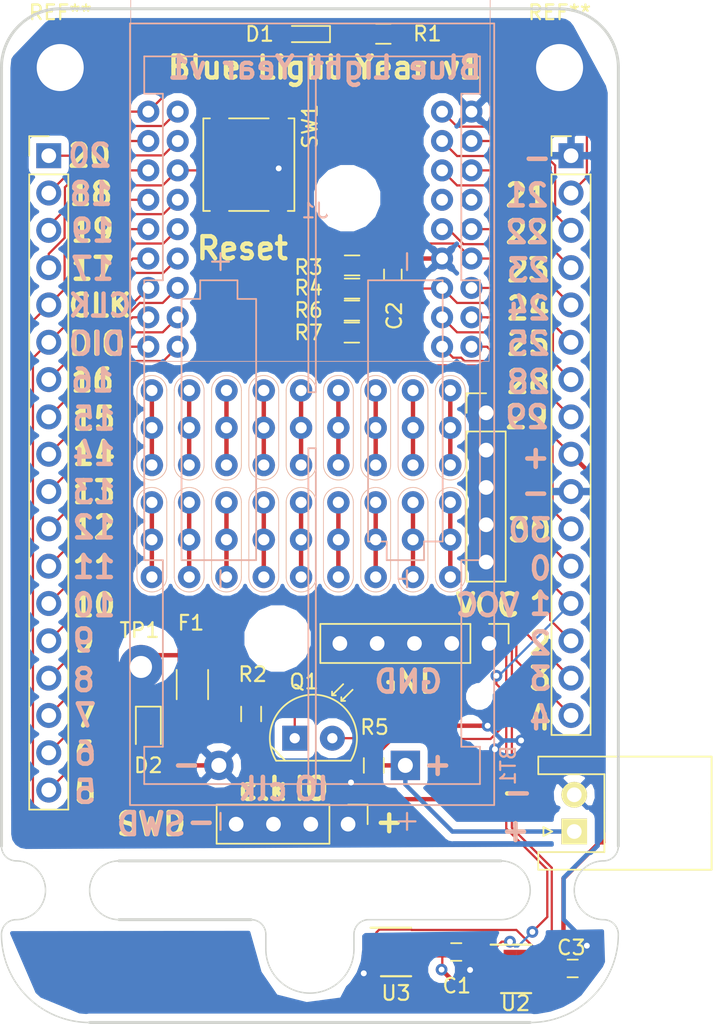
<source format=kicad_pcb>
(kicad_pcb (version 20171130) (host pcbnew "(5.0.1-3-g963ef8bb5)")

  (general
    (thickness 1.6)
    (drawings 117)
    (tracks 452)
    (zones 0)
    (modules 46)
    (nets 62)
  )

  (page A4)
  (layers
    (0 F.Cu signal)
    (31 B.Cu signal hide)
    (32 B.Adhes user hide)
    (33 F.Adhes user)
    (34 B.Paste user hide)
    (35 F.Paste user)
    (36 B.SilkS user)
    (37 F.SilkS user)
    (38 B.Mask user hide)
    (39 F.Mask user)
    (40 Dwgs.User user)
    (41 Cmts.User user hide)
    (42 Eco1.User user)
    (43 Eco2.User user)
    (44 Edge.Cuts user)
    (45 Margin user)
    (46 B.CrtYd user hide)
    (47 F.CrtYd user)
    (48 B.Fab user hide)
    (49 F.Fab user hide)
  )

  (setup
    (last_trace_width 0.1524)
    (trace_clearance 0.1524)
    (zone_clearance 0.508)
    (zone_45_only no)
    (trace_min 0.1524)
    (segment_width 0.2)
    (edge_width 0.1)
    (via_size 0.8)
    (via_drill 0.4)
    (via_min_size 0.508)
    (via_min_drill 0.254)
    (uvia_size 0.3)
    (uvia_drill 0.1)
    (uvias_allowed no)
    (uvia_min_size 0.2)
    (uvia_min_drill 0.1)
    (pcb_text_width 0.3)
    (pcb_text_size 1.5 1.5)
    (mod_edge_width 0.15)
    (mod_text_size 1 1)
    (mod_text_width 0.15)
    (pad_size 1.7 1.7)
    (pad_drill 1)
    (pad_to_mask_clearance 0.0508)
    (solder_mask_min_width 0.25)
    (aux_axis_origin 0 0)
    (visible_elements FFFFFF7F)
    (pcbplotparams
      (layerselection 0x010fc_ffffffff)
      (usegerberextensions false)
      (usegerberattributes false)
      (usegerberadvancedattributes false)
      (creategerberjobfile false)
      (excludeedgelayer true)
      (linewidth 0.100000)
      (plotframeref false)
      (viasonmask false)
      (mode 1)
      (useauxorigin false)
      (hpglpennumber 1)
      (hpglpenspeed 20)
      (hpglpendiameter 15.000000)
      (psnegative false)
      (psa4output false)
      (plotreference true)
      (plotvalue true)
      (plotinvisibletext false)
      (padsonsilk false)
      (subtractmaskfromsilk false)
      (outputformat 1)
      (mirror false)
      (drillshape 1)
      (scaleselection 1)
      (outputdirectory ""))
  )

  (net 0 "")
  (net 1 GND)
  (net 2 VCC)
  (net 3 /P0.21)
  (net 4 "Net-(D1-Pad1)")
  (net 5 +BATT)
  (net 6 "Net-(U2-Pad4)")
  (net 7 "Net-(U2-Pad3)")
  (net 8 "Net-(U3-Pad3)")
  (net 9 "Net-(U3-Pad4)")
  (net 10 "Net-(U3-Pad7)")
  (net 11 /SWDCLK)
  (net 12 /SWDIO)
  (net 13 /SCL)
  (net 14 /SDA)
  (net 15 /P0.20)
  (net 16 /P0.22)
  (net 17 /P0.23)
  (net 18 /P0.24)
  (net 19 /P0.25)
  (net 20 /P0.28)
  (net 21 /P0.29)
  (net 22 /P0.30)
  (net 23 /P0.18)
  (net 24 /P0.17)
  (net 25 /P0.19)
  (net 26 /P0.16)
  (net 27 /P0.01)
  (net 28 /P0.02)
  (net 29 /P0.03)
  (net 30 /P0.04)
  (net 31 /P0.13)
  (net 32 /P0.14)
  (net 33 /P0.11)
  (net 34 /P0.12)
  (net 35 /P0.09)
  (net 36 /P0.10)
  (net 37 /P0.07)
  (net 38 /P0.08)
  (net 39 /P0.05)
  (net 40 /P0.06)
  (net 41 /P0.00)
  (net 42 /P0.15)
  (net 43 "Net-(J4-Pad1)")
  (net 44 "Net-(J5-Pad1)")
  (net 45 "Net-(J6-Pad1)")
  (net 46 "Net-(J7-Pad1)")
  (net 47 "Net-(J8-Pad1)")
  (net 48 "Net-(J9-Pad1)")
  (net 49 "Net-(J10-Pad1)")
  (net 50 "Net-(J11-Pad1)")
  (net 51 "Net-(J12-Pad1)")
  (net 52 "Net-(J13-Pad1)")
  (net 53 "Net-(J14-Pad1)")
  (net 54 "Net-(J15-Pad1)")
  (net 55 "Net-(J16-Pad1)")
  (net 56 "Net-(J17-Pad1)")
  (net 57 "Net-(J18-Pad1)")
  (net 58 "Net-(J19-Pad1)")
  (net 59 "Net-(J20-Pad1)")
  (net 60 "Net-(J21-Pad1)")
  (net 61 /BATT__PRESHUNT)

  (net_class Default "This is the default net class."
    (clearance 0.1524)
    (trace_width 0.1524)
    (via_dia 0.8)
    (via_drill 0.4)
    (uvia_dia 0.3)
    (uvia_drill 0.1)
    (add_net /P0.00)
    (add_net /P0.01)
    (add_net /P0.02)
    (add_net /P0.03)
    (add_net /P0.04)
    (add_net /P0.05)
    (add_net /P0.06)
    (add_net /P0.07)
    (add_net /P0.08)
    (add_net /P0.09)
    (add_net /P0.10)
    (add_net /P0.11)
    (add_net /P0.12)
    (add_net /P0.13)
    (add_net /P0.14)
    (add_net /P0.15)
    (add_net /P0.16)
    (add_net /P0.17)
    (add_net /P0.18)
    (add_net /P0.19)
    (add_net /P0.20)
    (add_net /P0.21)
    (add_net /P0.22)
    (add_net /P0.23)
    (add_net /P0.24)
    (add_net /P0.25)
    (add_net /P0.28)
    (add_net /P0.29)
    (add_net /P0.30)
    (add_net /SCL)
    (add_net /SDA)
    (add_net /SWDCLK)
    (add_net /SWDIO)
    (add_net "Net-(D1-Pad1)")
  )

  (net_class Power ""
    (clearance 0.1524)
    (trace_width 0.3)
    (via_dia 0.8)
    (via_drill 0.4)
    (uvia_dia 0.3)
    (uvia_drill 0.1)
    (add_net +BATT)
    (add_net /BATT__PRESHUNT)
    (add_net GND)
    (add_net VCC)
  )

  (net_class Prototyping ""
    (clearance 0.1524)
    (trace_width 0.3)
    (via_dia 0.8)
    (via_drill 0.4)
    (uvia_dia 0.3)
    (uvia_drill 0.1)
    (add_net "Net-(J10-Pad1)")
    (add_net "Net-(J11-Pad1)")
    (add_net "Net-(J12-Pad1)")
    (add_net "Net-(J13-Pad1)")
    (add_net "Net-(J14-Pad1)")
    (add_net "Net-(J15-Pad1)")
    (add_net "Net-(J16-Pad1)")
    (add_net "Net-(J17-Pad1)")
    (add_net "Net-(J18-Pad1)")
    (add_net "Net-(J19-Pad1)")
    (add_net "Net-(J20-Pad1)")
    (add_net "Net-(J21-Pad1)")
    (add_net "Net-(J4-Pad1)")
    (add_net "Net-(J5-Pad1)")
    (add_net "Net-(J6-Pad1)")
    (add_net "Net-(J7-Pad1)")
    (add_net "Net-(J8-Pad1)")
    (add_net "Net-(J9-Pad1)")
    (add_net "Net-(U2-Pad3)")
    (add_net "Net-(U2-Pad4)")
    (add_net "Net-(U3-Pad3)")
    (add_net "Net-(U3-Pad4)")
    (add_net "Net-(U3-Pad7)")
  )

  (module Core51822:Core51822 (layer B.Cu) (tedit 5C6481C0) (tstamp 5C5CBC2C)
    (at 153 58)
    (path /5C4A2B6E)
    (fp_text reference U1 (at 0.42 -0.26 180) (layer B.SilkS)
      (effects (font (size 1 1) (thickness 0.15)) (justify mirror))
    )
    (fp_text value Core51822 (at 0 3) (layer B.Fab)
      (effects (font (size 1 1) (thickness 0.15)) (justify mirror))
    )
    (fp_line (start -12.2 -22.3) (end -12.2 10) (layer B.SilkS) (width 0.05))
    (fp_line (start 12.3 -22.3) (end -12.2 -22.3) (layer B.SilkS) (width 0.05))
    (fp_line (start 12.2 10) (end 12.3 -22.3) (layer B.SilkS) (width 0.05))
    (fp_line (start -12.2 10) (end 12.2 10) (layer B.SilkS) (width 0.05))
    (fp_line (start -12.25 10) (end 12.25 10) (layer B.CrtYd) (width 0.05))
    (fp_line (start 12.25 10) (end 12.25 -22.3) (layer B.CrtYd) (width 0.05))
    (fp_line (start 12.25 -22.3) (end -12.25 -22.3) (layer B.CrtYd) (width 0.05))
    (fp_line (start -12.25 -22.3) (end -12.25 10) (layer B.CrtYd) (width 0.05))
    (fp_line (start -9 -14) (end 8 -14) (layer B.SilkS) (width 0.15))
    (pad 1 thru_hole circle (at -11 9) (size 1.5 1.5) (drill 0.8) (layers *.Cu *.Mask)
      (net 40 /P0.06))
    (pad 2 thru_hole circle (at -9 9) (size 1.5 1.5) (drill 0.8) (layers *.Cu *.Mask)
      (net 39 /P0.05))
    (pad 3 thru_hole circle (at -11 7) (size 1.5 1.5) (drill 0.8) (layers *.Cu *.Mask)
      (net 38 /P0.08))
    (pad 4 thru_hole circle (at -9 7) (size 1.5 1.5) (drill 0.8) (layers *.Cu *.Mask)
      (net 37 /P0.07))
    (pad 5 thru_hole circle (at -11 5) (size 1.5 1.5) (drill 0.8) (layers *.Cu *.Mask)
      (net 36 /P0.10))
    (pad 6 thru_hole circle (at -9 5) (size 1.5 1.5) (drill 0.8) (layers *.Cu *.Mask)
      (net 35 /P0.09))
    (pad 7 thru_hole circle (at -11 3) (size 1.5 1.5) (drill 0.8) (layers *.Cu *.Mask)
      (net 34 /P0.12))
    (pad 8 thru_hole circle (at -9 3) (size 1.5 1.5) (drill 0.8) (layers *.Cu *.Mask)
      (net 33 /P0.11))
    (pad 9 thru_hole circle (at -11 1) (size 1.5 1.5) (drill 0.8) (layers *.Cu *.Mask)
      (net 32 /P0.14))
    (pad 10 thru_hole circle (at -9 1) (size 1.5 1.5) (drill 0.8) (layers *.Cu *.Mask)
      (net 31 /P0.13))
    (pad 11 thru_hole circle (at -11 -1) (size 1.5 1.5) (drill 0.8) (layers *.Cu *.Mask)
      (net 26 /P0.16))
    (pad 12 thru_hole circle (at -9 -1) (size 1.5 1.5) (drill 0.8) (layers *.Cu *.Mask)
      (net 42 /P0.15))
    (pad 13 thru_hole circle (at -11 -3) (size 1.5 1.5) (drill 0.8) (layers *.Cu *.Mask)
      (net 11 /SWDCLK))
    (pad 14 thru_hole circle (at -9 -3) (size 1.5 1.5) (drill 0.8) (layers *.Cu *.Mask)
      (net 12 /SWDIO))
    (pad 15 thru_hole circle (at -11 -5) (size 1.5 1.5) (drill 0.8) (layers *.Cu *.Mask)
      (net 25 /P0.19))
    (pad 16 thru_hole circle (at -9 -5) (size 1.5 1.5) (drill 0.8) (layers *.Cu *.Mask)
      (net 24 /P0.17))
    (pad 17 thru_hole circle (at -11 -7) (size 1.5 1.5) (drill 0.8) (layers *.Cu *.Mask)
      (net 15 /P0.20))
    (pad 18 thru_hole circle (at -9 -7) (size 1.5 1.5) (drill 0.8) (layers *.Cu *.Mask)
      (net 23 /P0.18))
    (pad 19 thru_hole circle (at 9 9) (size 1.5 1.5) (drill 0.8) (layers *.Cu *.Mask)
      (net 30 /P0.04))
    (pad 20 thru_hole circle (at 11 9) (size 1.5 1.5) (drill 0.8) (layers *.Cu *.Mask)
      (net 29 /P0.03))
    (pad 21 thru_hole circle (at 9 7) (size 1.5 1.5) (drill 0.8) (layers *.Cu *.Mask)
      (net 28 /P0.02))
    (pad 22 thru_hole circle (at 11 7) (size 1.5 1.5) (drill 0.8) (layers *.Cu *.Mask)
      (net 27 /P0.01))
    (pad 23 thru_hole circle (at 9 5) (size 1.5 1.5) (drill 0.8) (layers *.Cu *.Mask)
      (net 41 /P0.00))
    (pad 24 thru_hole circle (at 11 5) (size 1.5 1.5) (drill 0.8) (layers *.Cu *.Mask)
      (net 22 /P0.30))
    (pad 25 thru_hole circle (at 9 3) (size 1.5 1.5) (drill 0.8) (layers *.Cu *.Mask)
      (net 1 GND))
    (pad 26 thru_hole circle (at 11 3) (size 1.5 1.5) (drill 0.8) (layers *.Cu *.Mask)
      (net 2 VCC))
    (pad 27 thru_hole circle (at 9 1) (size 1.5 1.5) (drill 0.8) (layers *.Cu *.Mask)
      (net 21 /P0.29))
    (pad 28 thru_hole circle (at 11 1) (size 1.5 1.5) (drill 0.8) (layers *.Cu *.Mask)
      (net 20 /P0.28))
    (pad 29 thru_hole circle (at 9 -1) (size 1.5 1.5) (drill 0.8) (layers *.Cu *.Mask))
    (pad 30 thru_hole circle (at 11 -1) (size 1.5 1.5) (drill 0.8) (layers *.Cu *.Mask))
    (pad 31 thru_hole circle (at 9 -3) (size 1.5 1.5) (drill 0.8) (layers *.Cu *.Mask)
      (net 19 /P0.25))
    (pad 32 thru_hole circle (at 11 -3) (size 1.5 1.5) (drill 0.8) (layers *.Cu *.Mask)
      (net 18 /P0.24))
    (pad 33 thru_hole circle (at 9 -5) (size 1.5 1.5) (drill 0.8) (layers *.Cu *.Mask)
      (net 17 /P0.23))
    (pad 34 thru_hole circle (at 11 -5) (size 1.5 1.5) (drill 0.8) (layers *.Cu *.Mask)
      (net 16 /P0.22))
    (pad 35 thru_hole circle (at 9 -7) (size 1.5 1.5) (drill 0.8) (layers *.Cu *.Mask)
      (net 3 /P0.21))
    (pad 36 thru_hole circle (at 11 -7) (size 1.5 1.5) (drill 0.8) (layers *.Cu *.Mask)
      (net 1 GND))
  )

  (module Pin_Headers:Pin_Header_Straight_1x04_Pitch2.54mm (layer F.Cu) (tedit 59650532) (tstamp 5C64D721)
    (at 155.6 99.5 270)
    (descr "Through hole straight pin header, 1x04, 2.54mm pitch, single row")
    (tags "Through hole pin header THT 1x04 2.54mm single row")
    (path /5C7DDAD6)
    (fp_text reference J24 (at 0 -2.33 270) (layer F.SilkS) hide
      (effects (font (size 1 1) (thickness 0.15)))
    )
    (fp_text value Conn_01x04 (at 0 9.95 270) (layer F.Fab)
      (effects (font (size 1 1) (thickness 0.15)))
    )
    (fp_line (start -0.635 -1.27) (end 1.27 -1.27) (layer F.Fab) (width 0.1))
    (fp_line (start 1.27 -1.27) (end 1.27 8.89) (layer F.Fab) (width 0.1))
    (fp_line (start 1.27 8.89) (end -1.27 8.89) (layer F.Fab) (width 0.1))
    (fp_line (start -1.27 8.89) (end -1.27 -0.635) (layer F.Fab) (width 0.1))
    (fp_line (start -1.27 -0.635) (end -0.635 -1.27) (layer F.Fab) (width 0.1))
    (fp_line (start -1.33 8.95) (end 1.33 8.95) (layer F.SilkS) (width 0.12))
    (fp_line (start -1.33 1.27) (end -1.33 8.95) (layer F.SilkS) (width 0.12))
    (fp_line (start 1.33 1.27) (end 1.33 8.95) (layer F.SilkS) (width 0.12))
    (fp_line (start -1.33 1.27) (end 1.33 1.27) (layer F.SilkS) (width 0.12))
    (fp_line (start -1.33 0) (end -1.33 -1.33) (layer F.SilkS) (width 0.12))
    (fp_line (start -1.33 -1.33) (end 0 -1.33) (layer F.SilkS) (width 0.12))
    (fp_line (start -1.8 -1.8) (end -1.8 9.4) (layer F.CrtYd) (width 0.05))
    (fp_line (start -1.8 9.4) (end 1.8 9.4) (layer F.CrtYd) (width 0.05))
    (fp_line (start 1.8 9.4) (end 1.8 -1.8) (layer F.CrtYd) (width 0.05))
    (fp_line (start 1.8 -1.8) (end -1.8 -1.8) (layer F.CrtYd) (width 0.05))
    (fp_text user %R (at 0 3.81) (layer F.Fab)
      (effects (font (size 1 1) (thickness 0.15)))
    )
    (pad 1 thru_hole rect (at 0 0 270) (size 1.7 1.7) (drill 1) (layers *.Cu *.Mask)
      (net 2 VCC))
    (pad 2 thru_hole oval (at 0 2.54 270) (size 1.7 1.7) (drill 1) (layers *.Cu *.Mask)
      (net 12 /SWDIO))
    (pad 3 thru_hole oval (at 0 5.08 270) (size 1.7 1.7) (drill 1) (layers *.Cu *.Mask)
      (net 11 /SWDCLK))
    (pad 4 thru_hole oval (at 0 7.62 270) (size 1.7 1.7) (drill 1) (layers *.Cu *.Mask)
      (net 1 GND))
    (model ${KISYS3DMOD}/Pin_Headers.3dshapes/Pin_Header_Straight_1x04_Pitch2.54mm.wrl
      (at (xyz 0 0 0))
      (scale (xyz 1 1 1))
      (rotate (xyz 0 0 0))
    )
  )

  (module Core51822:tripad (layer F.Cu) (tedit 5C64811F) (tstamp 5C64B0E5)
    (at 142.24 67.437)
    (path /5C68F019)
    (fp_text reference J4 (at 0 0.5) (layer Cmts.User) hide
      (effects (font (size 1 1) (thickness 0.15)))
    )
    (fp_text value Conn_01x03 (at 0 -0.5) (layer Cmts.User) hide
      (effects (font (size 1 1) (thickness 0.15)))
    )
    (fp_arc (start 0 7.62) (end -1.016 7.62) (angle -180) (layer B.SilkS) (width 0.05))
    (fp_arc (start 0 2.54) (end 1.016 2.54) (angle -180) (layer B.SilkS) (width 0.05))
    (fp_line (start 1.016 2.54) (end 1.016 7.62) (layer B.SilkS) (width 0.05))
    (fp_line (start -1.016 7.62) (end -1.016 2.54) (layer B.SilkS) (width 0.05))
    (fp_arc (start 0 2.54) (end 1.016 2.54) (angle -180) (layer F.SilkS) (width 0.05))
    (fp_arc (start 0 7.62) (end -1.016 7.62) (angle -180) (layer F.SilkS) (width 0.05))
    (fp_line (start 1.016 2.54) (end 1.016 7.62) (layer F.SilkS) (width 0.05))
    (fp_line (start -1.016 7.62) (end -1.016 2.54) (layer F.SilkS) (width 0.05))
    (pad 1 thru_hole circle (at 0 2.54) (size 1.524 1.524) (drill 0.762) (layers *.Cu *.Mask)
      (net 43 "Net-(J4-Pad1)"))
    (pad 2 thru_hole circle (at 0 5.08) (size 1.524 1.524) (drill 0.762) (layers *.Cu *.Mask)
      (net 43 "Net-(J4-Pad1)"))
    (pad 3 thru_hole circle (at 0 7.62) (size 1.524 1.524) (drill 0.762) (layers *.Cu *.Mask)
      (net 43 "Net-(J4-Pad1)"))
  )

  (module Core51822:tripad (layer F.Cu) (tedit 5C64811F) (tstamp 5C64B0DB)
    (at 144.78 67.437)
    (path /5C6D0F6F)
    (fp_text reference J5 (at 0 0.5) (layer Cmts.User) hide
      (effects (font (size 1 1) (thickness 0.15)))
    )
    (fp_text value Conn_01x03 (at 0 -0.5) (layer Cmts.User) hide
      (effects (font (size 1 1) (thickness 0.15)))
    )
    (fp_arc (start 0 7.62) (end -1.016 7.62) (angle -180) (layer B.SilkS) (width 0.05))
    (fp_arc (start 0 2.54) (end 1.016 2.54) (angle -180) (layer B.SilkS) (width 0.05))
    (fp_line (start 1.016 2.54) (end 1.016 7.62) (layer B.SilkS) (width 0.05))
    (fp_line (start -1.016 7.62) (end -1.016 2.54) (layer B.SilkS) (width 0.05))
    (fp_arc (start 0 2.54) (end 1.016 2.54) (angle -180) (layer F.SilkS) (width 0.05))
    (fp_arc (start 0 7.62) (end -1.016 7.62) (angle -180) (layer F.SilkS) (width 0.05))
    (fp_line (start 1.016 2.54) (end 1.016 7.62) (layer F.SilkS) (width 0.05))
    (fp_line (start -1.016 7.62) (end -1.016 2.54) (layer F.SilkS) (width 0.05))
    (pad 1 thru_hole circle (at 0 2.54) (size 1.524 1.524) (drill 0.762) (layers *.Cu *.Mask)
      (net 44 "Net-(J5-Pad1)"))
    (pad 2 thru_hole circle (at 0 5.08) (size 1.524 1.524) (drill 0.762) (layers *.Cu *.Mask)
      (net 44 "Net-(J5-Pad1)"))
    (pad 3 thru_hole circle (at 0 7.62) (size 1.524 1.524) (drill 0.762) (layers *.Cu *.Mask)
      (net 44 "Net-(J5-Pad1)"))
  )

  (module Core51822:tripad (layer F.Cu) (tedit 5C64811F) (tstamp 5C64B0D1)
    (at 142.24 75.057)
    (path /5C68EAAA)
    (fp_text reference J6 (at 0 0.5) (layer Cmts.User) hide
      (effects (font (size 1 1) (thickness 0.15)))
    )
    (fp_text value Conn_01x03 (at 0 -0.5) (layer Cmts.User) hide
      (effects (font (size 1 1) (thickness 0.15)))
    )
    (fp_arc (start 0 7.62) (end -1.016 7.62) (angle -180) (layer B.SilkS) (width 0.05))
    (fp_arc (start 0 2.54) (end 1.016 2.54) (angle -180) (layer B.SilkS) (width 0.05))
    (fp_line (start 1.016 2.54) (end 1.016 7.62) (layer B.SilkS) (width 0.05))
    (fp_line (start -1.016 7.62) (end -1.016 2.54) (layer B.SilkS) (width 0.05))
    (fp_arc (start 0 2.54) (end 1.016 2.54) (angle -180) (layer F.SilkS) (width 0.05))
    (fp_arc (start 0 7.62) (end -1.016 7.62) (angle -180) (layer F.SilkS) (width 0.05))
    (fp_line (start 1.016 2.54) (end 1.016 7.62) (layer F.SilkS) (width 0.05))
    (fp_line (start -1.016 7.62) (end -1.016 2.54) (layer F.SilkS) (width 0.05))
    (pad 1 thru_hole circle (at 0 2.54) (size 1.524 1.524) (drill 0.762) (layers *.Cu *.Mask)
      (net 45 "Net-(J6-Pad1)"))
    (pad 2 thru_hole circle (at 0 5.08) (size 1.524 1.524) (drill 0.762) (layers *.Cu *.Mask)
      (net 45 "Net-(J6-Pad1)"))
    (pad 3 thru_hole circle (at 0 7.62) (size 1.524 1.524) (drill 0.762) (layers *.Cu *.Mask)
      (net 45 "Net-(J6-Pad1)"))
  )

  (module Core51822:tripad (layer F.Cu) (tedit 5C64811F) (tstamp 5C64B0C7)
    (at 144.78 75.057)
    (path /5C6D1093)
    (fp_text reference J7 (at 0 0.5) (layer Cmts.User) hide
      (effects (font (size 1 1) (thickness 0.15)))
    )
    (fp_text value Conn_01x03 (at 0 -0.5) (layer Cmts.User) hide
      (effects (font (size 1 1) (thickness 0.15)))
    )
    (fp_arc (start 0 7.62) (end -1.016 7.62) (angle -180) (layer B.SilkS) (width 0.05))
    (fp_arc (start 0 2.54) (end 1.016 2.54) (angle -180) (layer B.SilkS) (width 0.05))
    (fp_line (start 1.016 2.54) (end 1.016 7.62) (layer B.SilkS) (width 0.05))
    (fp_line (start -1.016 7.62) (end -1.016 2.54) (layer B.SilkS) (width 0.05))
    (fp_arc (start 0 2.54) (end 1.016 2.54) (angle -180) (layer F.SilkS) (width 0.05))
    (fp_arc (start 0 7.62) (end -1.016 7.62) (angle -180) (layer F.SilkS) (width 0.05))
    (fp_line (start 1.016 2.54) (end 1.016 7.62) (layer F.SilkS) (width 0.05))
    (fp_line (start -1.016 7.62) (end -1.016 2.54) (layer F.SilkS) (width 0.05))
    (pad 1 thru_hole circle (at 0 2.54) (size 1.524 1.524) (drill 0.762) (layers *.Cu *.Mask)
      (net 46 "Net-(J7-Pad1)"))
    (pad 2 thru_hole circle (at 0 5.08) (size 1.524 1.524) (drill 0.762) (layers *.Cu *.Mask)
      (net 46 "Net-(J7-Pad1)"))
    (pad 3 thru_hole circle (at 0 7.62) (size 1.524 1.524) (drill 0.762) (layers *.Cu *.Mask)
      (net 46 "Net-(J7-Pad1)"))
  )

  (module Core51822:tripad (layer F.Cu) (tedit 5C64811F) (tstamp 5C64B0BD)
    (at 147.32 67.437)
    (path /5C68ECA2)
    (fp_text reference J8 (at 0 0.5) (layer Cmts.User) hide
      (effects (font (size 1 1) (thickness 0.15)))
    )
    (fp_text value Conn_01x03 (at 0 -0.5) (layer Cmts.User) hide
      (effects (font (size 1 1) (thickness 0.15)))
    )
    (fp_arc (start 0 7.62) (end -1.016 7.62) (angle -180) (layer B.SilkS) (width 0.05))
    (fp_arc (start 0 2.54) (end 1.016 2.54) (angle -180) (layer B.SilkS) (width 0.05))
    (fp_line (start 1.016 2.54) (end 1.016 7.62) (layer B.SilkS) (width 0.05))
    (fp_line (start -1.016 7.62) (end -1.016 2.54) (layer B.SilkS) (width 0.05))
    (fp_arc (start 0 2.54) (end 1.016 2.54) (angle -180) (layer F.SilkS) (width 0.05))
    (fp_arc (start 0 7.62) (end -1.016 7.62) (angle -180) (layer F.SilkS) (width 0.05))
    (fp_line (start 1.016 2.54) (end 1.016 7.62) (layer F.SilkS) (width 0.05))
    (fp_line (start -1.016 7.62) (end -1.016 2.54) (layer F.SilkS) (width 0.05))
    (pad 1 thru_hole circle (at 0 2.54) (size 1.524 1.524) (drill 0.762) (layers *.Cu *.Mask)
      (net 47 "Net-(J8-Pad1)"))
    (pad 2 thru_hole circle (at 0 5.08) (size 1.524 1.524) (drill 0.762) (layers *.Cu *.Mask)
      (net 47 "Net-(J8-Pad1)"))
    (pad 3 thru_hole circle (at 0 7.62) (size 1.524 1.524) (drill 0.762) (layers *.Cu *.Mask)
      (net 47 "Net-(J8-Pad1)"))
  )

  (module Core51822:tripad (layer F.Cu) (tedit 5C64811F) (tstamp 5C64B0B3)
    (at 147.32 75.057)
    (path /5C6D126F)
    (fp_text reference J9 (at 0 0.5) (layer Cmts.User) hide
      (effects (font (size 1 1) (thickness 0.15)))
    )
    (fp_text value Conn_01x03 (at 0 -0.5) (layer Cmts.User) hide
      (effects (font (size 1 1) (thickness 0.15)))
    )
    (fp_arc (start 0 7.62) (end -1.016 7.62) (angle -180) (layer B.SilkS) (width 0.05))
    (fp_arc (start 0 2.54) (end 1.016 2.54) (angle -180) (layer B.SilkS) (width 0.05))
    (fp_line (start 1.016 2.54) (end 1.016 7.62) (layer B.SilkS) (width 0.05))
    (fp_line (start -1.016 7.62) (end -1.016 2.54) (layer B.SilkS) (width 0.05))
    (fp_arc (start 0 2.54) (end 1.016 2.54) (angle -180) (layer F.SilkS) (width 0.05))
    (fp_arc (start 0 7.62) (end -1.016 7.62) (angle -180) (layer F.SilkS) (width 0.05))
    (fp_line (start 1.016 2.54) (end 1.016 7.62) (layer F.SilkS) (width 0.05))
    (fp_line (start -1.016 7.62) (end -1.016 2.54) (layer F.SilkS) (width 0.05))
    (pad 1 thru_hole circle (at 0 2.54) (size 1.524 1.524) (drill 0.762) (layers *.Cu *.Mask)
      (net 48 "Net-(J9-Pad1)"))
    (pad 2 thru_hole circle (at 0 5.08) (size 1.524 1.524) (drill 0.762) (layers *.Cu *.Mask)
      (net 48 "Net-(J9-Pad1)"))
    (pad 3 thru_hole circle (at 0 7.62) (size 1.524 1.524) (drill 0.762) (layers *.Cu *.Mask)
      (net 48 "Net-(J9-Pad1)"))
  )

  (module Core51822:tripad (layer F.Cu) (tedit 5C64811F) (tstamp 5C64B0A9)
    (at 149.86 67.437)
    (path /5C6FFD04)
    (fp_text reference J10 (at 0 0.5) (layer Cmts.User) hide
      (effects (font (size 1 1) (thickness 0.15)))
    )
    (fp_text value Conn_01x03 (at 0 -0.5) (layer Cmts.User) hide
      (effects (font (size 1 1) (thickness 0.15)))
    )
    (fp_arc (start 0 7.62) (end -1.016 7.62) (angle -180) (layer B.SilkS) (width 0.05))
    (fp_arc (start 0 2.54) (end 1.016 2.54) (angle -180) (layer B.SilkS) (width 0.05))
    (fp_line (start 1.016 2.54) (end 1.016 7.62) (layer B.SilkS) (width 0.05))
    (fp_line (start -1.016 7.62) (end -1.016 2.54) (layer B.SilkS) (width 0.05))
    (fp_arc (start 0 2.54) (end 1.016 2.54) (angle -180) (layer F.SilkS) (width 0.05))
    (fp_arc (start 0 7.62) (end -1.016 7.62) (angle -180) (layer F.SilkS) (width 0.05))
    (fp_line (start 1.016 2.54) (end 1.016 7.62) (layer F.SilkS) (width 0.05))
    (fp_line (start -1.016 7.62) (end -1.016 2.54) (layer F.SilkS) (width 0.05))
    (pad 1 thru_hole circle (at 0 2.54) (size 1.524 1.524) (drill 0.762) (layers *.Cu *.Mask)
      (net 49 "Net-(J10-Pad1)"))
    (pad 2 thru_hole circle (at 0 5.08) (size 1.524 1.524) (drill 0.762) (layers *.Cu *.Mask)
      (net 49 "Net-(J10-Pad1)"))
    (pad 3 thru_hole circle (at 0 7.62) (size 1.524 1.524) (drill 0.762) (layers *.Cu *.Mask)
      (net 49 "Net-(J10-Pad1)"))
  )

  (module Core51822:tripad (layer F.Cu) (tedit 5C64811F) (tstamp 5C64B2D5)
    (at 149.86 75.057)
    (path /5C70099D)
    (fp_text reference J11 (at 0 0.5) (layer Cmts.User) hide
      (effects (font (size 1 1) (thickness 0.15)))
    )
    (fp_text value Conn_01x03 (at 0 -0.5) (layer Cmts.User) hide
      (effects (font (size 1 1) (thickness 0.15)))
    )
    (fp_arc (start 0 7.62) (end -1.016 7.62) (angle -180) (layer B.SilkS) (width 0.05))
    (fp_arc (start 0 2.54) (end 1.016 2.54) (angle -180) (layer B.SilkS) (width 0.05))
    (fp_line (start 1.016 2.54) (end 1.016 7.62) (layer B.SilkS) (width 0.05))
    (fp_line (start -1.016 7.62) (end -1.016 2.54) (layer B.SilkS) (width 0.05))
    (fp_arc (start 0 2.54) (end 1.016 2.54) (angle -180) (layer F.SilkS) (width 0.05))
    (fp_arc (start 0 7.62) (end -1.016 7.62) (angle -180) (layer F.SilkS) (width 0.05))
    (fp_line (start 1.016 2.54) (end 1.016 7.62) (layer F.SilkS) (width 0.05))
    (fp_line (start -1.016 7.62) (end -1.016 2.54) (layer F.SilkS) (width 0.05))
    (pad 1 thru_hole circle (at 0 2.54) (size 1.524 1.524) (drill 0.762) (layers *.Cu *.Mask)
      (net 50 "Net-(J11-Pad1)"))
    (pad 2 thru_hole circle (at 0 5.08) (size 1.524 1.524) (drill 0.762) (layers *.Cu *.Mask)
      (net 50 "Net-(J11-Pad1)"))
    (pad 3 thru_hole circle (at 0 7.62) (size 1.524 1.524) (drill 0.762) (layers *.Cu *.Mask)
      (net 50 "Net-(J11-Pad1)"))
  )

  (module Core51822:tripad (layer F.Cu) (tedit 5C64811F) (tstamp 5C64B095)
    (at 162.56 75.057)
    (path /5C701521)
    (fp_text reference J21 (at 0 0.5) (layer Cmts.User) hide
      (effects (font (size 1 1) (thickness 0.15)))
    )
    (fp_text value Conn_01x03 (at 0 -0.5) (layer Cmts.User) hide
      (effects (font (size 1 1) (thickness 0.15)))
    )
    (fp_arc (start 0 7.62) (end -1.016 7.62) (angle -180) (layer B.SilkS) (width 0.05))
    (fp_arc (start 0 2.54) (end 1.016 2.54) (angle -180) (layer B.SilkS) (width 0.05))
    (fp_line (start 1.016 2.54) (end 1.016 7.62) (layer B.SilkS) (width 0.05))
    (fp_line (start -1.016 7.62) (end -1.016 2.54) (layer B.SilkS) (width 0.05))
    (fp_arc (start 0 2.54) (end 1.016 2.54) (angle -180) (layer F.SilkS) (width 0.05))
    (fp_arc (start 0 7.62) (end -1.016 7.62) (angle -180) (layer F.SilkS) (width 0.05))
    (fp_line (start 1.016 2.54) (end 1.016 7.62) (layer F.SilkS) (width 0.05))
    (fp_line (start -1.016 7.62) (end -1.016 2.54) (layer F.SilkS) (width 0.05))
    (pad 1 thru_hole circle (at 0 2.54) (size 1.524 1.524) (drill 0.762) (layers *.Cu *.Mask)
      (net 60 "Net-(J21-Pad1)"))
    (pad 2 thru_hole circle (at 0 5.08) (size 1.524 1.524) (drill 0.762) (layers *.Cu *.Mask)
      (net 60 "Net-(J21-Pad1)"))
    (pad 3 thru_hole circle (at 0 7.62) (size 1.524 1.524) (drill 0.762) (layers *.Cu *.Mask)
      (net 60 "Net-(J21-Pad1)"))
  )

  (module Core51822:tripad (layer F.Cu) (tedit 5C64811F) (tstamp 5C64B08B)
    (at 160.02 75.057)
    (path /5C70131A)
    (fp_text reference J20 (at 0 0.5) (layer Cmts.User) hide
      (effects (font (size 1 1) (thickness 0.15)))
    )
    (fp_text value Conn_01x03 (at 0 -0.5) (layer Cmts.User) hide
      (effects (font (size 1 1) (thickness 0.15)))
    )
    (fp_arc (start 0 7.62) (end -1.016 7.62) (angle -180) (layer B.SilkS) (width 0.05))
    (fp_arc (start 0 2.54) (end 1.016 2.54) (angle -180) (layer B.SilkS) (width 0.05))
    (fp_line (start 1.016 2.54) (end 1.016 7.62) (layer B.SilkS) (width 0.05))
    (fp_line (start -1.016 7.62) (end -1.016 2.54) (layer B.SilkS) (width 0.05))
    (fp_arc (start 0 2.54) (end 1.016 2.54) (angle -180) (layer F.SilkS) (width 0.05))
    (fp_arc (start 0 7.62) (end -1.016 7.62) (angle -180) (layer F.SilkS) (width 0.05))
    (fp_line (start 1.016 2.54) (end 1.016 7.62) (layer F.SilkS) (width 0.05))
    (fp_line (start -1.016 7.62) (end -1.016 2.54) (layer F.SilkS) (width 0.05))
    (pad 1 thru_hole circle (at 0 2.54) (size 1.524 1.524) (drill 0.762) (layers *.Cu *.Mask)
      (net 59 "Net-(J20-Pad1)"))
    (pad 2 thru_hole circle (at 0 5.08) (size 1.524 1.524) (drill 0.762) (layers *.Cu *.Mask)
      (net 59 "Net-(J20-Pad1)"))
    (pad 3 thru_hole circle (at 0 7.62) (size 1.524 1.524) (drill 0.762) (layers *.Cu *.Mask)
      (net 59 "Net-(J20-Pad1)"))
  )

  (module Core51822:tripad (layer F.Cu) (tedit 5C64811F) (tstamp 5C64B081)
    (at 162.56 67.437)
    (path /5C7004C2)
    (fp_text reference J19 (at 0 0.5) (layer Cmts.User) hide
      (effects (font (size 1 1) (thickness 0.15)))
    )
    (fp_text value Conn_01x03 (at 0 -0.5) (layer Cmts.User) hide
      (effects (font (size 1 1) (thickness 0.15)))
    )
    (fp_arc (start 0 7.62) (end -1.016 7.62) (angle -180) (layer B.SilkS) (width 0.05))
    (fp_arc (start 0 2.54) (end 1.016 2.54) (angle -180) (layer B.SilkS) (width 0.05))
    (fp_line (start 1.016 2.54) (end 1.016 7.62) (layer B.SilkS) (width 0.05))
    (fp_line (start -1.016 7.62) (end -1.016 2.54) (layer B.SilkS) (width 0.05))
    (fp_arc (start 0 2.54) (end 1.016 2.54) (angle -180) (layer F.SilkS) (width 0.05))
    (fp_arc (start 0 7.62) (end -1.016 7.62) (angle -180) (layer F.SilkS) (width 0.05))
    (fp_line (start 1.016 2.54) (end 1.016 7.62) (layer F.SilkS) (width 0.05))
    (fp_line (start -1.016 7.62) (end -1.016 2.54) (layer F.SilkS) (width 0.05))
    (pad 1 thru_hole circle (at 0 2.54) (size 1.524 1.524) (drill 0.762) (layers *.Cu *.Mask)
      (net 58 "Net-(J19-Pad1)"))
    (pad 2 thru_hole circle (at 0 5.08) (size 1.524 1.524) (drill 0.762) (layers *.Cu *.Mask)
      (net 58 "Net-(J19-Pad1)"))
    (pad 3 thru_hole circle (at 0 7.62) (size 1.524 1.524) (drill 0.762) (layers *.Cu *.Mask)
      (net 58 "Net-(J19-Pad1)"))
  )

  (module Core51822:tripad (layer F.Cu) (tedit 5C64811F) (tstamp 5C64B077)
    (at 157.48 75.057)
    (path /5C7002EA)
    (fp_text reference J18 (at 0 0.5) (layer Cmts.User) hide
      (effects (font (size 1 1) (thickness 0.15)))
    )
    (fp_text value Conn_01x03 (at 0 -0.5) (layer Cmts.User) hide
      (effects (font (size 1 1) (thickness 0.15)))
    )
    (fp_arc (start 0 7.62) (end -1.016 7.62) (angle -180) (layer B.SilkS) (width 0.05))
    (fp_arc (start 0 2.54) (end 1.016 2.54) (angle -180) (layer B.SilkS) (width 0.05))
    (fp_line (start 1.016 2.54) (end 1.016 7.62) (layer B.SilkS) (width 0.05))
    (fp_line (start -1.016 7.62) (end -1.016 2.54) (layer B.SilkS) (width 0.05))
    (fp_arc (start 0 2.54) (end 1.016 2.54) (angle -180) (layer F.SilkS) (width 0.05))
    (fp_arc (start 0 7.62) (end -1.016 7.62) (angle -180) (layer F.SilkS) (width 0.05))
    (fp_line (start 1.016 2.54) (end 1.016 7.62) (layer F.SilkS) (width 0.05))
    (fp_line (start -1.016 7.62) (end -1.016 2.54) (layer F.SilkS) (width 0.05))
    (pad 1 thru_hole circle (at 0 2.54) (size 1.524 1.524) (drill 0.762) (layers *.Cu *.Mask)
      (net 57 "Net-(J18-Pad1)"))
    (pad 2 thru_hole circle (at 0 5.08) (size 1.524 1.524) (drill 0.762) (layers *.Cu *.Mask)
      (net 57 "Net-(J18-Pad1)"))
    (pad 3 thru_hole circle (at 0 7.62) (size 1.524 1.524) (drill 0.762) (layers *.Cu *.Mask)
      (net 57 "Net-(J18-Pad1)"))
  )

  (module Core51822:tripad (layer F.Cu) (tedit 5C64811F) (tstamp 5C64B06D)
    (at 154.94 75.057)
    (path /5C7017F3)
    (fp_text reference J17 (at 0 0.5) (layer Cmts.User) hide
      (effects (font (size 1 1) (thickness 0.15)))
    )
    (fp_text value Conn_01x03 (at 0 -0.5) (layer Cmts.User) hide
      (effects (font (size 1 1) (thickness 0.15)))
    )
    (fp_arc (start 0 7.62) (end -1.016 7.62) (angle -180) (layer B.SilkS) (width 0.05))
    (fp_arc (start 0 2.54) (end 1.016 2.54) (angle -180) (layer B.SilkS) (width 0.05))
    (fp_line (start 1.016 2.54) (end 1.016 7.62) (layer B.SilkS) (width 0.05))
    (fp_line (start -1.016 7.62) (end -1.016 2.54) (layer B.SilkS) (width 0.05))
    (fp_arc (start 0 2.54) (end 1.016 2.54) (angle -180) (layer F.SilkS) (width 0.05))
    (fp_arc (start 0 7.62) (end -1.016 7.62) (angle -180) (layer F.SilkS) (width 0.05))
    (fp_line (start 1.016 2.54) (end 1.016 7.62) (layer F.SilkS) (width 0.05))
    (fp_line (start -1.016 7.62) (end -1.016 2.54) (layer F.SilkS) (width 0.05))
    (pad 1 thru_hole circle (at 0 2.54) (size 1.524 1.524) (drill 0.762) (layers *.Cu *.Mask)
      (net 56 "Net-(J17-Pad1)"))
    (pad 2 thru_hole circle (at 0 5.08) (size 1.524 1.524) (drill 0.762) (layers *.Cu *.Mask)
      (net 56 "Net-(J17-Pad1)"))
    (pad 3 thru_hole circle (at 0 7.62) (size 1.524 1.524) (drill 0.762) (layers *.Cu *.Mask)
      (net 56 "Net-(J17-Pad1)"))
  )

  (module Core51822:tripad (layer F.Cu) (tedit 5C64811F) (tstamp 5C64B063)
    (at 152.4 75.057)
    (path /5C70108E)
    (fp_text reference J16 (at 0 0.5) (layer Cmts.User) hide
      (effects (font (size 1 1) (thickness 0.15)))
    )
    (fp_text value Conn_01x03 (at 0 -0.5) (layer Cmts.User) hide
      (effects (font (size 1 1) (thickness 0.15)))
    )
    (fp_arc (start 0 7.62) (end -1.016 7.62) (angle -180) (layer B.SilkS) (width 0.05))
    (fp_arc (start 0 2.54) (end 1.016 2.54) (angle -180) (layer B.SilkS) (width 0.05))
    (fp_line (start 1.016 2.54) (end 1.016 7.62) (layer B.SilkS) (width 0.05))
    (fp_line (start -1.016 7.62) (end -1.016 2.54) (layer B.SilkS) (width 0.05))
    (fp_arc (start 0 2.54) (end 1.016 2.54) (angle -180) (layer F.SilkS) (width 0.05))
    (fp_arc (start 0 7.62) (end -1.016 7.62) (angle -180) (layer F.SilkS) (width 0.05))
    (fp_line (start 1.016 2.54) (end 1.016 7.62) (layer F.SilkS) (width 0.05))
    (fp_line (start -1.016 7.62) (end -1.016 2.54) (layer F.SilkS) (width 0.05))
    (pad 1 thru_hole circle (at 0 2.54) (size 1.524 1.524) (drill 0.762) (layers *.Cu *.Mask)
      (net 55 "Net-(J16-Pad1)"))
    (pad 2 thru_hole circle (at 0 5.08) (size 1.524 1.524) (drill 0.762) (layers *.Cu *.Mask)
      (net 55 "Net-(J16-Pad1)"))
    (pad 3 thru_hole circle (at 0 7.62) (size 1.524 1.524) (drill 0.762) (layers *.Cu *.Mask)
      (net 55 "Net-(J16-Pad1)"))
  )

  (module Core51822:tripad (layer F.Cu) (tedit 5C64811F) (tstamp 5C64B059)
    (at 160.02 67.437)
    (path /5C700748)
    (fp_text reference J15 (at 0 0.5) (layer Cmts.User) hide
      (effects (font (size 1 1) (thickness 0.15)))
    )
    (fp_text value Conn_01x03 (at 0 -0.5) (layer Cmts.User) hide
      (effects (font (size 1 1) (thickness 0.15)))
    )
    (fp_arc (start 0 7.62) (end -1.016 7.62) (angle -180) (layer B.SilkS) (width 0.05))
    (fp_arc (start 0 2.54) (end 1.016 2.54) (angle -180) (layer B.SilkS) (width 0.05))
    (fp_line (start 1.016 2.54) (end 1.016 7.62) (layer B.SilkS) (width 0.05))
    (fp_line (start -1.016 7.62) (end -1.016 2.54) (layer B.SilkS) (width 0.05))
    (fp_arc (start 0 2.54) (end 1.016 2.54) (angle -180) (layer F.SilkS) (width 0.05))
    (fp_arc (start 0 7.62) (end -1.016 7.62) (angle -180) (layer F.SilkS) (width 0.05))
    (fp_line (start 1.016 2.54) (end 1.016 7.62) (layer F.SilkS) (width 0.05))
    (fp_line (start -1.016 7.62) (end -1.016 2.54) (layer F.SilkS) (width 0.05))
    (pad 1 thru_hole circle (at 0 2.54) (size 1.524 1.524) (drill 0.762) (layers *.Cu *.Mask)
      (net 54 "Net-(J15-Pad1)"))
    (pad 2 thru_hole circle (at 0 5.08) (size 1.524 1.524) (drill 0.762) (layers *.Cu *.Mask)
      (net 54 "Net-(J15-Pad1)"))
    (pad 3 thru_hole circle (at 0 7.62) (size 1.524 1.524) (drill 0.762) (layers *.Cu *.Mask)
      (net 54 "Net-(J15-Pad1)"))
  )

  (module Core51822:tripad (layer F.Cu) (tedit 5C64811F) (tstamp 5C64B04F)
    (at 157.48 67.437)
    (path /5C6FFFCD)
    (fp_text reference J14 (at 0 0.5) (layer Cmts.User) hide
      (effects (font (size 1 1) (thickness 0.15)))
    )
    (fp_text value Conn_01x03 (at 0 -0.5) (layer Cmts.User) hide
      (effects (font (size 1 1) (thickness 0.15)))
    )
    (fp_arc (start 0 7.62) (end -1.016 7.62) (angle -180) (layer B.SilkS) (width 0.05))
    (fp_arc (start 0 2.54) (end 1.016 2.54) (angle -180) (layer B.SilkS) (width 0.05))
    (fp_line (start 1.016 2.54) (end 1.016 7.62) (layer B.SilkS) (width 0.05))
    (fp_line (start -1.016 7.62) (end -1.016 2.54) (layer B.SilkS) (width 0.05))
    (fp_arc (start 0 2.54) (end 1.016 2.54) (angle -180) (layer F.SilkS) (width 0.05))
    (fp_arc (start 0 7.62) (end -1.016 7.62) (angle -180) (layer F.SilkS) (width 0.05))
    (fp_line (start 1.016 2.54) (end 1.016 7.62) (layer F.SilkS) (width 0.05))
    (fp_line (start -1.016 7.62) (end -1.016 2.54) (layer F.SilkS) (width 0.05))
    (pad 1 thru_hole circle (at 0 2.54) (size 1.524 1.524) (drill 0.762) (layers *.Cu *.Mask)
      (net 53 "Net-(J14-Pad1)"))
    (pad 2 thru_hole circle (at 0 5.08) (size 1.524 1.524) (drill 0.762) (layers *.Cu *.Mask)
      (net 53 "Net-(J14-Pad1)"))
    (pad 3 thru_hole circle (at 0 7.62) (size 1.524 1.524) (drill 0.762) (layers *.Cu *.Mask)
      (net 53 "Net-(J14-Pad1)"))
  )

  (module Core51822:tripad (layer F.Cu) (tedit 5C64811F) (tstamp 5C64B045)
    (at 154.94 67.437)
    (path /5C701AD7)
    (fp_text reference J13 (at 0 0.5) (layer Cmts.User) hide
      (effects (font (size 1 1) (thickness 0.15)))
    )
    (fp_text value Conn_01x03 (at 0 -0.5) (layer Cmts.User) hide
      (effects (font (size 1 1) (thickness 0.15)))
    )
    (fp_arc (start 0 7.62) (end -1.016 7.62) (angle -180) (layer B.SilkS) (width 0.05))
    (fp_arc (start 0 2.54) (end 1.016 2.54) (angle -180) (layer B.SilkS) (width 0.05))
    (fp_line (start 1.016 2.54) (end 1.016 7.62) (layer B.SilkS) (width 0.05))
    (fp_line (start -1.016 7.62) (end -1.016 2.54) (layer B.SilkS) (width 0.05))
    (fp_arc (start 0 2.54) (end 1.016 2.54) (angle -180) (layer F.SilkS) (width 0.05))
    (fp_arc (start 0 7.62) (end -1.016 7.62) (angle -180) (layer F.SilkS) (width 0.05))
    (fp_line (start 1.016 2.54) (end 1.016 7.62) (layer F.SilkS) (width 0.05))
    (fp_line (start -1.016 7.62) (end -1.016 2.54) (layer F.SilkS) (width 0.05))
    (pad 1 thru_hole circle (at 0 2.54) (size 1.524 1.524) (drill 0.762) (layers *.Cu *.Mask)
      (net 52 "Net-(J13-Pad1)"))
    (pad 2 thru_hole circle (at 0 5.08) (size 1.524 1.524) (drill 0.762) (layers *.Cu *.Mask)
      (net 52 "Net-(J13-Pad1)"))
    (pad 3 thru_hole circle (at 0 7.62) (size 1.524 1.524) (drill 0.762) (layers *.Cu *.Mask)
      (net 52 "Net-(J13-Pad1)"))
  )

  (module Core51822:tripad (layer F.Cu) (tedit 5C64811F) (tstamp 5C64B03B)
    (at 152.4 67.437)
    (path /5C700DF0)
    (fp_text reference J12 (at 0 0.5) (layer Cmts.User) hide
      (effects (font (size 1 1) (thickness 0.15)))
    )
    (fp_text value Conn_01x03 (at 0 -0.5) (layer Cmts.User) hide
      (effects (font (size 1 1) (thickness 0.15)))
    )
    (fp_arc (start 0 7.62) (end -1.016 7.62) (angle -180) (layer B.SilkS) (width 0.05))
    (fp_arc (start 0 2.54) (end 1.016 2.54) (angle -180) (layer B.SilkS) (width 0.05))
    (fp_line (start 1.016 2.54) (end 1.016 7.62) (layer B.SilkS) (width 0.05))
    (fp_line (start -1.016 7.62) (end -1.016 2.54) (layer B.SilkS) (width 0.05))
    (fp_arc (start 0 2.54) (end 1.016 2.54) (angle -180) (layer F.SilkS) (width 0.05))
    (fp_arc (start 0 7.62) (end -1.016 7.62) (angle -180) (layer F.SilkS) (width 0.05))
    (fp_line (start 1.016 2.54) (end 1.016 7.62) (layer F.SilkS) (width 0.05))
    (fp_line (start -1.016 7.62) (end -1.016 2.54) (layer F.SilkS) (width 0.05))
    (pad 1 thru_hole circle (at 0 2.54) (size 1.524 1.524) (drill 0.762) (layers *.Cu *.Mask)
      (net 51 "Net-(J12-Pad1)"))
    (pad 2 thru_hole circle (at 0 5.08) (size 1.524 1.524) (drill 0.762) (layers *.Cu *.Mask)
      (net 51 "Net-(J12-Pad1)"))
    (pad 3 thru_hole circle (at 0 7.62) (size 1.524 1.524) (drill 0.762) (layers *.Cu *.Mask)
      (net 51 "Net-(J12-Pad1)"))
  )

  (module Pin_Headers:Pin_Header_Straight_1x05_Pitch2.54mm (layer F.Cu) (tedit 59650532) (tstamp 5C649A92)
    (at 165.2 87.2 270)
    (descr "Through hole straight pin header, 1x05, 2.54mm pitch, single row")
    (tags "Through hole pin header THT 1x05 2.54mm single row")
    (path /5C748564)
    (fp_text reference J22 (at -2.5 10.5) (layer F.SilkS) hide
      (effects (font (size 1 1) (thickness 0.15)))
    )
    (fp_text value Conn_01x05 (at 0 12.49 270) (layer F.Fab)
      (effects (font (size 1 1) (thickness 0.15)))
    )
    (fp_line (start -0.635 -1.27) (end 1.27 -1.27) (layer F.Fab) (width 0.1))
    (fp_line (start 1.27 -1.27) (end 1.27 11.43) (layer F.Fab) (width 0.1))
    (fp_line (start 1.27 11.43) (end -1.27 11.43) (layer F.Fab) (width 0.1))
    (fp_line (start -1.27 11.43) (end -1.27 -0.635) (layer F.Fab) (width 0.1))
    (fp_line (start -1.27 -0.635) (end -0.635 -1.27) (layer F.Fab) (width 0.1))
    (fp_line (start -1.33 11.49) (end 1.33 11.49) (layer F.SilkS) (width 0.12))
    (fp_line (start -1.33 1.27) (end -1.33 11.49) (layer F.SilkS) (width 0.12))
    (fp_line (start 1.33 1.27) (end 1.33 11.49) (layer F.SilkS) (width 0.12))
    (fp_line (start -1.33 1.27) (end 1.33 1.27) (layer F.SilkS) (width 0.12))
    (fp_line (start -1.33 0) (end -1.33 -1.33) (layer F.SilkS) (width 0.12))
    (fp_line (start -1.33 -1.33) (end 0 -1.33) (layer F.SilkS) (width 0.12))
    (fp_line (start -1.8 -1.8) (end -1.8 11.95) (layer F.CrtYd) (width 0.05))
    (fp_line (start -1.8 11.95) (end 1.8 11.95) (layer F.CrtYd) (width 0.05))
    (fp_line (start 1.8 11.95) (end 1.8 -1.8) (layer F.CrtYd) (width 0.05))
    (fp_line (start 1.8 -1.8) (end -1.8 -1.8) (layer F.CrtYd) (width 0.05))
    (fp_text user %R (at 0 5.08) (layer F.Fab)
      (effects (font (size 1 1) (thickness 0.15)))
    )
    (pad 1 thru_hole rect (at 0 0 270) (size 1.7 1.7) (drill 1) (layers *.Cu *.Mask)
      (net 1 GND))
    (pad 2 thru_hole oval (at 0 2.54 270) (size 1.7 1.7) (drill 1) (layers *.Cu *.Mask)
      (net 1 GND))
    (pad 3 thru_hole oval (at 0 5.08 270) (size 1.7 1.7) (drill 1) (layers *.Cu *.Mask)
      (net 1 GND))
    (pad 4 thru_hole oval (at 0 7.62 270) (size 1.7 1.7) (drill 1) (layers *.Cu *.Mask)
      (net 1 GND))
    (pad 5 thru_hole oval (at 0 10.16 270) (size 1.7 1.7) (drill 1) (layers *.Cu *.Mask)
      (net 1 GND))
    (model ${KISYS3DMOD}/Pin_Headers.3dshapes/Pin_Header_Straight_1x05_Pitch2.54mm.wrl
      (at (xyz 0 0 0))
      (scale (xyz 1 1 1))
      (rotate (xyz 0 0 0))
    )
  )

  (module Pin_Headers:Pin_Header_Straight_1x05_Pitch2.54mm (layer F.Cu) (tedit 59650532) (tstamp 5C649A79)
    (at 165 71.5)
    (descr "Through hole straight pin header, 1x05, 2.54mm pitch, single row")
    (tags "Through hole pin header THT 1x05 2.54mm single row")
    (path /5C748A24)
    (fp_text reference J23 (at 0 -2.5) (layer F.SilkS) hide
      (effects (font (size 1 1) (thickness 0.15)))
    )
    (fp_text value Conn_01x05 (at 0 12.49) (layer F.Fab)
      (effects (font (size 1 1) (thickness 0.15)))
    )
    (fp_line (start -0.635 -1.27) (end 1.27 -1.27) (layer F.Fab) (width 0.1))
    (fp_line (start 1.27 -1.27) (end 1.27 11.43) (layer F.Fab) (width 0.1))
    (fp_line (start 1.27 11.43) (end -1.27 11.43) (layer F.Fab) (width 0.1))
    (fp_line (start -1.27 11.43) (end -1.27 -0.635) (layer F.Fab) (width 0.1))
    (fp_line (start -1.27 -0.635) (end -0.635 -1.27) (layer F.Fab) (width 0.1))
    (fp_line (start -1.33 11.49) (end 1.33 11.49) (layer F.SilkS) (width 0.12))
    (fp_line (start -1.33 1.27) (end -1.33 11.49) (layer F.SilkS) (width 0.12))
    (fp_line (start 1.33 1.27) (end 1.33 11.49) (layer F.SilkS) (width 0.12))
    (fp_line (start -1.33 1.27) (end 1.33 1.27) (layer F.SilkS) (width 0.12))
    (fp_line (start -1.33 0) (end -1.33 -1.33) (layer F.SilkS) (width 0.12))
    (fp_line (start -1.33 -1.33) (end 0 -1.33) (layer F.SilkS) (width 0.12))
    (fp_line (start -1.8 -1.8) (end -1.8 11.95) (layer F.CrtYd) (width 0.05))
    (fp_line (start -1.8 11.95) (end 1.8 11.95) (layer F.CrtYd) (width 0.05))
    (fp_line (start 1.8 11.95) (end 1.8 -1.8) (layer F.CrtYd) (width 0.05))
    (fp_line (start 1.8 -1.8) (end -1.8 -1.8) (layer F.CrtYd) (width 0.05))
    (fp_text user %R (at 0 5.08 90) (layer F.Fab)
      (effects (font (size 1 1) (thickness 0.15)))
    )
    (pad 1 thru_hole rect (at 0 0) (size 1.7 1.7) (drill 1) (layers *.Cu *.Mask)
      (net 2 VCC))
    (pad 2 thru_hole oval (at 0 2.54) (size 1.7 1.7) (drill 1) (layers *.Cu *.Mask)
      (net 2 VCC))
    (pad 3 thru_hole oval (at 0 5.08) (size 1.7 1.7) (drill 1) (layers *.Cu *.Mask)
      (net 2 VCC))
    (pad 4 thru_hole oval (at 0 7.62) (size 1.7 1.7) (drill 1) (layers *.Cu *.Mask)
      (net 2 VCC))
    (pad 5 thru_hole oval (at 0 10.16) (size 1.7 1.7) (drill 1) (layers *.Cu *.Mask)
      (net 2 VCC))
    (model ${KISYS3DMOD}/Pin_Headers.3dshapes/Pin_Header_Straight_1x05_Pitch2.54mm.wrl
      (at (xyz 0 0 0))
      (scale (xyz 1 1 1))
      (rotate (xyz 0 0 0))
    )
  )

  (module Mounting_Holes:MountingHole_3.2mm_M3_ISO14580 locked (layer F.Cu) (tedit 56D1B4CB) (tstamp 5C6489A9)
    (at 170 48)
    (descr "Mounting Hole 3.2mm, no annular, M3, ISO14580")
    (tags "mounting hole 3.2mm no annular m3 iso14580")
    (attr virtual)
    (fp_text reference REF** (at 0 -3.75) (layer F.SilkS)
      (effects (font (size 1 1) (thickness 0.15)))
    )
    (fp_text value MountingHole_3.2mm_M3_ISO14580 (at 0 3.75) (layer F.Fab)
      (effects (font (size 1 1) (thickness 0.15)))
    )
    (fp_text user %R (at 0.3 0) (layer F.Fab)
      (effects (font (size 1 1) (thickness 0.15)))
    )
    (fp_circle (center 0 0) (end 2.75 0) (layer Cmts.User) (width 0.15))
    (fp_circle (center 0 0) (end 3 0) (layer F.CrtYd) (width 0.05))
    (pad 1 np_thru_hole circle (at 0 0) (size 3.2 3.2) (drill 3.2) (layers *.Cu *.Mask))
  )

  (module Pin_Headers:Pin_Header_Straight_1x18_Pitch2.54mm (layer F.Cu) (tedit 59650532) (tstamp 5C62900C)
    (at 135.22 54)
    (descr "Through hole straight pin header, 1x18, 2.54mm pitch, single row")
    (tags "Through hole pin header THT 1x18 2.54mm single row")
    (path /5C4A6E2E)
    (fp_text reference J2 (at 0 -2.33) (layer F.SilkS) hide
      (effects (font (size 1 1) (thickness 0.15)))
    )
    (fp_text value Conn_01x16_Male (at 0 45.51) (layer F.Fab)
      (effects (font (size 1 1) (thickness 0.15)))
    )
    (fp_line (start -0.635 -1.27) (end 1.27 -1.27) (layer F.Fab) (width 0.1))
    (fp_line (start 1.27 -1.27) (end 1.27 44.45) (layer F.Fab) (width 0.1))
    (fp_line (start 1.27 44.45) (end -1.27 44.45) (layer F.Fab) (width 0.1))
    (fp_line (start -1.27 44.45) (end -1.27 -0.635) (layer F.Fab) (width 0.1))
    (fp_line (start -1.27 -0.635) (end -0.635 -1.27) (layer F.Fab) (width 0.1))
    (fp_line (start -1.33 44.51) (end 1.33 44.51) (layer F.SilkS) (width 0.12))
    (fp_line (start -1.33 1.27) (end -1.33 44.51) (layer F.SilkS) (width 0.12))
    (fp_line (start 1.33 1.27) (end 1.33 44.51) (layer F.SilkS) (width 0.12))
    (fp_line (start -1.33 1.27) (end 1.33 1.27) (layer F.SilkS) (width 0.12))
    (fp_line (start -1.33 0) (end -1.33 -1.33) (layer F.SilkS) (width 0.12))
    (fp_line (start -1.33 -1.33) (end 0 -1.33) (layer F.SilkS) (width 0.12))
    (fp_line (start -1.8 -1.8) (end -1.8 44.95) (layer F.CrtYd) (width 0.05))
    (fp_line (start -1.8 44.95) (end 1.8 44.95) (layer F.CrtYd) (width 0.05))
    (fp_line (start 1.8 44.95) (end 1.8 -1.8) (layer F.CrtYd) (width 0.05))
    (fp_line (start 1.8 -1.8) (end -1.8 -1.8) (layer F.CrtYd) (width 0.05))
    (fp_text user %R (at 0 21.59 90) (layer F.Fab)
      (effects (font (size 1 1) (thickness 0.15)))
    )
    (pad 1 thru_hole rect (at 0 0) (size 1.7 1.7) (drill 1) (layers *.Cu *.Mask)
      (net 15 /P0.20))
    (pad 2 thru_hole oval (at 0 2.54) (size 1.7 1.7) (drill 1) (layers *.Cu *.Mask)
      (net 23 /P0.18))
    (pad 3 thru_hole oval (at 0 5.08) (size 1.7 1.7) (drill 1) (layers *.Cu *.Mask)
      (net 25 /P0.19))
    (pad 4 thru_hole oval (at 0 7.62) (size 1.7 1.7) (drill 1) (layers *.Cu *.Mask)
      (net 24 /P0.17))
    (pad 5 thru_hole oval (at 0 10.16) (size 1.7 1.7) (drill 1) (layers *.Cu *.Mask)
      (net 11 /SWDCLK))
    (pad 6 thru_hole oval (at 0 12.7) (size 1.7 1.7) (drill 1) (layers *.Cu *.Mask)
      (net 12 /SWDIO))
    (pad 7 thru_hole oval (at 0 15.24) (size 1.7 1.7) (drill 1) (layers *.Cu *.Mask)
      (net 26 /P0.16))
    (pad 8 thru_hole oval (at 0 17.78) (size 1.7 1.7) (drill 1) (layers *.Cu *.Mask)
      (net 42 /P0.15))
    (pad 9 thru_hole oval (at 0 20.32) (size 1.7 1.7) (drill 1) (layers *.Cu *.Mask)
      (net 32 /P0.14))
    (pad 10 thru_hole oval (at 0 22.86) (size 1.7 1.7) (drill 1) (layers *.Cu *.Mask)
      (net 31 /P0.13))
    (pad 11 thru_hole oval (at 0 25.4) (size 1.7 1.7) (drill 1) (layers *.Cu *.Mask)
      (net 34 /P0.12))
    (pad 12 thru_hole oval (at 0 27.94) (size 1.7 1.7) (drill 1) (layers *.Cu *.Mask)
      (net 33 /P0.11))
    (pad 13 thru_hole oval (at 0 30.48) (size 1.7 1.7) (drill 1) (layers *.Cu *.Mask)
      (net 36 /P0.10))
    (pad 14 thru_hole oval (at 0 33.02) (size 1.7 1.7) (drill 1) (layers *.Cu *.Mask)
      (net 35 /P0.09))
    (pad 15 thru_hole oval (at 0 35.56) (size 1.7 1.7) (drill 1) (layers *.Cu *.Mask)
      (net 38 /P0.08))
    (pad 16 thru_hole oval (at 0 38.1) (size 1.7 1.7) (drill 1) (layers *.Cu *.Mask)
      (net 37 /P0.07))
    (pad 17 thru_hole oval (at 0 40.64) (size 1.7 1.7) (drill 1) (layers *.Cu *.Mask)
      (net 40 /P0.06))
    (pad 18 thru_hole oval (at 0 43.18) (size 1.7 1.7) (drill 1) (layers *.Cu *.Mask)
      (net 39 /P0.05))
    (model ${KISYS3DMOD}/Pin_Headers.3dshapes/Pin_Header_Straight_1x18_Pitch2.54mm.wrl
      (at (xyz 0 0 0))
      (scale (xyz 1 1 1))
      (rotate (xyz 0 0 0))
    )
  )

  (module Battery:BatteryHolder_Keystone_2468_2xAAA (layer B.Cu) (tedit 5B254C69) (tstamp 5C64DFAC)
    (at 159.5 95.5 90)
    (descr "2xAAA cell battery holder, Keystone P/N 2468, http://www.keyelco.com/product-pdf.cfm?p=1033")
    (tags "AAA battery cell holder")
    (path /5C6A8772)
    (fp_text reference BT1 (at 0 7 -90) (layer B.SilkS)
      (effects (font (size 1 1) (thickness 0.15)) (justify mirror))
    )
    (fp_text value Battery (at 24.95 -7.8 90) (layer B.Fab)
      (effects (font (size 1 1) (thickness 0.15)) (justify mirror))
    )
    (fp_text user - (at -3.81 -12.7 90) (layer B.SilkS)
      (effects (font (size 1.5 1.5) (thickness 0.15)) (justify mirror))
    )
    (fp_text user + (at -3.81 0 90) (layer B.SilkS)
      (effects (font (size 1.5 1.5) (thickness 0.15)) (justify mirror))
    )
    (fp_text user - (at 12.7 -12.7 90) (layer B.SilkS)
      (effects (font (size 1.5 1.5) (thickness 0.15)) (justify mirror))
    )
    (fp_text user + (at 34.29 -12.7 90) (layer B.SilkS)
      (effects (font (size 1.5 1.5) (thickness 0.15)) (justify mirror))
    )
    (fp_line (start -2.6 5.95) (end 50.4 5.95) (layer B.Fab) (width 0.1))
    (fp_line (start -2.6 -6.35) (end -2.6 5.95) (layer B.Fab) (width 0.1))
    (fp_line (start -2.6 -18.65) (end 50.4 -18.65) (layer B.Fab) (width 0.1))
    (fp_line (start 50.4 -18.65) (end 50.4 5.95) (layer B.Fab) (width 0.1))
    (fp_line (start -2.6 -18.65) (end -2.6 -6.35) (layer B.Fab) (width 0.1))
    (fp_line (start 45.72 -17.78) (end 45.72 -16.51) (layer B.SilkS) (width 0.12))
    (fp_line (start 48.26 -17.78) (end 45.72 -17.78) (layer B.SilkS) (width 0.12))
    (fp_line (start 48.26 5.08) (end 48.26 -17.78) (layer B.SilkS) (width 0.12))
    (fp_line (start 45.72 5.08) (end 45.72 3.81) (layer B.SilkS) (width 0.12))
    (fp_line (start 48.26 5.08) (end 45.72 5.08) (layer B.SilkS) (width 0.12))
    (fp_line (start 1.27 -16.51) (end 13.97 -16.51) (layer B.SilkS) (width 0.12))
    (fp_line (start 1.27 -17.78) (end 1.27 -16.51) (layer B.SilkS) (width 0.12))
    (fp_line (start -1.27 -17.78) (end 1.27 -17.78) (layer B.SilkS) (width 0.12))
    (fp_line (start -1.27 5.08) (end -1.27 -17.78) (layer B.SilkS) (width 0.12))
    (fp_line (start 1.27 5.08) (end -1.27 5.08) (layer B.SilkS) (width 0.12))
    (fp_line (start 1.27 3.81) (end 1.27 5.08) (layer B.SilkS) (width 0.12))
    (fp_line (start 1.27 3.81) (end 13.97 3.81) (layer B.SilkS) (width 0.12))
    (fp_line (start 45.72 -16.51) (end 33.02 -16.51) (layer B.SilkS) (width 0.12))
    (fp_line (start 13.97 5.08) (end 13.97 3.81) (layer B.SilkS) (width 0.12))
    (fp_line (start 33.02 5.08) (end 13.97 5.08) (layer B.SilkS) (width 0.12))
    (fp_line (start 33.02 3.81) (end 33.02 5.08) (layer B.SilkS) (width 0.12))
    (fp_line (start 45.72 3.81) (end 33.02 3.81) (layer B.SilkS) (width 0.12))
    (fp_line (start 33.02 -17.78) (end 33.02 -16.51) (layer B.SilkS) (width 0.12))
    (fp_line (start 13.97 -17.78) (end 33.02 -17.78) (layer B.SilkS) (width 0.12))
    (fp_line (start 13.97 -16.51) (end 13.97 -17.78) (layer B.SilkS) (width 0.12))
    (fp_line (start 25.4 -6.604) (end 48.26 -6.604) (layer B.SilkS) (width 0.12))
    (fp_line (start 25.4 -6.096) (end 25.4 -6.604) (layer B.SilkS) (width 0.12))
    (fp_line (start 48.26 -6.096) (end 25.4 -6.096) (layer B.SilkS) (width 0.12))
    (fp_line (start 21.59 -6.604) (end -1.27 -6.604) (layer B.SilkS) (width 0.12))
    (fp_line (start 21.59 -6.096) (end 21.59 -6.604) (layer B.SilkS) (width 0.12))
    (fp_line (start -1.27 -6.096) (end 21.59 -6.096) (layer B.SilkS) (width 0.12))
    (fp_line (start 33.02 2.54) (end 33.02 1.27) (layer B.SilkS) (width 0.12))
    (fp_line (start 15.24 2.54) (end 33.02 2.54) (layer B.SilkS) (width 0.12))
    (fp_line (start 15.24 1.27) (end 15.24 2.54) (layer B.SilkS) (width 0.12))
    (fp_line (start 13.97 1.27) (end 15.24 1.27) (layer B.SilkS) (width 0.12))
    (fp_line (start 13.97 -1.27) (end 13.97 1.27) (layer B.SilkS) (width 0.12))
    (fp_line (start 15.24 -1.27) (end 13.97 -1.27) (layer B.SilkS) (width 0.12))
    (fp_line (start 15.24 -2.54) (end 15.24 -1.27) (layer B.SilkS) (width 0.12))
    (fp_line (start 33.02 -2.54) (end 15.24 -2.54) (layer B.SilkS) (width 0.12))
    (fp_line (start 33.02 1.27) (end 33.02 -2.54) (layer B.SilkS) (width 0.12))
    (fp_line (start 31.75 -15.24) (end 13.97 -15.24) (layer B.SilkS) (width 0.12))
    (fp_line (start 31.75 -13.97) (end 31.75 -15.24) (layer B.SilkS) (width 0.12))
    (fp_line (start 33.02 -13.97) (end 31.75 -13.97) (layer B.SilkS) (width 0.12))
    (fp_line (start 33.02 -11.43) (end 33.02 -13.97) (layer B.SilkS) (width 0.12))
    (fp_line (start 31.75 -11.43) (end 33.02 -11.43) (layer B.SilkS) (width 0.12))
    (fp_line (start 31.75 -10.16) (end 31.75 -11.43) (layer B.SilkS) (width 0.12))
    (fp_line (start 13.97 -10.16) (end 31.75 -10.16) (layer B.SilkS) (width 0.12))
    (fp_line (start 13.97 -15.24) (end 13.97 -10.16) (layer B.SilkS) (width 0.12))
    (fp_line (start 50.5 6.05) (end -2.7 6.05) (layer B.SilkS) (width 0.12))
    (fp_line (start -2.7 6.05) (end -2.7 -18.75) (layer B.SilkS) (width 0.12))
    (fp_line (start -2.7 -18.75) (end 50.5 -18.75) (layer B.SilkS) (width 0.12))
    (fp_line (start 50.5 -18.75) (end 50.5 6.05) (layer B.SilkS) (width 0.12))
    (fp_line (start 50.9 6.45) (end -3.1 6.45) (layer B.CrtYd) (width 0.05))
    (fp_line (start -3.1 6.45) (end -3.1 -19.15) (layer B.CrtYd) (width 0.05))
    (fp_line (start -3.1 -19.15) (end 50.9 -19.15) (layer B.CrtYd) (width 0.05))
    (fp_line (start 50.9 -19.15) (end 50.9 6.45) (layer B.CrtYd) (width 0.05))
    (fp_text user %R (at 0 0 90) (layer B.Fab)
      (effects (font (size 1 1) (thickness 0.15)) (justify mirror))
    )
    (fp_text user + (at 12.7 0 90) (layer B.SilkS)
      (effects (font (size 1.5 1.5) (thickness 0.15)) (justify mirror))
    )
    (fp_text user - (at 34.29 0 90) (layer B.SilkS)
      (effects (font (size 1.5 1.5) (thickness 0.15)) (justify mirror))
    )
    (pad "" np_thru_hole circle (at 38.608 -3.9624 90) (size 3.5 3.5) (drill 3.5) (layers *.Cu *.Mask))
    (pad "" np_thru_hole circle (at 8.636 -8.6995 90) (size 3.5 3.5) (drill 3.5) (layers *.Cu *.Mask))
    (pad 2 thru_hole circle (at 0 -12.7 90) (size 2 2) (drill 1.02) (layers *.Cu *.Mask)
      (net 1 GND))
    (pad 1 thru_hole rect (at 0 0 90) (size 2 2) (drill 1.02) (layers *.Cu *.Mask)
      (net 5 +BATT))
    (model ${KISYS3DMOD}/Battery.3dshapes/BatteryHolder_Keystone_2468_2xAAA.wrl
      (at (xyz 0 0 0))
      (scale (xyz 1 1 1))
      (rotate (xyz 0 0 0))
    )
  )

  (module Capacitors_SMD:C_0603_HandSoldering (layer F.Cu) (tedit 58AA848B) (tstamp 5C5E46A4)
    (at 170.8912 109.3216 180)
    (descr "Capacitor SMD 0603, hand soldering")
    (tags "capacitor 0603")
    (path /5C640F56)
    (attr smd)
    (fp_text reference C3 (at 0.0912 1.4216 180) (layer F.SilkS)
      (effects (font (size 1 1) (thickness 0.15)))
    )
    (fp_text value "0.1 uF" (at 0 1.5 180) (layer F.Fab)
      (effects (font (size 1 1) (thickness 0.15)))
    )
    (fp_text user %R (at 0 -1.25 180) (layer F.Fab)
      (effects (font (size 1 1) (thickness 0.15)))
    )
    (fp_line (start -0.8 0.4) (end -0.8 -0.4) (layer F.Fab) (width 0.1))
    (fp_line (start 0.8 0.4) (end -0.8 0.4) (layer F.Fab) (width 0.1))
    (fp_line (start 0.8 -0.4) (end 0.8 0.4) (layer F.Fab) (width 0.1))
    (fp_line (start -0.8 -0.4) (end 0.8 -0.4) (layer F.Fab) (width 0.1))
    (fp_line (start -0.35 -0.6) (end 0.35 -0.6) (layer F.SilkS) (width 0.12))
    (fp_line (start 0.35 0.6) (end -0.35 0.6) (layer F.SilkS) (width 0.12))
    (fp_line (start -1.8 -0.65) (end 1.8 -0.65) (layer F.CrtYd) (width 0.05))
    (fp_line (start -1.8 -0.65) (end -1.8 0.65) (layer F.CrtYd) (width 0.05))
    (fp_line (start 1.8 0.65) (end 1.8 -0.65) (layer F.CrtYd) (width 0.05))
    (fp_line (start 1.8 0.65) (end -1.8 0.65) (layer F.CrtYd) (width 0.05))
    (pad 1 smd rect (at -0.95 0 180) (size 1.2 0.75) (layers F.Cu F.Paste F.Mask)
      (net 1 GND))
    (pad 2 smd rect (at 0.95 0 180) (size 1.2 0.75) (layers F.Cu F.Paste F.Mask)
      (net 2 VCC))
    (model Capacitors_SMD.3dshapes/C_0603.wrl
      (at (xyz 0 0 0))
      (scale (xyz 1 1 1))
      (rotate (xyz 0 0 0))
    )
  )

  (module LEDs:LED_0603_HandSoldering (layer F.Cu) (tedit 595FC9C0) (tstamp 5C5E1093)
    (at 152.57 45.72 180)
    (descr "LED SMD 0603, hand soldering")
    (tags "LED 0603")
    (path /5C5FA3CD)
    (attr smd)
    (fp_text reference D1 (at 2.9972 0 180) (layer F.SilkS)
      (effects (font (size 1 1) (thickness 0.15)))
    )
    (fp_text value LED (at 0 1.55 180) (layer F.Fab)
      (effects (font (size 1 1) (thickness 0.15)))
    )
    (fp_line (start -1.8 -0.55) (end -1.8 0.55) (layer F.SilkS) (width 0.12))
    (fp_line (start -0.2 -0.2) (end -0.2 0.2) (layer F.Fab) (width 0.1))
    (fp_line (start -0.15 0) (end 0.15 -0.2) (layer F.Fab) (width 0.1))
    (fp_line (start 0.15 0.2) (end -0.15 0) (layer F.Fab) (width 0.1))
    (fp_line (start 0.15 -0.2) (end 0.15 0.2) (layer F.Fab) (width 0.1))
    (fp_line (start 0.8 0.4) (end -0.8 0.4) (layer F.Fab) (width 0.1))
    (fp_line (start 0.8 -0.4) (end 0.8 0.4) (layer F.Fab) (width 0.1))
    (fp_line (start -0.8 -0.4) (end 0.8 -0.4) (layer F.Fab) (width 0.1))
    (fp_line (start -1.8 0.55) (end 0.8 0.55) (layer F.SilkS) (width 0.12))
    (fp_line (start -1.8 -0.55) (end 0.8 -0.55) (layer F.SilkS) (width 0.12))
    (fp_line (start -1.96 -0.7) (end 1.95 -0.7) (layer F.CrtYd) (width 0.05))
    (fp_line (start -1.96 -0.7) (end -1.96 0.7) (layer F.CrtYd) (width 0.05))
    (fp_line (start 1.95 0.7) (end 1.95 -0.7) (layer F.CrtYd) (width 0.05))
    (fp_line (start 1.95 0.7) (end -1.96 0.7) (layer F.CrtYd) (width 0.05))
    (fp_line (start -0.8 -0.4) (end -0.8 0.4) (layer F.Fab) (width 0.1))
    (pad 1 smd rect (at -1.1 0 180) (size 1.2 0.9) (layers F.Cu F.Paste F.Mask)
      (net 4 "Net-(D1-Pad1)"))
    (pad 2 smd rect (at 1.1 0 180) (size 1.2 0.9) (layers F.Cu F.Paste F.Mask)
      (net 15 /P0.20))
    (model ${KISYS3DMOD}/LEDs.3dshapes/LED_0603.wrl
      (at (xyz 0 0 0))
      (scale (xyz 1 1 1))
      (rotate (xyz 0 0 180))
    )
  )

  (module Connectors_JST:JST_XH_S02B-XH-A_02x2.50mm_Angled (layer F.Cu) (tedit 58EAE850) (tstamp 5C53794F)
    (at 171 100 90)
    (descr "JST XH series connector, S02B-XH-A, side entry type, through hole")
    (tags "connector jst xh tht side horizontal angled 2.50mm")
    (path /5C4A2E40)
    (fp_text reference J1 (at 4.2 -3.6 180) (layer F.SilkS) hide
      (effects (font (size 1 1) (thickness 0.15)))
    )
    (fp_text value Conn_01x02_Male (at 1.25 10.3 90) (layer F.Fab)
      (effects (font (size 1 1) (thickness 0.15)))
    )
    (fp_line (start -2.45 -2.3) (end -2.45 9.2) (layer F.Fab) (width 0.1))
    (fp_line (start -2.45 9.2) (end 4.95 9.2) (layer F.Fab) (width 0.1))
    (fp_line (start 4.95 9.2) (end 4.95 -2.3) (layer F.Fab) (width 0.1))
    (fp_line (start 4.95 -2.3) (end -2.45 -2.3) (layer F.Fab) (width 0.1))
    (fp_line (start -2.95 -2.8) (end -2.95 9.7) (layer F.CrtYd) (width 0.05))
    (fp_line (start -2.95 9.7) (end 5.45 9.7) (layer F.CrtYd) (width 0.05))
    (fp_line (start 5.45 9.7) (end 5.45 -2.8) (layer F.CrtYd) (width 0.05))
    (fp_line (start 5.45 -2.8) (end -2.95 -2.8) (layer F.CrtYd) (width 0.05))
    (fp_line (start 1.25 9.35) (end -2.6 9.35) (layer F.SilkS) (width 0.12))
    (fp_line (start -2.6 9.35) (end -2.6 -2.45) (layer F.SilkS) (width 0.12))
    (fp_line (start -2.6 -2.45) (end -1.4 -2.45) (layer F.SilkS) (width 0.12))
    (fp_line (start -1.4 -2.45) (end -1.4 2.05) (layer F.SilkS) (width 0.12))
    (fp_line (start -1.4 2.05) (end 1.25 2.05) (layer F.SilkS) (width 0.12))
    (fp_line (start 1.25 9.35) (end 5.1 9.35) (layer F.SilkS) (width 0.12))
    (fp_line (start 5.1 9.35) (end 5.1 -2.45) (layer F.SilkS) (width 0.12))
    (fp_line (start 5.1 -2.45) (end 3.9 -2.45) (layer F.SilkS) (width 0.12))
    (fp_line (start 3.9 -2.45) (end 3.9 2.05) (layer F.SilkS) (width 0.12))
    (fp_line (start 3.9 2.05) (end 1.25 2.05) (layer F.SilkS) (width 0.12))
    (fp_line (start -0.25 3.45) (end -0.25 8.7) (layer F.Fab) (width 0.1))
    (fp_line (start -0.25 8.7) (end 0.25 8.7) (layer F.Fab) (width 0.1))
    (fp_line (start 0.25 8.7) (end 0.25 3.45) (layer F.Fab) (width 0.1))
    (fp_line (start 0.25 3.45) (end -0.25 3.45) (layer F.Fab) (width 0.1))
    (fp_line (start 2.25 3.45) (end 2.25 8.7) (layer F.Fab) (width 0.1))
    (fp_line (start 2.25 8.7) (end 2.75 8.7) (layer F.Fab) (width 0.1))
    (fp_line (start 2.75 8.7) (end 2.75 3.45) (layer F.Fab) (width 0.1))
    (fp_line (start 2.75 3.45) (end 2.25 3.45) (layer F.Fab) (width 0.1))
    (fp_line (start 0 -1.5) (end -0.3 -2.1) (layer F.SilkS) (width 0.12))
    (fp_line (start -0.3 -2.1) (end 0.3 -2.1) (layer F.SilkS) (width 0.12))
    (fp_line (start 0.3 -2.1) (end 0 -1.5) (layer F.SilkS) (width 0.12))
    (fp_line (start 0 -1.5) (end -0.3 -2.1) (layer F.Fab) (width 0.1))
    (fp_line (start -0.3 -2.1) (end 0.3 -2.1) (layer F.Fab) (width 0.1))
    (fp_line (start 0.3 -2.1) (end 0 -1.5) (layer F.Fab) (width 0.1))
    (fp_text user %R (at 1.25 2.25 90) (layer F.Fab)
      (effects (font (size 1 1) (thickness 0.15)))
    )
    (pad 1 thru_hole rect (at 0 0 90) (size 1.75 1.75) (drill 1) (layers *.Cu *.Mask F.SilkS)
      (net 5 +BATT))
    (pad 2 thru_hole circle (at 2.5 0 90) (size 1.75 1.75) (drill 1) (layers *.Cu *.Mask F.SilkS)
      (net 1 GND))
    (model Connectors_JST.3dshapes/JST_XH_S02B-XH-A_02x2.50mm_Angled.wrl
      (at (xyz 0 0 0))
      (scale (xyz 1 1 1))
      (rotate (xyz 0 0 0))
    )
  )

  (module Capacitors_SMD:C_0603_HandSoldering (layer F.Cu) (tedit 58AA848B) (tstamp 5C648056)
    (at 158.6484 62.0928 90)
    (descr "Capacitor SMD 0603, hand soldering")
    (tags "capacitor 0603")
    (path /5C54FA5D)
    (attr smd)
    (fp_text reference C2 (at -2.8042 0.1016 90) (layer F.SilkS)
      (effects (font (size 1 1) (thickness 0.15)))
    )
    (fp_text value "22 nF" (at 0 1.5 90) (layer F.Fab)
      (effects (font (size 1 1) (thickness 0.15)))
    )
    (fp_text user %R (at 0 -1.25 90) (layer F.Fab)
      (effects (font (size 1 1) (thickness 0.15)))
    )
    (fp_line (start -0.8 0.4) (end -0.8 -0.4) (layer F.Fab) (width 0.1))
    (fp_line (start 0.8 0.4) (end -0.8 0.4) (layer F.Fab) (width 0.1))
    (fp_line (start 0.8 -0.4) (end 0.8 0.4) (layer F.Fab) (width 0.1))
    (fp_line (start -0.8 -0.4) (end 0.8 -0.4) (layer F.Fab) (width 0.1))
    (fp_line (start -0.35 -0.6) (end 0.35 -0.6) (layer F.SilkS) (width 0.12))
    (fp_line (start 0.35 0.6) (end -0.35 0.6) (layer F.SilkS) (width 0.12))
    (fp_line (start -1.8 -0.65) (end 1.8 -0.65) (layer F.CrtYd) (width 0.05))
    (fp_line (start -1.8 -0.65) (end -1.8 0.65) (layer F.CrtYd) (width 0.05))
    (fp_line (start 1.8 0.65) (end 1.8 -0.65) (layer F.CrtYd) (width 0.05))
    (fp_line (start 1.8 0.65) (end -1.8 0.65) (layer F.CrtYd) (width 0.05))
    (pad 1 smd rect (at -0.95 0 90) (size 1.2 0.75) (layers F.Cu F.Paste F.Mask)
      (net 41 /P0.00))
    (pad 2 smd rect (at 0.95 0 90) (size 1.2 0.75) (layers F.Cu F.Paste F.Mask)
      (net 1 GND))
    (model Capacitors_SMD.3dshapes/C_0603.wrl
      (at (xyz 0 0 0))
      (scale (xyz 1 1 1))
      (rotate (xyz 0 0 0))
    )
  )

  (module Resistors_SMD:R_0603_HandSoldering (layer F.Cu) (tedit 58E0A804) (tstamp 5C53739C)
    (at 155.872 61.468 180)
    (descr "Resistor SMD 0603, hand soldering")
    (tags "resistor 0603")
    (path /5C53F057)
    (attr smd)
    (fp_text reference R3 (at 2.964 -0.127 180) (layer F.SilkS)
      (effects (font (size 1 1) (thickness 0.15)))
    )
    (fp_text value 2.2M (at 5.758 -0.127 180) (layer F.Fab)
      (effects (font (size 1 1) (thickness 0.15)))
    )
    (fp_text user %R (at 0 0 180) (layer F.Fab)
      (effects (font (size 0.4 0.4) (thickness 0.075)))
    )
    (fp_line (start -0.8 0.4) (end -0.8 -0.4) (layer F.Fab) (width 0.1))
    (fp_line (start 0.8 0.4) (end -0.8 0.4) (layer F.Fab) (width 0.1))
    (fp_line (start 0.8 -0.4) (end 0.8 0.4) (layer F.Fab) (width 0.1))
    (fp_line (start -0.8 -0.4) (end 0.8 -0.4) (layer F.Fab) (width 0.1))
    (fp_line (start 0.5 0.68) (end -0.5 0.68) (layer F.SilkS) (width 0.12))
    (fp_line (start -0.5 -0.68) (end 0.5 -0.68) (layer F.SilkS) (width 0.12))
    (fp_line (start -1.96 -0.7) (end 1.95 -0.7) (layer F.CrtYd) (width 0.05))
    (fp_line (start -1.96 -0.7) (end -1.96 0.7) (layer F.CrtYd) (width 0.05))
    (fp_line (start 1.95 0.7) (end 1.95 -0.7) (layer F.CrtYd) (width 0.05))
    (fp_line (start 1.95 0.7) (end -1.96 0.7) (layer F.CrtYd) (width 0.05))
    (pad 1 smd rect (at -1.1 0 180) (size 1.2 0.9) (layers F.Cu F.Paste F.Mask)
      (net 41 /P0.00))
    (pad 2 smd rect (at 1.1 0 180) (size 1.2 0.9) (layers F.Cu F.Paste F.Mask)
      (net 1 GND))
    (model ${KISYS3DMOD}/Resistors_SMD.3dshapes/R_0603.wrl
      (at (xyz 0 0 0))
      (scale (xyz 1 1 1))
      (rotate (xyz 0 0 0))
    )
  )

  (module Resistors_SMD:R_0603_HandSoldering (layer F.Cu) (tedit 58E0A804) (tstamp 5C53765D)
    (at 155.872 63.0428)
    (descr "Resistor SMD 0603, hand soldering")
    (tags "resistor 0603")
    (path /5C53EFF6)
    (attr smd)
    (fp_text reference R4 (at -2.964 -0.0508) (layer F.SilkS)
      (effects (font (size 1 1) (thickness 0.15)))
    )
    (fp_text value 10M (at -6.901 -0.0508) (layer F.Fab)
      (effects (font (size 1 1) (thickness 0.15)))
    )
    (fp_text user %R (at 0 0) (layer F.Fab)
      (effects (font (size 0.4 0.4) (thickness 0.075)))
    )
    (fp_line (start -0.8 0.4) (end -0.8 -0.4) (layer F.Fab) (width 0.1))
    (fp_line (start 0.8 0.4) (end -0.8 0.4) (layer F.Fab) (width 0.1))
    (fp_line (start 0.8 -0.4) (end 0.8 0.4) (layer F.Fab) (width 0.1))
    (fp_line (start -0.8 -0.4) (end 0.8 -0.4) (layer F.Fab) (width 0.1))
    (fp_line (start 0.5 0.68) (end -0.5 0.68) (layer F.SilkS) (width 0.12))
    (fp_line (start -0.5 -0.68) (end 0.5 -0.68) (layer F.SilkS) (width 0.12))
    (fp_line (start -1.96 -0.7) (end 1.95 -0.7) (layer F.CrtYd) (width 0.05))
    (fp_line (start -1.96 -0.7) (end -1.96 0.7) (layer F.CrtYd) (width 0.05))
    (fp_line (start 1.95 0.7) (end 1.95 -0.7) (layer F.CrtYd) (width 0.05))
    (fp_line (start 1.95 0.7) (end -1.96 0.7) (layer F.CrtYd) (width 0.05))
    (pad 1 smd rect (at -1.1 0) (size 1.2 0.9) (layers F.Cu F.Paste F.Mask)
      (net 2 VCC))
    (pad 2 smd rect (at 1.1 0) (size 1.2 0.9) (layers F.Cu F.Paste F.Mask)
      (net 41 /P0.00))
    (model ${KISYS3DMOD}/Resistors_SMD.3dshapes/R_0603.wrl
      (at (xyz 0 0 0))
      (scale (xyz 1 1 1))
      (rotate (xyz 0 0 0))
    )
  )

  (module Diodes_SMD:D_SOD-323 (layer F.Cu) (tedit 58641739) (tstamp 5C5CB903)
    (at 142 93 270)
    (descr SOD-323)
    (tags SOD-323)
    (path /5C5ED3E4)
    (attr smd)
    (fp_text reference D2 (at 2.5 0) (layer F.SilkS)
      (effects (font (size 1 1) (thickness 0.15)))
    )
    (fp_text value D_Zener (at 0.1 1.9 270) (layer F.Fab)
      (effects (font (size 1 1) (thickness 0.15)))
    )
    (fp_text user %R (at 0 -1.85 270) (layer F.Fab)
      (effects (font (size 1 1) (thickness 0.15)))
    )
    (fp_line (start -1.5 -0.85) (end -1.5 0.85) (layer F.SilkS) (width 0.12))
    (fp_line (start 0.2 0) (end 0.45 0) (layer F.Fab) (width 0.1))
    (fp_line (start 0.2 0.35) (end -0.3 0) (layer F.Fab) (width 0.1))
    (fp_line (start 0.2 -0.35) (end 0.2 0.35) (layer F.Fab) (width 0.1))
    (fp_line (start -0.3 0) (end 0.2 -0.35) (layer F.Fab) (width 0.1))
    (fp_line (start -0.3 0) (end -0.5 0) (layer F.Fab) (width 0.1))
    (fp_line (start -0.3 -0.35) (end -0.3 0.35) (layer F.Fab) (width 0.1))
    (fp_line (start -0.9 0.7) (end -0.9 -0.7) (layer F.Fab) (width 0.1))
    (fp_line (start 0.9 0.7) (end -0.9 0.7) (layer F.Fab) (width 0.1))
    (fp_line (start 0.9 -0.7) (end 0.9 0.7) (layer F.Fab) (width 0.1))
    (fp_line (start -0.9 -0.7) (end 0.9 -0.7) (layer F.Fab) (width 0.1))
    (fp_line (start -1.6 -0.95) (end 1.6 -0.95) (layer F.CrtYd) (width 0.05))
    (fp_line (start 1.6 -0.95) (end 1.6 0.95) (layer F.CrtYd) (width 0.05))
    (fp_line (start -1.6 0.95) (end 1.6 0.95) (layer F.CrtYd) (width 0.05))
    (fp_line (start -1.6 -0.95) (end -1.6 0.95) (layer F.CrtYd) (width 0.05))
    (fp_line (start -1.5 0.85) (end 1.05 0.85) (layer F.SilkS) (width 0.12))
    (fp_line (start -1.5 -0.85) (end 1.05 -0.85) (layer F.SilkS) (width 0.12))
    (pad 1 smd rect (at -1.05 0 270) (size 0.6 0.45) (layers F.Cu F.Paste F.Mask)
      (net 61 /BATT__PRESHUNT))
    (pad 2 smd rect (at 1.05 0 270) (size 0.6 0.45) (layers F.Cu F.Paste F.Mask)
      (net 1 GND))
    (model ${KISYS3DMOD}/Diodes_SMD.3dshapes/D_SOD-323.wrl
      (at (xyz 0 0 0))
      (scale (xyz 1 1 1))
      (rotate (xyz 0 0 0))
    )
  )

  (module Fuse_Holders_and_Fuses:Fuse_SMD1206_HandSoldering (layer F.Cu) (tedit 0) (tstamp 5C5CB913)
    (at 145 90 270)
    (descr "Fuse, Sicherung, SMD1206, Littlefuse-Wickmann 433 Series, Hand Soldering,")
    (tags "Fuse Sicherung SMD1206 Littlefuse-Wickmann 433 Series Hand Soldering ")
    (path /5C5ECDC9)
    (attr smd)
    (fp_text reference F1 (at -4.2 0.1) (layer F.SilkS)
      (effects (font (size 1 1) (thickness 0.15)))
    )
    (fp_text value Polyfuse (at -0.15 2.5 270) (layer F.Fab)
      (effects (font (size 1 1) (thickness 0.15)))
    )
    (fp_line (start -1.6 0.8) (end -1.6 -0.8) (layer F.Fab) (width 0.1))
    (fp_line (start 1.6 0.8) (end -1.6 0.8) (layer F.Fab) (width 0.1))
    (fp_line (start 1.6 -0.8) (end 1.6 0.8) (layer F.Fab) (width 0.1))
    (fp_line (start -1.6 -0.8) (end 1.6 -0.8) (layer F.Fab) (width 0.1))
    (fp_line (start 1 1.07) (end -1 1.07) (layer F.SilkS) (width 0.12))
    (fp_line (start -1 -1.07) (end 1 -1.07) (layer F.SilkS) (width 0.12))
    (fp_line (start -3.35 -1.58) (end 3.35 -1.58) (layer F.CrtYd) (width 0.05))
    (fp_line (start -3.35 -1.58) (end -3.35 1.58) (layer F.CrtYd) (width 0.05))
    (fp_line (start 3.35 1.58) (end 3.35 -1.58) (layer F.CrtYd) (width 0.05))
    (fp_line (start 3.35 1.58) (end -3.35 1.58) (layer F.CrtYd) (width 0.05))
    (pad 1 smd rect (at -2.09 0) (size 2.03 2.65) (layers F.Cu F.Paste F.Mask)
      (net 61 /BATT__PRESHUNT))
    (pad 2 smd rect (at 2.09 0) (size 2.03 2.65) (layers F.Cu F.Paste F.Mask)
      (net 5 +BATT))
  )

  (module Opto-Devices:PhotoDiode_SFH205 (layer F.Cu) (tedit 588C913A) (tstamp 5C61F40F)
    (at 151.9682 93.6498)
    (descr "PhotoDiode, SFH205, RM2.54")
    (tags "PhotoDiode SFH205 RM2.54")
    (path /5C6004FF)
    (fp_text reference Q1 (at 0.6318 -3.8498) (layer F.SilkS)
      (effects (font (size 1 1) (thickness 0.15)))
    )
    (fp_text value Q_Photo_NPN (at 1.3 -4) (layer F.Fab)
      (effects (font (size 1 1) (thickness 0.15)))
    )
    (fp_line (start -1.2 1.45) (end 3.75 1.45) (layer F.Fab) (width 0.1))
    (fp_line (start -1.9 1.65) (end 4.45 1.65) (layer F.CrtYd) (width 0.05))
    (fp_line (start 4.45 1.65) (end 4.45 -3.15) (layer F.CrtYd) (width 0.05))
    (fp_line (start 4.45 -3.15) (end -1.9 -3.15) (layer F.CrtYd) (width 0.05))
    (fp_line (start -1.9 -3.15) (end -1.9 1.65) (layer F.CrtYd) (width 0.05))
    (fp_line (start -1.65 0.51) (end -0.64 1.53) (layer F.SilkS) (width 0.12))
    (fp_line (start 3.17 -2.54) (end 3.43 -2.54) (layer F.SilkS) (width 0.12))
    (fp_line (start 3.17 -2.54) (end 3.17 -2.79) (layer F.SilkS) (width 0.12))
    (fp_line (start 2.54 -2.92) (end 2.79 -2.92) (layer F.SilkS) (width 0.12))
    (fp_line (start 2.54 -2.92) (end 2.54 -3.17) (layer F.SilkS) (width 0.12))
    (fp_line (start 3.3 -3.68) (end 2.54 -2.92) (layer F.SilkS) (width 0.12))
    (fp_line (start 3.94 -3.3) (end 3.17 -2.54) (layer F.SilkS) (width 0.12))
    (fp_line (start -1.27 1.53) (end 3.81 1.53) (layer F.SilkS) (width 0.12))
    (fp_arc (start 1.27 0) (end -1.2 1.45) (angle 239.5) (layer F.Fab) (width 0.1))
    (fp_arc (start 1.27 0) (end -1.27 1.53) (angle 240.5) (layer F.SilkS) (width 0.12))
    (pad 2 thru_hole circle (at 2.56 0 180) (size 1.7 1.7) (drill 0.7) (layers *.Cu *.Mask)
      (net 27 /P0.01))
    (pad 1 thru_hole rect (at 0 0 180) (size 1.7 1.7) (drill 0.7) (layers *.Cu *.Mask)
      (net 39 /P0.05))
  )

  (module Resistors_SMD:R_0603_HandSoldering locked (layer F.Cu) (tedit 58E0A804) (tstamp 5C5CB939)
    (at 157.353 95.504 90)
    (descr "Resistor SMD 0603, hand soldering")
    (tags "resistor 0603")
    (path /5C600890)
    (attr smd)
    (fp_text reference R5 (at 2.604 0.047 180) (layer F.SilkS)
      (effects (font (size 1 1) (thickness 0.15)))
    )
    (fp_text value ? (at -0.8 1.08 90) (layer F.Fab)
      (effects (font (size 1 1) (thickness 0.15)))
    )
    (fp_text user %R (at 0 0 90) (layer F.Fab)
      (effects (font (size 0.4 0.4) (thickness 0.075)))
    )
    (fp_line (start -0.8 0.4) (end -0.8 -0.4) (layer F.Fab) (width 0.1))
    (fp_line (start 0.8 0.4) (end -0.8 0.4) (layer F.Fab) (width 0.1))
    (fp_line (start 0.8 -0.4) (end 0.8 0.4) (layer F.Fab) (width 0.1))
    (fp_line (start -0.8 -0.4) (end 0.8 -0.4) (layer F.Fab) (width 0.1))
    (fp_line (start 0.5 0.68) (end -0.5 0.68) (layer F.SilkS) (width 0.12))
    (fp_line (start -0.5 -0.68) (end 0.5 -0.68) (layer F.SilkS) (width 0.12))
    (fp_line (start -1.96 -0.7) (end 1.95 -0.7) (layer F.CrtYd) (width 0.05))
    (fp_line (start -1.96 -0.7) (end -1.96 0.7) (layer F.CrtYd) (width 0.05))
    (fp_line (start 1.95 0.7) (end 1.95 -0.7) (layer F.CrtYd) (width 0.05))
    (fp_line (start 1.95 0.7) (end -1.96 0.7) (layer F.CrtYd) (width 0.05))
    (pad 1 smd rect (at -1.1 0 90) (size 1.2 0.9) (layers F.Cu F.Paste F.Mask)
      (net 1 GND))
    (pad 2 smd rect (at 1.1 0 90) (size 1.2 0.9) (layers F.Cu F.Paste F.Mask)
      (net 27 /P0.01))
    (model ${KISYS3DMOD}/Resistors_SMD.3dshapes/R_0603.wrl
      (at (xyz 0 0 0))
      (scale (xyz 1 1 1))
      (rotate (xyz 0 0 0))
    )
  )

  (module Resistors_SMD:R_0603_HandSoldering (layer F.Cu) (tedit 58E0A804) (tstamp 5C5CCC54)
    (at 155.8622 64.5414)
    (descr "Resistor SMD 0603, hand soldering")
    (tags "resistor 0603")
    (path /5C63562B)
    (attr smd)
    (fp_text reference R6 (at -2.9542 -0.0254) (layer F.SilkS)
      (effects (font (size 1 1) (thickness 0.15)))
    )
    (fp_text value 1k? (at -5.1132 -0.0254) (layer F.Fab)
      (effects (font (size 1 1) (thickness 0.15)))
    )
    (fp_text user %R (at 0 0) (layer F.Fab)
      (effects (font (size 0.4 0.4) (thickness 0.075)))
    )
    (fp_line (start -0.8 0.4) (end -0.8 -0.4) (layer F.Fab) (width 0.1))
    (fp_line (start 0.8 0.4) (end -0.8 0.4) (layer F.Fab) (width 0.1))
    (fp_line (start 0.8 -0.4) (end 0.8 0.4) (layer F.Fab) (width 0.1))
    (fp_line (start -0.8 -0.4) (end 0.8 -0.4) (layer F.Fab) (width 0.1))
    (fp_line (start 0.5 0.68) (end -0.5 0.68) (layer F.SilkS) (width 0.12))
    (fp_line (start -0.5 -0.68) (end 0.5 -0.68) (layer F.SilkS) (width 0.12))
    (fp_line (start -1.96 -0.7) (end 1.95 -0.7) (layer F.CrtYd) (width 0.05))
    (fp_line (start -1.96 -0.7) (end -1.96 0.7) (layer F.CrtYd) (width 0.05))
    (fp_line (start 1.95 0.7) (end 1.95 -0.7) (layer F.CrtYd) (width 0.05))
    (fp_line (start 1.95 0.7) (end -1.96 0.7) (layer F.CrtYd) (width 0.05))
    (pad 1 smd rect (at -1.1 0) (size 1.2 0.9) (layers F.Cu F.Paste F.Mask)
      (net 2 VCC))
    (pad 2 smd rect (at 1.1 0) (size 1.2 0.9) (layers F.Cu F.Paste F.Mask)
      (net 13 /SCL))
    (model ${KISYS3DMOD}/Resistors_SMD.3dshapes/R_0603.wrl
      (at (xyz 0 0 0))
      (scale (xyz 1 1 1))
      (rotate (xyz 0 0 0))
    )
  )

  (module Resistors_SMD:R_0603_HandSoldering (layer F.Cu) (tedit 58E0A804) (tstamp 5C5CB95B)
    (at 155.8544 66.04)
    (descr "Resistor SMD 0603, hand soldering")
    (tags "resistor 0603")
    (path /5C634F34)
    (attr smd)
    (fp_text reference R7 (at -2.9464 0) (layer F.SilkS)
      (effects (font (size 1 1) (thickness 0.15)))
    )
    (fp_text value 1k? (at -5.2324 -0.127) (layer F.Fab)
      (effects (font (size 1 1) (thickness 0.15)))
    )
    (fp_text user %R (at 0 0) (layer F.Fab)
      (effects (font (size 0.4 0.4) (thickness 0.075)))
    )
    (fp_line (start -0.8 0.4) (end -0.8 -0.4) (layer F.Fab) (width 0.1))
    (fp_line (start 0.8 0.4) (end -0.8 0.4) (layer F.Fab) (width 0.1))
    (fp_line (start 0.8 -0.4) (end 0.8 0.4) (layer F.Fab) (width 0.1))
    (fp_line (start -0.8 -0.4) (end 0.8 -0.4) (layer F.Fab) (width 0.1))
    (fp_line (start 0.5 0.68) (end -0.5 0.68) (layer F.SilkS) (width 0.12))
    (fp_line (start -0.5 -0.68) (end 0.5 -0.68) (layer F.SilkS) (width 0.12))
    (fp_line (start -1.96 -0.7) (end 1.95 -0.7) (layer F.CrtYd) (width 0.05))
    (fp_line (start -1.96 -0.7) (end -1.96 0.7) (layer F.CrtYd) (width 0.05))
    (fp_line (start 1.95 0.7) (end 1.95 -0.7) (layer F.CrtYd) (width 0.05))
    (fp_line (start 1.95 0.7) (end -1.96 0.7) (layer F.CrtYd) (width 0.05))
    (pad 1 smd rect (at -1.1 0) (size 1.2 0.9) (layers F.Cu F.Paste F.Mask)
      (net 2 VCC))
    (pad 2 smd rect (at 1.1 0) (size 1.2 0.9) (layers F.Cu F.Paste F.Mask)
      (net 14 /SDA))
    (model ${KISYS3DMOD}/Resistors_SMD.3dshapes/R_0603.wrl
      (at (xyz 0 0 0))
      (scale (xyz 1 1 1))
      (rotate (xyz 0 0 0))
    )
  )

  (module Buttons_Switches_SMD:SW_SPST_EVPBF (layer F.Cu) (tedit 587245CD) (tstamp 5C648843)
    (at 148.844 54.61 90)
    (descr "Light Touch Switch")
    (path /5C60789B)
    (attr smd)
    (fp_text reference SW1 (at 2.61 4.156 90) (layer F.SilkS)
      (effects (font (size 1 1) (thickness 0.15)))
    )
    (fp_text value SW_Push_Dual (at 0 4.25 90) (layer F.Fab) hide
      (effects (font (size 1 1) (thickness 0.15)))
    )
    (fp_line (start -3.15 2.65) (end -3.15 3.1) (layer F.SilkS) (width 0.12))
    (fp_line (start -3.15 3.1) (end 3.15 3.1) (layer F.SilkS) (width 0.12))
    (fp_line (start 3.15 3.1) (end 3.15 2.7) (layer F.SilkS) (width 0.12))
    (fp_line (start -3.15 1.35) (end -3.15 -1.35) (layer F.SilkS) (width 0.12))
    (fp_line (start 3.15 -1.35) (end 3.15 1.35) (layer F.SilkS) (width 0.12))
    (fp_line (start -3.15 -3.1) (end 3.15 -3.1) (layer F.SilkS) (width 0.12))
    (fp_line (start 3.15 -3.1) (end 3.15 -2.65) (layer F.SilkS) (width 0.12))
    (fp_line (start -3.15 -2.65) (end -3.15 -3.1) (layer F.SilkS) (width 0.12))
    (fp_line (start -3 -3) (end 3 -3) (layer F.Fab) (width 0.1))
    (fp_line (start 3 -3) (end 3 3) (layer F.Fab) (width 0.1))
    (fp_line (start 3 3) (end -3 3) (layer F.Fab) (width 0.1))
    (fp_line (start -3 3) (end -3 -3) (layer F.Fab) (width 0.1))
    (fp_text user %R (at 0 -3.9 90) (layer F.Fab)
      (effects (font (size 1 1) (thickness 0.15)))
    )
    (fp_line (start -4.5 -3.25) (end 4.5 -3.25) (layer F.CrtYd) (width 0.05))
    (fp_line (start 4.5 -3.25) (end 4.5 3.25) (layer F.CrtYd) (width 0.05))
    (fp_line (start 4.5 3.25) (end -4.5 3.25) (layer F.CrtYd) (width 0.05))
    (fp_line (start -4.5 3.25) (end -4.5 -3.25) (layer F.CrtYd) (width 0.05))
    (fp_circle (center 0 0) (end 1.7 0) (layer F.Fab) (width 0.1))
    (pad 1 smd rect (at 2.88 -2 90) (size 2.75 1) (layers F.Cu F.Paste F.Mask)
      (net 12 /SWDIO))
    (pad 1 smd rect (at -2.88 -2 90) (size 2.75 1) (layers F.Cu F.Paste F.Mask)
      (net 12 /SWDIO))
    (pad 2 smd rect (at -2.88 2 90) (size 2.75 1) (layers F.Cu F.Paste F.Mask)
      (net 1 GND))
    (pad 2 smd rect (at 2.88 2 90) (size 2.75 1) (layers F.Cu F.Paste F.Mask)
      (net 1 GND))
    (model ${KISYS3DMOD}/Buttons_Switches_SMD.3dshapes/SW_SPST_EVPBF.wrl
      (at (xyz 0 0 0))
      (scale (xyz 1 1 1))
      (rotate (xyz 0 0 0))
    )
  )

  (module Measurement_Points:Measurement_Point_Round-TH_Big (layer F.Cu) (tedit 56C35F03) (tstamp 5C5CB97B)
    (at 141.5 88.8 90)
    (descr "Mesurement Point, Round, Trough Hole,  DM 3mm, Drill 1.5mm,")
    (tags "Mesurement Point Round Trough Hole 3mm 1.5mm")
    (path /5C5F7D89)
    (attr virtual)
    (fp_text reference TP1 (at 2.5 -0.1 180) (layer F.SilkS)
      (effects (font (size 1 1) (thickness 0.15)))
    )
    (fp_text value TestPoint (at 0 3 90) (layer F.Fab)
      (effects (font (size 1 1) (thickness 0.15)))
    )
    (fp_circle (center 0 0) (end 1.75 0) (layer F.CrtYd) (width 0.05))
    (pad 1 thru_hole circle (at 0 0 90) (size 3 3) (drill 1.5) (layers *.Cu *.Mask)
      (net 61 /BATT__PRESHUNT))
  )

  (module Capacitors_SMD:C_0603_HandSoldering (layer F.Cu) (tedit 58AA848B) (tstamp 5C5CBE40)
    (at 162.965815 108.200563 180)
    (descr "Capacitor SMD 0603, hand soldering")
    (tags "capacitor 0603")
    (path /5C618B5D)
    (attr smd)
    (fp_text reference C1 (at -0.034185 -2.299437 180) (layer F.SilkS)
      (effects (font (size 1 1) (thickness 0.15)))
    )
    (fp_text value "0.1 uF" (at 0 1.5 180) (layer F.Fab)
      (effects (font (size 1 1) (thickness 0.15)))
    )
    (fp_text user %R (at 0 -1.25 180) (layer F.Fab)
      (effects (font (size 1 1) (thickness 0.15)))
    )
    (fp_line (start -0.8 0.4) (end -0.8 -0.4) (layer F.Fab) (width 0.1))
    (fp_line (start 0.8 0.4) (end -0.8 0.4) (layer F.Fab) (width 0.1))
    (fp_line (start 0.8 -0.4) (end 0.8 0.4) (layer F.Fab) (width 0.1))
    (fp_line (start -0.8 -0.4) (end 0.8 -0.4) (layer F.Fab) (width 0.1))
    (fp_line (start -0.35 -0.6) (end 0.35 -0.6) (layer F.SilkS) (width 0.12))
    (fp_line (start 0.35 0.6) (end -0.35 0.6) (layer F.SilkS) (width 0.12))
    (fp_line (start -1.8 -0.65) (end 1.8 -0.65) (layer F.CrtYd) (width 0.05))
    (fp_line (start -1.8 -0.65) (end -1.8 0.65) (layer F.CrtYd) (width 0.05))
    (fp_line (start 1.8 0.65) (end 1.8 -0.65) (layer F.CrtYd) (width 0.05))
    (fp_line (start 1.8 0.65) (end -1.8 0.65) (layer F.CrtYd) (width 0.05))
    (pad 1 smd rect (at -0.95 0 180) (size 1.2 0.75) (layers F.Cu F.Paste F.Mask)
      (net 1 GND))
    (pad 2 smd rect (at 0.95 0 180) (size 1.2 0.75) (layers F.Cu F.Paste F.Mask)
      (net 2 VCC))
    (model Capacitors_SMD.3dshapes/C_0603.wrl
      (at (xyz 0 0 0))
      (scale (xyz 1 1 1))
      (rotate (xyz 0 0 0))
    )
  )

  (module Resistors_SMD:R_0603_HandSoldering (layer F.Cu) (tedit 58E0A804) (tstamp 5C5CBE60)
    (at 158 45.7 180)
    (descr "Resistor SMD 0603, hand soldering")
    (tags "resistor 0603")
    (path /5C5FA7E7)
    (attr smd)
    (fp_text reference R1 (at -2.9972 0 180) (layer F.SilkS)
      (effects (font (size 1 1) (thickness 0.15)))
    )
    (fp_text value DNP (at 0 1.55 180) (layer F.Fab)
      (effects (font (size 1 1) (thickness 0.15)))
    )
    (fp_text user %R (at 0 0 180) (layer F.Fab)
      (effects (font (size 0.4 0.4) (thickness 0.075)))
    )
    (fp_line (start -0.8 0.4) (end -0.8 -0.4) (layer F.Fab) (width 0.1))
    (fp_line (start 0.8 0.4) (end -0.8 0.4) (layer F.Fab) (width 0.1))
    (fp_line (start 0.8 -0.4) (end 0.8 0.4) (layer F.Fab) (width 0.1))
    (fp_line (start -0.8 -0.4) (end 0.8 -0.4) (layer F.Fab) (width 0.1))
    (fp_line (start 0.5 0.68) (end -0.5 0.68) (layer F.SilkS) (width 0.12))
    (fp_line (start -0.5 -0.68) (end 0.5 -0.68) (layer F.SilkS) (width 0.12))
    (fp_line (start -1.96 -0.7) (end 1.95 -0.7) (layer F.CrtYd) (width 0.05))
    (fp_line (start -1.96 -0.7) (end -1.96 0.7) (layer F.CrtYd) (width 0.05))
    (fp_line (start 1.95 0.7) (end 1.95 -0.7) (layer F.CrtYd) (width 0.05))
    (fp_line (start 1.95 0.7) (end -1.96 0.7) (layer F.CrtYd) (width 0.05))
    (pad 1 smd rect (at -1.1 0 180) (size 1.2 0.9) (layers F.Cu F.Paste F.Mask)
      (net 1 GND))
    (pad 2 smd rect (at 1.1 0 180) (size 1.2 0.9) (layers F.Cu F.Paste F.Mask)
      (net 4 "Net-(D1-Pad1)"))
    (model ${KISYS3DMOD}/Resistors_SMD.3dshapes/R_0603.wrl
      (at (xyz 0 0 0))
      (scale (xyz 1 1 1))
      (rotate (xyz 0 0 0))
    )
  )

  (module Resistors_SMD:R_0603_HandSoldering (layer F.Cu) (tedit 58E0A804) (tstamp 5C5E3537)
    (at 149 92 270)
    (descr "Resistor SMD 0603, hand soldering")
    (tags "resistor 0603")
    (path /5C5F1713)
    (attr smd)
    (fp_text reference R2 (at -2.7 -0.1) (layer F.SilkS)
      (effects (font (size 1 1) (thickness 0.15)))
    )
    (fp_text value 0.5 (at 0 1.55 270) (layer F.Fab)
      (effects (font (size 1 1) (thickness 0.15)))
    )
    (fp_text user %R (at 0 0 270) (layer F.Fab)
      (effects (font (size 0.4 0.4) (thickness 0.075)))
    )
    (fp_line (start -0.8 0.4) (end -0.8 -0.4) (layer F.Fab) (width 0.1))
    (fp_line (start 0.8 0.4) (end -0.8 0.4) (layer F.Fab) (width 0.1))
    (fp_line (start 0.8 -0.4) (end 0.8 0.4) (layer F.Fab) (width 0.1))
    (fp_line (start -0.8 -0.4) (end 0.8 -0.4) (layer F.Fab) (width 0.1))
    (fp_line (start 0.5 0.68) (end -0.5 0.68) (layer F.SilkS) (width 0.12))
    (fp_line (start -0.5 -0.68) (end 0.5 -0.68) (layer F.SilkS) (width 0.12))
    (fp_line (start -1.96 -0.7) (end 1.95 -0.7) (layer F.CrtYd) (width 0.05))
    (fp_line (start -1.96 -0.7) (end -1.96 0.7) (layer F.CrtYd) (width 0.05))
    (fp_line (start 1.95 0.7) (end 1.95 -0.7) (layer F.CrtYd) (width 0.05))
    (fp_line (start 1.95 0.7) (end -1.96 0.7) (layer F.CrtYd) (width 0.05))
    (pad 1 smd rect (at -1.1 0 270) (size 1.2 0.9) (layers F.Cu F.Paste F.Mask)
      (net 2 VCC))
    (pad 2 smd rect (at 1.1 0 270) (size 1.2 0.9) (layers F.Cu F.Paste F.Mask)
      (net 61 /BATT__PRESHUNT))
    (model ${KISYS3DMOD}/Resistors_SMD.3dshapes/R_0603.wrl
      (at (xyz 0 0 0))
      (scale (xyz 1 1 1))
      (rotate (xyz 0 0 0))
    )
  )

  (module Housings_DFN_QFN:DFN-6-1EP_3x3mm_Pitch0.95mm (layer F.Cu) (tedit 54130A77) (tstamp 5C5CBF88)
    (at 167.040815 109.350563)
    (descr "DFN6 3*3 MM, 0.95 PITCH; CASE 506AH-01 (see ON Semiconductor 506AH.PDF)")
    (tags "DFN 0.95")
    (path /5C6121A8)
    (attr smd)
    (fp_text reference U2 (at -0.040815 2.349437) (layer F.SilkS)
      (effects (font (size 1 1) (thickness 0.15)))
    )
    (fp_text value Si7051-A20 (at 0 2.575) (layer F.Fab)
      (effects (font (size 1 1) (thickness 0.15)))
    )
    (fp_line (start -0.5 -1.5) (end 1.5 -1.5) (layer F.Fab) (width 0.15))
    (fp_line (start 1.5 -1.5) (end 1.5 1.5) (layer F.Fab) (width 0.15))
    (fp_line (start 1.5 1.5) (end -1.5 1.5) (layer F.Fab) (width 0.15))
    (fp_line (start -1.5 1.5) (end -1.5 -0.5) (layer F.Fab) (width 0.15))
    (fp_line (start -1.5 -0.5) (end -0.5 -1.5) (layer F.Fab) (width 0.15))
    (fp_line (start -1.9 -1.85) (end -1.9 1.85) (layer F.CrtYd) (width 0.05))
    (fp_line (start 1.9 -1.85) (end 1.9 1.85) (layer F.CrtYd) (width 0.05))
    (fp_line (start -1.9 -1.85) (end 1.9 -1.85) (layer F.CrtYd) (width 0.05))
    (fp_line (start -1.9 1.85) (end 1.9 1.85) (layer F.CrtYd) (width 0.05))
    (fp_line (start -1.025 1.65) (end 1.025 1.65) (layer F.SilkS) (width 0.15))
    (fp_line (start -1.73 -1.65) (end 1.025 -1.65) (layer F.SilkS) (width 0.15))
    (pad 1 smd rect (at -1.34 -0.95) (size 0.63 0.45) (layers F.Cu F.Paste F.Mask)
      (net 14 /SDA))
    (pad 2 smd rect (at -1.34 0) (size 0.63 0.45) (layers F.Cu F.Paste F.Mask)
      (net 1 GND))
    (pad 3 smd rect (at -1.34 0.95) (size 0.63 0.45) (layers F.Cu F.Paste F.Mask)
      (net 7 "Net-(U2-Pad3)"))
    (pad 4 smd rect (at 1.34 0.95) (size 0.63 0.45) (layers F.Cu F.Paste F.Mask)
      (net 6 "Net-(U2-Pad4)"))
    (pad 5 smd rect (at 1.34 0) (size 0.63 0.45) (layers F.Cu F.Paste F.Mask)
      (net 2 VCC))
    (pad 6 smd rect (at 1.34 -0.95) (size 0.63 0.45) (layers F.Cu F.Paste F.Mask)
      (net 13 /SCL))
    (pad 7 smd rect (at 0.425 0.65) (size 0.85 1.3) (layers F.Cu F.Paste F.Mask)
      (solder_paste_margin_ratio -0.2))
    (pad 7 smd rect (at 0.425 -0.65) (size 0.85 1.3) (layers F.Cu F.Paste F.Mask)
      (solder_paste_margin_ratio -0.2))
    (pad 7 smd rect (at -0.425 0.65) (size 0.85 1.3) (layers F.Cu F.Paste F.Mask)
      (solder_paste_margin_ratio -0.2))
    (pad 7 smd rect (at -0.425 -0.65) (size 0.85 1.3) (layers F.Cu F.Paste F.Mask)
      (solder_paste_margin_ratio -0.2))
    (model ${KISYS3DMOD}/Housings_DFN_QFN.3dshapes/DFN-6-1EP_3x3mm_Pitch0.95mm.wrl
      (at (xyz 0 0 0))
      (scale (xyz 1 1 1))
      (rotate (xyz 0 0 0))
    )
  )

  (module Housings_DFN_QFN:DFN-6-1EP_3x3mm_Pitch0.95mm (layer F.Cu) (tedit 54130A77) (tstamp 5C5CBFA1)
    (at 158.865815 108.200563)
    (descr "DFN6 3*3 MM, 0.95 PITCH; CASE 506AH-01 (see ON Semiconductor 506AH.PDF)")
    (tags "DFN 0.95")
    (path /5C6259E4)
    (attr smd)
    (fp_text reference U3 (at 0 2.799437) (layer F.SilkS)
      (effects (font (size 1 1) (thickness 0.15)))
    )
    (fp_text value Si7020-A20 (at 0 2.575) (layer F.Fab)
      (effects (font (size 1 1) (thickness 0.15)))
    )
    (fp_line (start -0.5 -1.5) (end 1.5 -1.5) (layer F.Fab) (width 0.15))
    (fp_line (start 1.5 -1.5) (end 1.5 1.5) (layer F.Fab) (width 0.15))
    (fp_line (start 1.5 1.5) (end -1.5 1.5) (layer F.Fab) (width 0.15))
    (fp_line (start -1.5 1.5) (end -1.5 -0.5) (layer F.Fab) (width 0.15))
    (fp_line (start -1.5 -0.5) (end -0.5 -1.5) (layer F.Fab) (width 0.15))
    (fp_line (start -1.9 -1.85) (end -1.9 1.85) (layer F.CrtYd) (width 0.05))
    (fp_line (start 1.9 -1.85) (end 1.9 1.85) (layer F.CrtYd) (width 0.05))
    (fp_line (start -1.9 -1.85) (end 1.9 -1.85) (layer F.CrtYd) (width 0.05))
    (fp_line (start -1.9 1.85) (end 1.9 1.85) (layer F.CrtYd) (width 0.05))
    (fp_line (start -1.025 1.65) (end 1.025 1.65) (layer F.SilkS) (width 0.15))
    (fp_line (start -1.73 -1.65) (end 1.025 -1.65) (layer F.SilkS) (width 0.15))
    (pad 1 smd rect (at -1.34 -0.95) (size 0.63 0.45) (layers F.Cu F.Paste F.Mask)
      (net 13 /SCL))
    (pad 2 smd rect (at -1.34 0) (size 0.63 0.45) (layers F.Cu F.Paste F.Mask)
      (net 1 GND))
    (pad 3 smd rect (at -1.34 0.95) (size 0.63 0.45) (layers F.Cu F.Paste F.Mask)
      (net 8 "Net-(U3-Pad3)"))
    (pad 4 smd rect (at 1.34 0.95) (size 0.63 0.45) (layers F.Cu F.Paste F.Mask)
      (net 9 "Net-(U3-Pad4)"))
    (pad 5 smd rect (at 1.34 0) (size 0.63 0.45) (layers F.Cu F.Paste F.Mask)
      (net 2 VCC))
    (pad 6 smd rect (at 1.34 -0.95) (size 0.63 0.45) (layers F.Cu F.Paste F.Mask)
      (net 14 /SDA))
    (pad 7 smd rect (at 0.425 0.65) (size 0.85 1.3) (layers F.Cu F.Paste F.Mask)
      (net 10 "Net-(U3-Pad7)") (solder_paste_margin_ratio -0.2))
    (pad 7 smd rect (at 0.425 -0.65) (size 0.85 1.3) (layers F.Cu F.Paste F.Mask)
      (net 10 "Net-(U3-Pad7)") (solder_paste_margin_ratio -0.2))
    (pad 7 smd rect (at -0.425 0.65) (size 0.85 1.3) (layers F.Cu F.Paste F.Mask)
      (net 10 "Net-(U3-Pad7)") (solder_paste_margin_ratio -0.2))
    (pad 7 smd rect (at -0.425 -0.65) (size 0.85 1.3) (layers F.Cu F.Paste F.Mask)
      (net 10 "Net-(U3-Pad7)") (solder_paste_margin_ratio -0.2))
    (model ${KISYS3DMOD}/Housings_DFN_QFN.3dshapes/DFN-6-1EP_3x3mm_Pitch0.95mm.wrl
      (at (xyz 0 0 0))
      (scale (xyz 1 1 1))
      (rotate (xyz 0 0 0))
    )
  )

  (module Pin_Headers:Pin_Header_Straight_1x16_Pitch2.54mm (layer F.Cu) (tedit 59650532) (tstamp 5C62A196)
    (at 170.78 54)
    (descr "Through hole straight pin header, 1x16, 2.54mm pitch, single row")
    (tags "Through hole pin header THT 1x16 2.54mm single row")
    (path /5C4A3615)
    (fp_text reference J3 (at 0 -2.33) (layer F.SilkS) hide
      (effects (font (size 1 1) (thickness 0.15)))
    )
    (fp_text value Conn_01x16_Male (at 0 40.43) (layer F.Fab)
      (effects (font (size 1 1) (thickness 0.15)))
    )
    (fp_line (start -0.635 -1.27) (end 1.27 -1.27) (layer F.Fab) (width 0.1))
    (fp_line (start 1.27 -1.27) (end 1.27 39.37) (layer F.Fab) (width 0.1))
    (fp_line (start 1.27 39.37) (end -1.27 39.37) (layer F.Fab) (width 0.1))
    (fp_line (start -1.27 39.37) (end -1.27 -0.635) (layer F.Fab) (width 0.1))
    (fp_line (start -1.27 -0.635) (end -0.635 -1.27) (layer F.Fab) (width 0.1))
    (fp_line (start -1.33 39.43) (end 1.33 39.43) (layer F.SilkS) (width 0.12))
    (fp_line (start -1.33 1.27) (end -1.33 39.43) (layer F.SilkS) (width 0.12))
    (fp_line (start 1.33 1.27) (end 1.33 39.43) (layer F.SilkS) (width 0.12))
    (fp_line (start -1.33 1.27) (end 1.33 1.27) (layer F.SilkS) (width 0.12))
    (fp_line (start -1.33 0) (end -1.33 -1.33) (layer F.SilkS) (width 0.12))
    (fp_line (start -1.33 -1.33) (end 0 -1.33) (layer F.SilkS) (width 0.12))
    (fp_line (start -1.8 -1.8) (end -1.8 39.9) (layer F.CrtYd) (width 0.05))
    (fp_line (start -1.8 39.9) (end 1.8 39.9) (layer F.CrtYd) (width 0.05))
    (fp_line (start 1.8 39.9) (end 1.8 -1.8) (layer F.CrtYd) (width 0.05))
    (fp_line (start 1.8 -1.8) (end -1.8 -1.8) (layer F.CrtYd) (width 0.05))
    (fp_text user %R (at 0 19.05 90) (layer F.Fab)
      (effects (font (size 1 1) (thickness 0.15)))
    )
    (pad 1 thru_hole rect (at 0 0) (size 1.7 1.7) (drill 1) (layers *.Cu *.Mask)
      (net 1 GND))
    (pad 2 thru_hole oval (at 0 2.54) (size 1.7 1.7) (drill 1) (layers *.Cu *.Mask)
      (net 3 /P0.21))
    (pad 3 thru_hole oval (at 0 5.08) (size 1.7 1.7) (drill 1) (layers *.Cu *.Mask)
      (net 16 /P0.22))
    (pad 4 thru_hole oval (at 0 7.62) (size 1.7 1.7) (drill 1) (layers *.Cu *.Mask)
      (net 17 /P0.23))
    (pad 5 thru_hole oval (at 0 10.16) (size 1.7 1.7) (drill 1) (layers *.Cu *.Mask)
      (net 18 /P0.24))
    (pad 6 thru_hole oval (at 0 12.7) (size 1.7 1.7) (drill 1) (layers *.Cu *.Mask)
      (net 19 /P0.25))
    (pad 7 thru_hole oval (at 0 15.24) (size 1.7 1.7) (drill 1) (layers *.Cu *.Mask)
      (net 20 /P0.28))
    (pad 8 thru_hole oval (at 0 17.78) (size 1.7 1.7) (drill 1) (layers *.Cu *.Mask)
      (net 21 /P0.29))
    (pad 9 thru_hole oval (at 0 20.32) (size 1.7 1.7) (drill 1) (layers *.Cu *.Mask)
      (net 2 VCC))
    (pad 10 thru_hole oval (at 0 22.86) (size 1.7 1.7) (drill 1) (layers *.Cu *.Mask)
      (net 1 GND))
    (pad 11 thru_hole oval (at 0 25.4) (size 1.7 1.7) (drill 1) (layers *.Cu *.Mask)
      (net 22 /P0.30))
    (pad 12 thru_hole oval (at 0 27.94) (size 1.7 1.7) (drill 1) (layers *.Cu *.Mask)
      (net 41 /P0.00))
    (pad 13 thru_hole oval (at 0 30.48) (size 1.7 1.7) (drill 1) (layers *.Cu *.Mask)
      (net 27 /P0.01))
    (pad 14 thru_hole oval (at 0 33.02) (size 1.7 1.7) (drill 1) (layers *.Cu *.Mask)
      (net 28 /P0.02))
    (pad 15 thru_hole oval (at 0 35.56) (size 1.7 1.7) (drill 1) (layers *.Cu *.Mask)
      (net 29 /P0.03))
    (pad 16 thru_hole oval (at 0 38.1) (size 1.7 1.7) (drill 1) (layers *.Cu *.Mask)
      (net 30 /P0.04))
    (model ${KISYS3DMOD}/Pin_Headers.3dshapes/Pin_Header_Straight_1x16_Pitch2.54mm.wrl
      (at (xyz 0 0 0))
      (scale (xyz 1 1 1))
      (rotate (xyz 0 0 0))
    )
  )

  (module Mounting_Holes:MountingHole_3.2mm_M3_ISO14580 locked (layer F.Cu) (tedit 56D1B4CB) (tstamp 5C64898E)
    (at 136 48)
    (descr "Mounting Hole 3.2mm, no annular, M3, ISO14580")
    (tags "mounting hole 3.2mm no annular m3 iso14580")
    (attr virtual)
    (fp_text reference REF** (at 0 -3.75) (layer F.SilkS)
      (effects (font (size 1 1) (thickness 0.15)))
    )
    (fp_text value MountingHole_3.2mm_M3_ISO14580 (at 0 3.75) (layer F.Fab)
      (effects (font (size 1 1) (thickness 0.15)))
    )
    (fp_text user %R (at 0.3 0) (layer F.Fab)
      (effects (font (size 1 1) (thickness 0.15)))
    )
    (fp_circle (center 0 0) (end 2.75 0) (layer Cmts.User) (width 0.15))
    (fp_circle (center 0 0) (end 3 0) (layer F.CrtYd) (width 0.05))
    (pad 1 np_thru_hole circle (at 0 0) (size 3.2 3.2) (drill 3.2) (layers *.Cu *.Mask))
  )

  (gr_text 4 (at 169.6 92.3) (layer B.SilkS) (tstamp 5C64E443)
    (effects (font (size 1.5 1.5) (thickness 0.3)) (justify left mirror))
  )
  (gr_text 3 (at 169.6 89.6) (layer B.SilkS) (tstamp 5C64E41B)
    (effects (font (size 1.5 1.5) (thickness 0.3)) (justify left mirror))
  )
  (gr_text 2 (at 169.6 87.2) (layer B.SilkS) (tstamp 5C64E417)
    (effects (font (size 1.5 1.5) (thickness 0.3)) (justify left mirror))
  )
  (gr_text 1 (at 169.6 84.5) (layer B.SilkS) (tstamp 5C64E412)
    (effects (font (size 1.5 1.5) (thickness 0.3)) (justify left mirror))
  )
  (gr_text 0 (at 169.6 82.1) (layer B.SilkS) (tstamp 5C64E40E)
    (effects (font (size 1.5 1.5) (thickness 0.3)) (justify left mirror))
  )
  (gr_text 30 (at 169.6 79.5) (layer B.SilkS) (tstamp 5C64E40A)
    (effects (font (size 1.5 1.5) (thickness 0.3)) (justify left mirror))
  )
  (gr_text - (at 169.5 76.9) (layer B.SilkS) (tstamp 5C64E3E3)
    (effects (font (size 1.5 1.5) (thickness 0.3)) (justify left mirror))
  )
  (gr_text + (at 169.5 74.5) (layer B.SilkS) (tstamp 5C64E3DF)
    (effects (font (size 1.5 1.5) (thickness 0.3)) (justify left mirror))
  )
  (gr_text 29 (at 169.4 71.8) (layer B.SilkS) (tstamp 5C64E3DB)
    (effects (font (size 1.5 1.5) (thickness 0.3)) (justify left mirror))
  )
  (gr_text 28 (at 169.5 69.4) (layer B.SilkS) (tstamp 5C64E3D7)
    (effects (font (size 1.5 1.5) (thickness 0.3)) (justify left mirror))
  )
  (gr_text 25 (at 169.5 66.8) (layer B.SilkS) (tstamp 5C64E3D3)
    (effects (font (size 1.5 1.5) (thickness 0.3)) (justify left mirror))
  )
  (gr_text 24 (at 169.5 64.4) (layer B.SilkS) (tstamp 5C64E3CB)
    (effects (font (size 1.5 1.5) (thickness 0.3)) (justify left mirror))
  )
  (gr_text 23 (at 169.5 61.8) (layer B.SilkS) (tstamp 5C64E3C7)
    (effects (font (size 1.5 1.5) (thickness 0.3)) (justify left mirror))
  )
  (gr_text 22 (at 169.4 59.2) (layer B.SilkS) (tstamp 5C64E3C3)
    (effects (font (size 1.5 1.5) (thickness 0.3)) (justify left mirror))
  )
  (gr_text 21 (at 169.4 56.7) (layer B.SilkS) (tstamp 5C64E3BF)
    (effects (font (size 1.5 1.5) (thickness 0.3)) (justify left mirror))
  )
  (gr_text - (at 169.6 54.1) (layer B.SilkS) (tstamp 5C64E3BA)
    (effects (font (size 1.5 1.5) (thickness 0.3)) (justify left mirror))
  )
  (gr_text VCC (at 165.1 84.6) (layer B.SilkS) (tstamp 5C64E3B3)
    (effects (font (size 1.5 1.5) (thickness 0.3)) (justify mirror))
  )
  (gr_text GND (at 159.7 89.8) (layer B.SilkS) (tstamp 5C64E3AF)
    (effects (font (size 1.5 1.5) (thickness 0.3)) (justify mirror))
  )
  (gr_text - (at 144.6 95.4) (layer B.SilkS) (tstamp 5C64E3AB)
    (effects (font (size 1.5 1.5) (thickness 0.3)) (justify mirror))
  )
  (gr_text + (at 161.7 95.4) (layer B.SilkS) (tstamp 5C64E3A7)
    (effects (font (size 1.5 1.5) (thickness 0.3)) (justify mirror))
  )
  (gr_text IO (at 153.1 97.1) (layer B.SilkS) (tstamp 5C64E39E)
    (effects (font (size 1.5 1.5) (thickness 0.3)) (justify mirror))
  )
  (gr_text clk (at 149.8 97.1) (layer B.SilkS) (tstamp 5C64E39A)
    (effects (font (size 1.5 1.5) (thickness 0.3)) (justify mirror))
  )
  (gr_text - (at 145.6 99.3) (layer B.SilkS) (tstamp 5C64E396)
    (effects (font (size 1.5 1.5) (thickness 0.3)) (justify mirror))
  )
  (gr_text SWD (at 142.2 99.5) (layer B.SilkS) (tstamp 5C64E392)
    (effects (font (size 1.5 1.5) (thickness 0.3)) (justify mirror))
  )
  (gr_text 5 (at 137.7 97.3) (layer B.SilkS) (tstamp 5C64E162)
    (effects (font (size 1.5 1.5) (thickness 0.3)) (justify mirror))
  )
  (gr_text 6 (at 137.7 94.7) (layer B.SilkS) (tstamp 5C64E15E)
    (effects (font (size 1.5 1.5) (thickness 0.3)) (justify mirror))
  )
  (gr_text 7 (at 137.7 92.1) (layer B.SilkS) (tstamp 5C64E15A)
    (effects (font (size 1.5 1.5) (thickness 0.3)) (justify mirror))
  )
  (gr_text 8 (at 137.6 89.7) (layer B.SilkS) (tstamp 5C64E156)
    (effects (font (size 1.5 1.5) (thickness 0.3)) (justify mirror))
  )
  (gr_text 9 (at 137.6 87) (layer B.SilkS) (tstamp 5C64E152)
    (effects (font (size 1.5 1.5) (thickness 0.3)) (justify mirror))
  )
  (gr_text 10 (at 138.3 84.6) (layer B.SilkS) (tstamp 5C64E14E)
    (effects (font (size 1.5 1.5) (thickness 0.3)) (justify mirror))
  )
  (gr_text 11 (at 138.3 82) (layer B.SilkS) (tstamp 5C64E14A)
    (effects (font (size 1.5 1.5) (thickness 0.3)) (justify mirror))
  )
  (gr_text 12 (at 138.3 79.3) (layer B.SilkS) (tstamp 5C64E146)
    (effects (font (size 1.5 1.5) (thickness 0.3)) (justify mirror))
  )
  (gr_text 13 (at 138.3 76.9) (layer F.SilkS) (tstamp 5C64E128)
    (effects (font (size 1.5 1.5) (thickness 0.3)))
  )
  (gr_text 14 (at 138.3 74.3) (layer B.SilkS) (tstamp 5C64E11F)
    (effects (font (size 1.5 1.5) (thickness 0.3)) (justify mirror))
  )
  (gr_text 15 (at 138.3 71.9) (layer B.SilkS) (tstamp 5C64E11B)
    (effects (font (size 1.5 1.5) (thickness 0.3)) (justify mirror))
  )
  (gr_text 16 (at 138.2 69.3) (layer B.SilkS) (tstamp 5C64E117)
    (effects (font (size 1.5 1.5) (thickness 0.3)) (justify mirror))
  )
  (gr_text DIO (at 138.5 66.8) (layer B.SilkS) (tstamp 5C64E113)
    (effects (font (size 1.5 1.5) (thickness 0.3)) (justify mirror))
  )
  (gr_text CLK (at 138.7 64.2) (layer B.SilkS) (tstamp 5C64E10F)
    (effects (font (size 1.5 1.5) (thickness 0.3)) (justify mirror))
  )
  (gr_text 17 (at 138.2 61.7) (layer B.SilkS) (tstamp 5C64E10B)
    (effects (font (size 1.5 1.5) (thickness 0.3)) (justify mirror))
  )
  (gr_text 19 (at 138.2 59.1) (layer B.SilkS) (tstamp 5C64E107)
    (effects (font (size 1.5 1.5) (thickness 0.3)) (justify mirror))
  )
  (gr_text 18 (at 138.1 56.6) (layer B.SilkS) (tstamp 5C64E103)
    (effects (font (size 1.5 1.5) (thickness 0.3)) (justify mirror))
  )
  (gr_text 20 (at 138 54) (layer B.SilkS) (tstamp 5C64E0FF)
    (effects (font (size 1.5 1.5) (thickness 0.3)) (justify mirror))
  )
  (gr_text clk (at 149.8 97.1) (layer F.SilkS)
    (effects (font (size 1.5 1.5) (thickness 0.3)))
  )
  (gr_text IO (at 153.1 97.1) (layer F.SilkS)
    (effects (font (size 1.5 1.5) (thickness 0.3)))
  )
  (gr_text + (at 158.4 99.3) (layer F.SilkS) (tstamp 5C64DDBB)
    (effects (font (size 1.5 1.5) (thickness 0.3)))
  )
  (gr_text - (at 145.6 99.3) (layer F.SilkS)
    (effects (font (size 1.5 1.5) (thickness 0.3)))
  )
  (gr_text SWD (at 142.2 99.5) (layer F.SilkS)
    (effects (font (size 1.5 1.5) (thickness 0.3)))
  )
  (gr_text + (at 167 99.9) (layer B.SilkS) (tstamp 5C64B84D)
    (effects (font (size 1.5 1.5) (thickness 0.3)))
  )
  (gr_text - (at 167.2 97.3) (layer B.SilkS) (tstamp 5C64B845)
    (effects (font (size 1.5 1.5) (thickness 0.3)))
  )
  (gr_text - (at 144.6 95.4) (layer F.SilkS) (tstamp 5C64B83B)
    (effects (font (size 1.5 1.5) (thickness 0.3)))
  )
  (gr_text + (at 161.7 95.4) (layer F.SilkS) (tstamp 5C64B838)
    (effects (font (size 1.5 1.5) (thickness 0.3)))
  )
  (gr_text + (at 167 99.9) (layer F.SilkS)
    (effects (font (size 1.5 1.5) (thickness 0.3)))
  )
  (gr_text - (at 167 97.3) (layer F.SilkS)
    (effects (font (size 1.5 1.5) (thickness 0.3)))
  )
  (gr_text 4 (at 169.6 92.3) (layer F.SilkS) (tstamp 5C64B5C0)
    (effects (font (size 1.5 1.5) (thickness 0.3)) (justify right))
  )
  (gr_text 3 (at 169.6 89.6) (layer F.SilkS) (tstamp 5C64B5BE)
    (effects (font (size 1.5 1.5) (thickness 0.3)) (justify right))
  )
  (gr_text 2 (at 169.6 87.2) (layer F.SilkS) (tstamp 5C64B5BC)
    (effects (font (size 1.5 1.5) (thickness 0.3)) (justify right))
  )
  (gr_text 1 (at 169.6 84.5) (layer F.SilkS) (tstamp 5C64B568)
    (effects (font (size 1.5 1.5) (thickness 0.3)) (justify right))
  )
  (gr_text 0 (at 169.6 82.1) (layer F.SilkS) (tstamp 5C64B566)
    (effects (font (size 1.5 1.5) (thickness 0.3)) (justify right))
  )
  (gr_text 30 (at 169.6 79.5) (layer F.SilkS) (tstamp 5C64B564)
    (effects (font (size 1.5 1.5) (thickness 0.3)) (justify right))
  )
  (gr_text - (at 169.5 76.9) (layer F.SilkS) (tstamp 5C64B562)
    (effects (font (size 1.5 1.5) (thickness 0.3)) (justify right))
  )
  (gr_text + (at 169.5 74.5) (layer F.SilkS) (tstamp 5C64B560)
    (effects (font (size 1.5 1.5) (thickness 0.3)) (justify right))
  )
  (gr_text 29 (at 169.4 71.8) (layer F.SilkS) (tstamp 5C64B55E)
    (effects (font (size 1.5 1.5) (thickness 0.3)) (justify right))
  )
  (gr_text 28 (at 169.5 69.4) (layer F.SilkS) (tstamp 5C64B55C)
    (effects (font (size 1.5 1.5) (thickness 0.3)) (justify right))
  )
  (gr_text 25 (at 169.5 66.8) (layer F.SilkS) (tstamp 5C64B559)
    (effects (font (size 1.5 1.5) (thickness 0.3)) (justify right))
  )
  (gr_text 24 (at 169.5 64.4) (layer F.SilkS) (tstamp 5C64B519)
    (effects (font (size 1.5 1.5) (thickness 0.3)) (justify right))
  )
  (gr_text 23 (at 169.5 61.8) (layer F.SilkS) (tstamp 5C64B517)
    (effects (font (size 1.5 1.5) (thickness 0.3)) (justify right))
  )
  (gr_text 22 (at 169.4 59.2) (layer F.SilkS) (tstamp 5C64B515)
    (effects (font (size 1.5 1.5) (thickness 0.3)) (justify right))
  )
  (gr_text 21 (at 169.4 56.7) (layer F.SilkS) (tstamp 5C64B511)
    (effects (font (size 1.5 1.5) (thickness 0.3)) (justify right))
  )
  (gr_text - (at 169.6 54.1) (layer F.SilkS) (tstamp 5C64B5B6)
    (effects (font (size 1.5 1.5) (thickness 0.3)) (justify right))
  )
  (gr_text 5 (at 137.7 97.3) (layer F.SilkS) (tstamp 5C64B3F3)
    (effects (font (size 1.5 1.5) (thickness 0.3)))
  )
  (gr_text 6 (at 137.7 94.7) (layer F.SilkS) (tstamp 5C64B3F1)
    (effects (font (size 1.5 1.5) (thickness 0.3)))
  )
  (gr_text 7 (at 137.7 92.1) (layer F.SilkS) (tstamp 5C64B3EF)
    (effects (font (size 1.5 1.5) (thickness 0.3)))
  )
  (gr_text 8 (at 137.6 89.7) (layer F.SilkS) (tstamp 5C64B3ED)
    (effects (font (size 1.5 1.5) (thickness 0.3)))
  )
  (gr_text 9 (at 137.6 87) (layer F.SilkS) (tstamp 5C64B3DF)
    (effects (font (size 1.5 1.5) (thickness 0.3)))
  )
  (gr_text 10 (at 138.3 84.6) (layer F.SilkS) (tstamp 5C64B3DD)
    (effects (font (size 1.5 1.5) (thickness 0.3)))
  )
  (gr_text 11 (at 138.3 82) (layer F.SilkS) (tstamp 5C64B3DB)
    (effects (font (size 1.5 1.5) (thickness 0.3)))
  )
  (gr_text 12 (at 138.3 79.3) (layer F.SilkS) (tstamp 5C64B3D9)
    (effects (font (size 1.5 1.5) (thickness 0.3)))
  )
  (gr_text 13 (at 138.3 76.9) (layer B.SilkS) (tstamp 5C64B3D7)
    (effects (font (size 1.5 1.5) (thickness 0.3)) (justify mirror))
  )
  (gr_text 14 (at 138.3 74.3) (layer F.SilkS) (tstamp 5C64B3D5)
    (effects (font (size 1.5 1.5) (thickness 0.3)))
  )
  (gr_text 15 (at 138.3 71.9) (layer F.SilkS) (tstamp 5C64B3D3)
    (effects (font (size 1.5 1.5) (thickness 0.3)))
  )
  (gr_text 16 (at 138.2 69.3) (layer F.SilkS) (tstamp 5C64B3D1)
    (effects (font (size 1.5 1.5) (thickness 0.3)))
  )
  (gr_text DIO (at 138.5 66.8) (layer F.SilkS) (tstamp 5C64B3CF)
    (effects (font (size 1.5 1.5) (thickness 0.3)))
  )
  (gr_text CLK (at 138.7 64.2) (layer F.SilkS) (tstamp 5C64B3CA)
    (effects (font (size 1.5 1.5) (thickness 0.3)))
  )
  (gr_text 17 (at 138.2 61.7) (layer F.SilkS) (tstamp 5C64B3C8)
    (effects (font (size 1.5 1.5) (thickness 0.3)))
  )
  (gr_text 19 (at 138.2 59.1) (layer F.SilkS) (tstamp 5C64B3C6)
    (effects (font (size 1.5 1.5) (thickness 0.3)))
  )
  (gr_text 18 (at 138.1 56.6) (layer F.SilkS)
    (effects (font (size 1.5 1.5) (thickness 0.3)))
  )
  (gr_text GND (at 159.7 89.8) (layer F.SilkS)
    (effects (font (size 1.5 1.5) (thickness 0.3)))
  )
  (gr_text VCC (at 165.1 84.6) (layer F.SilkS)
    (effects (font (size 1.5 1.5) (thickness 0.3)))
  )
  (gr_text "Blue Light Year v1" (at 154 48) (layer B.SilkS)
    (effects (font (size 1.5 1.5) (thickness 0.3)) (justify mirror))
  )
  (gr_text "Blue Light Year v1" (at 154 48) (layer F.SilkS)
    (effects (font (size 1.5 1.5) (thickness 0.3)))
  )
  (gr_text Reset (at 148.4 60.3) (layer F.SilkS) (tstamp 5C648876)
    (effects (font (size 1.5 1.5) (thickness 0.3)))
  )
  (gr_text "Length: xx" (at 120.1 48.7) (layer Cmts.User)
    (effects (font (size 1.5 1.5) (thickness 0.3)))
  )
  (gr_line (start 166 106) (end 157 106) (layer Edge.Cuts) (width 0.1))
  (gr_arc (start 166 104) (end 166 106) (angle -180) (layer Edge.Cuts) (width 0.1))
  (gr_line (start 150 108) (end 150 107) (layer Edge.Cuts) (width 0.1))
  (gr_arc (start 149 107) (end 150 107) (angle -90) (layer Edge.Cuts) (width 0.1))
  (gr_line (start 156 108) (end 156 107) (layer Edge.Cuts) (width 0.1))
  (gr_arc (start 157 107) (end 157 106) (angle -90) (layer Edge.Cuts) (width 0.1))
  (gr_arc (start 153 108) (end 150 108) (angle -180) (layer Edge.Cuts) (width 0.1))
  (gr_arc (start 168 107) (end 168 113) (angle -90) (layer Edge.Cuts) (width 0.1))
  (gr_arc (start 173 107) (end 174 107) (angle -90) (layer Edge.Cuts) (width 0.1))
  (gr_arc (start 173 104) (end 173 102) (angle -180) (layer Edge.Cuts) (width 0.1))
  (gr_arc (start 173 101) (end 173 102) (angle -90) (layer Edge.Cuts) (width 0.1))
  (gr_arc (start 140 104) (end 140 102) (angle -180) (layer Edge.Cuts) (width 0.1))
  (gr_arc (start 138 107) (end 132 107) (angle -90) (layer Edge.Cuts) (width 0.1))
  (gr_arc (start 133 107) (end 133 106) (angle -90) (layer Edge.Cuts) (width 0.1))
  (gr_arc (start 133 104) (end 133 106) (angle -180) (layer Edge.Cuts) (width 0.1))
  (gr_arc (start 133 101) (end 132 101) (angle -90) (layer Edge.Cuts) (width 0.1))
  (gr_arc (start 170 48) (end 174 48) (angle -90) (layer Edge.Cuts) (width 0.2))
  (gr_arc (start 136 48) (end 136 44) (angle -90) (layer Edge.Cuts) (width 0.2))
  (gr_text 20 (at 138 54) (layer F.SilkS)
    (effects (font (size 1.5 1.5) (thickness 0.3)))
  )
  (gr_line (start 149 106) (end 140 106) (layer Edge.Cuts) (width 0.2) (tstamp 5C61F3A3))
  (gr_line (start 140 102) (end 166 102) (layer Edge.Cuts) (width 0.2))
  (gr_line (start 174 101) (end 174 48) (layer Edge.Cuts) (width 0.2) (tstamp 5C536A3C))
  (gr_line (start 138 113) (end 168 113) (layer Edge.Cuts) (width 0.2) (tstamp 5C5E3DF5))
  (gr_line (start 132 48) (end 132 101) (layer Edge.Cuts) (width 0.2) (tstamp 5C5E7BC4))
  (gr_line (start 170 44) (end 136 44) (layer Edge.Cuts) (width 0.2) (tstamp 5C5369B8))

  (via (at 165.6 94.4) (size 0.8) (drill 0.4) (layers F.Cu B.Cu) (net 2))
  (segment (start 165.700815 109.350563) (end 164.538415 109.350563) (width 0.1524) (layer F.Cu) (net 1))
  (segment (start 158.7912 61) (end 158.6484 61.1428) (width 0.3) (layer F.Cu) (net 1))
  (segment (start 162 61) (end 158.7912 61) (width 0.3) (layer F.Cu) (net 1))
  (segment (start 142 94.125) (end 142 94.05) (width 0.3) (layer F.Cu) (net 1))
  (segment (start 143.375 95.5) (end 142 94.125) (width 0.3) (layer F.Cu) (net 1))
  (segment (start 146.8 95.5) (end 143.375 95.5) (width 0.3) (layer F.Cu) (net 1))
  (via (at 163.9062 109.4232) (size 0.8) (drill 0.4) (layers F.Cu B.Cu) (net 1))
  (segment (start 163.915815 109.413585) (end 163.9062 109.4232) (width 0.3) (layer F.Cu) (net 1))
  (segment (start 163.915815 108.200563) (end 163.915815 109.413585) (width 0.3) (layer F.Cu) (net 1))
  (segment (start 165.628178 109.4232) (end 165.700815 109.350563) (width 0.3) (layer F.Cu) (net 1))
  (segment (start 163.9062 109.4232) (end 165.628178 109.4232) (width 0.3) (layer F.Cu) (net 1))
  (via (at 171.8564 107.7722) (size 0.8) (drill 0.4) (layers F.Cu B.Cu) (net 1))
  (segment (start 171.8564 108.337885) (end 171.8564 107.7722) (width 0.3) (layer F.Cu) (net 1))
  (segment (start 171.8564 109.3064) (end 171.8564 108.337885) (width 0.3) (layer F.Cu) (net 1))
  (segment (start 171.8412 109.3216) (end 171.8564 109.3064) (width 0.3) (layer F.Cu) (net 1))
  (via (at 156.6672 109.6518) (size 0.8) (drill 0.4) (layers F.Cu B.Cu) (net 1))
  (segment (start 156.6672 108.444178) (end 156.6672 109.6518) (width 0.3) (layer F.Cu) (net 1))
  (segment (start 156.910815 108.200563) (end 156.6672 108.444178) (width 0.3) (layer F.Cu) (net 1))
  (segment (start 157.525815 108.200563) (end 156.910815 108.200563) (width 0.3) (layer F.Cu) (net 1))
  (segment (start 170.2816 103.1494) (end 170.2816 105.9942) (width 0.3) (layer B.Cu) (net 1))
  (segment (start 171.9834 101.4476) (end 170.2816 103.1494) (width 0.3) (layer B.Cu) (net 1))
  (segment (start 172.593 98.8822) (end 172.593 100.967002) (width 0.3) (layer B.Cu) (net 1))
  (segment (start 172.085799 98.374999) (end 172.593 98.8822) (width 0.3) (layer B.Cu) (net 1))
  (segment (start 172.112402 101.4476) (end 171.9834 101.4476) (width 0.3) (layer B.Cu) (net 1))
  (segment (start 172.593 100.967002) (end 172.112402 101.4476) (width 0.3) (layer B.Cu) (net 1))
  (segment (start 170.2816 105.9942) (end 171.0944 106.807) (width 0.3) (layer B.Cu) (net 1))
  (segment (start 171.874999 98.374999) (end 172.085799 98.374999) (width 0.3) (layer B.Cu) (net 1))
  (segment (start 171 97.5) (end 171.874999 98.374999) (width 0.3) (layer B.Cu) (net 1))
  (segment (start 158.6484 60.2234) (end 158.6484 61.1428) (width 0.3) (layer F.Cu) (net 1))
  (segment (start 155.5666 60.071) (end 158.496 60.071) (width 0.3) (layer F.Cu) (net 1))
  (segment (start 154.772 61.468) (end 154.772 60.8656) (width 0.3) (layer F.Cu) (net 1))
  (segment (start 154.772 60.8656) (end 155.5666 60.071) (width 0.3) (layer F.Cu) (net 1))
  (segment (start 158.496 60.071) (end 158.6484 60.2234) (width 0.3) (layer F.Cu) (net 1))
  (segment (start 159.1 46.842948) (end 159.1 45.7) (width 0.3) (layer F.Cu) (net 1))
  (segment (start 159.120052 46.863) (end 159.1 46.842948) (width 0.3) (layer F.Cu) (net 1))
  (segment (start 159.863 46.863) (end 159.120052 46.863) (width 0.3) (layer F.Cu) (net 1))
  (segment (start 164 51) (end 159.863 46.863) (width 0.3) (layer F.Cu) (net 1))
  (via (at 150.876 54.863994) (size 0.8) (drill 0.4) (layers F.Cu B.Cu) (net 1))
  (segment (start 150.844 51.73) (end 150.844 54.831994) (width 0.3) (layer F.Cu) (net 1))
  (segment (start 150.844 54.831994) (end 150.876 54.863994) (width 0.3) (layer F.Cu) (net 1))
  (segment (start 150.876 57.458) (end 150.844 57.49) (width 0.3) (layer F.Cu) (net 1))
  (segment (start 150.876 54.863994) (end 150.876 57.458) (width 0.3) (layer F.Cu) (net 1))
  (segment (start 155.8 96.6626) (end 157.226 96.6626) (width 0.3) (layer F.Cu) (net 1) (tstamp 5C64B83F))
  (via (at 155.8 96.6626) (size 0.8) (drill 0.4) (layers F.Cu B.Cu) (net 1))
  (via (at 161.965815 109.400563) (size 0.8) (drill 0.4) (layers F.Cu B.Cu) (net 2) (status 40000))
  (segment (start 162.015815 109.350563) (end 161.965815 109.400563) (width 0.1524) (layer F.Cu) (net 2))
  (segment (start 162.015815 108.200563) (end 162.015815 109.350563) (width 0.1524) (layer F.Cu) (net 2))
  (segment (start 154.772 64.5316) (end 154.7622 64.5414) (width 0.1524) (layer F.Cu) (net 2))
  (segment (start 154.772 63.0428) (end 154.772 64.5316) (width 0.1524) (layer F.Cu) (net 2))
  (segment (start 154.7622 66.0322) (end 154.7544 66.04) (width 0.1524) (layer F.Cu) (net 2))
  (segment (start 154.7622 64.5414) (end 154.7622 66.0322) (width 0.1524) (layer F.Cu) (net 2))
  (segment (start 168.93538 72.47538) (end 170.78 74.32) (width 0.1524) (layer F.Cu) (net 2))
  (segment (start 168.93538 66.26858) (end 168.93538 72.47538) (width 0.1524) (layer F.Cu) (net 2))
  (segment (start 167.84317 65.17637) (end 168.93538 66.26858) (width 0.1524) (layer F.Cu) (net 2))
  (segment (start 167.4514 61) (end 167.84317 61.39177) (width 0.1524) (layer F.Cu) (net 2))
  (segment (start 167.84317 61.39177) (end 167.84317 65.17637) (width 0.1524) (layer F.Cu) (net 2))
  (segment (start 164 61) (end 167.4514 61) (width 0.1524) (layer F.Cu) (net 2))
  (segment (start 170.78 74.32) (end 172.974 76.514) (width 0.3) (layer F.Cu) (net 2))
  (segment (start 172.974 76.514) (end 172.974 92.8878) (width 0.3) (layer F.Cu) (net 2))
  (segment (start 170.265815 103.192216) (end 170.265815 107.864185) (width 0.3) (layer F.Cu) (net 2))
  (segment (start 172.721631 100.7364) (end 170.265815 103.192216) (width 0.3) (layer F.Cu) (net 2))
  (segment (start 170.265815 107.864185) (end 170.2562 107.8738) (width 0.3) (layer F.Cu) (net 2))
  (segment (start 172.974 100.7364) (end 172.721631 100.7364) (width 0.3) (layer F.Cu) (net 2))
  (segment (start 172.974 92.8878) (end 172.974 100.7364) (width 0.3) (layer F.Cu) (net 2))
  (segment (start 170.2562 108.0988) (end 170.2562 107.8738) (width 0.3) (layer F.Cu) (net 2))
  (segment (start 169.9412 108.4138) (end 169.9412 109.3216) (width 0.3) (layer F.Cu) (net 2))
  (segment (start 170.2562 108.0988) (end 169.9412 108.4138) (width 0.3) (layer F.Cu) (net 2))
  (segment (start 169.912237 109.350563) (end 169.9412 109.3216) (width 0.3) (layer F.Cu) (net 2))
  (segment (start 168.380815 109.350563) (end 169.912237 109.350563) (width 0.3) (layer F.Cu) (net 2))
  (segment (start 169.9412 109.9966) (end 169.9514 110.0068) (width 0.3) (layer F.Cu) (net 2))
  (segment (start 169.9412 109.3216) (end 169.9412 109.9966) (width 0.3) (layer F.Cu) (net 2))
  (segment (start 169.9514 110.0068) (end 169.9514 110.5154) (width 0.3) (layer F.Cu) (net 2))
  (segment (start 162.365814 109.800562) (end 161.965815 109.400563) (width 0.3) (layer F.Cu) (net 2))
  (segment (start 169.366236 111.100564) (end 163.665816 111.100564) (width 0.3) (layer F.Cu) (net 2))
  (segment (start 163.665816 111.100564) (end 162.365814 109.800562) (width 0.3) (layer F.Cu) (net 2))
  (segment (start 169.9514 110.5154) (end 169.366236 111.100564) (width 0.3) (layer F.Cu) (net 2))
  (segment (start 160.205815 108.200563) (end 162.015815 108.200563) (width 0.3) (layer F.Cu) (net 2))
  (segment (start 164 61) (end 162.978601 59.978601) (width 0.1524) (layer F.Cu) (net 2))
  (segment (start 153.943399 62.364199) (end 154.622 63.0428) (width 0.1524) (layer F.Cu) (net 2))
  (segment (start 154.622 63.0428) (end 154.772 63.0428) (width 0.1524) (layer F.Cu) (net 2))
  (segment (start 158.939037 59.978601) (end 158.652825 59.692389) (width 0.1524) (layer F.Cu) (net 2))
  (segment (start 162.978601 59.978601) (end 158.939037 59.978601) (width 0.1524) (layer F.Cu) (net 2))
  (segment (start 154.759811 59.692389) (end 153.943399 60.508801) (width 0.1524) (layer F.Cu) (net 2))
  (segment (start 153.943399 60.508801) (end 153.943399 62.364199) (width 0.1524) (layer F.Cu) (net 2))
  (segment (start 158.652825 59.692389) (end 154.759811 59.692389) (width 0.1524) (layer F.Cu) (net 2))
  (segment (start 172.0596 93.8022) (end 167.945295 93.8022) (width 0.3) (layer F.Cu) (net 2))
  (segment (start 172.974 92.8878) (end 172.0596 93.8022) (width 0.3) (layer F.Cu) (net 2))
  (segment (start 167.945295 93.8022) (end 167.37961 93.8022) (width 0.3) (layer F.Cu) (net 2))
  (via (at 167.37961 93.8022) (size 0.8) (drill 0.4) (layers F.Cu B.Cu) (net 2))
  (segment (start 165 82.862081) (end 163.162081 84.7) (width 0.3) (layer F.Cu) (net 2))
  (segment (start 165 81.66) (end 165 82.862081) (width 0.3) (layer F.Cu) (net 2))
  (segment (start 163.162081 84.7) (end 154.5 84.7) (width 0.3) (layer F.Cu) (net 2))
  (segment (start 153.6 85.6) (end 153.6 90.9) (width 0.3) (layer F.Cu) (net 2))
  (segment (start 154.5 84.7) (end 153.6 85.6) (width 0.3) (layer F.Cu) (net 2))
  (segment (start 149 90.9) (end 153.6 90.9) (width 0.3) (layer F.Cu) (net 2))
  (segment (start 165 71.5) (end 165 74.04) (width 0.3) (layer F.Cu) (net 2))
  (segment (start 165 74.04) (end 165 76.58) (width 0.3) (layer F.Cu) (net 2))
  (segment (start 165 76.58) (end 165 79.12) (width 0.3) (layer F.Cu) (net 2))
  (segment (start 165 79.12) (end 165 81.66) (width 0.3) (layer F.Cu) (net 2))
  (via (at 165.1 92.8) (size 0.8) (drill 0.4) (layers F.Cu B.Cu) (net 2))
  (segment (start 167.37961 93.8022) (end 166.1022 93.8022) (width 0.3) (layer B.Cu) (net 2))
  (segment (start 166.1022 93.8022) (end 165.499999 93.199999) (width 0.3) (layer B.Cu) (net 2))
  (segment (start 165.499999 93.199999) (end 165.1 92.8) (width 0.3) (layer B.Cu) (net 2))
  (segment (start 166.1022 93.8978) (end 166.1022 93.8022) (width 0.3) (layer B.Cu) (net 2))
  (segment (start 165.6 94.4) (end 166.1022 93.8978) (width 0.3) (layer B.Cu) (net 2))
  (segment (start 164.534315 92.8) (end 165.1 92.8) (width 0.3) (layer F.Cu) (net 2))
  (segment (start 154.2 90.9) (end 156.1 92.8) (width 0.3) (layer F.Cu) (net 2))
  (segment (start 156.1 92.8) (end 164.534315 92.8) (width 0.3) (layer F.Cu) (net 2))
  (segment (start 153.6 90.9) (end 154.2 90.9) (width 0.3) (layer F.Cu) (net 2))
  (segment (start 162.2 97.8) (end 165.6 94.4) (width 0.3) (layer F.Cu) (net 2))
  (segment (start 157.3 97.8) (end 162.2 97.8) (width 0.3) (layer F.Cu) (net 2))
  (segment (start 155.6 99.5) (end 157.3 97.8) (width 0.3) (layer F.Cu) (net 2))
  (segment (start 163.021399 52.021399) (end 171.833199 52.021399) (width 0.1524) (layer F.Cu) (net 3))
  (segment (start 162 51) (end 163.021399 52.021399) (width 0.1524) (layer F.Cu) (net 3))
  (segment (start 171.629999 55.690001) (end 170.78 56.54) (width 0.1524) (layer F.Cu) (net 3))
  (segment (start 171.858601 55.461399) (end 171.629999 55.690001) (width 0.1524) (layer F.Cu) (net 3))
  (segment (start 171.858601 52.046801) (end 171.858601 55.461399) (width 0.1524) (layer F.Cu) (net 3))
  (segment (start 171.833199 52.021399) (end 171.858601 52.046801) (width 0.1524) (layer F.Cu) (net 3))
  (segment (start 156.88 45.72) (end 156.9 45.7) (width 0.1524) (layer F.Cu) (net 4))
  (segment (start 153.67 45.72) (end 156.88 45.72) (width 0.1524) (layer F.Cu) (net 4))
  (segment (start 159.5 96.8) (end 159.5 95.5) (width 0.3) (layer B.Cu) (net 5) (status 40000))
  (segment (start 162.7 100) (end 159.5 96.8) (width 0.3) (layer B.Cu) (net 5) (tstamp 5C632D54))
  (segment (start 171 100) (end 162.7 100) (width 0.3) (layer B.Cu) (net 5))
  (segment (start 149.1 95.5) (end 159.5 95.5) (width 0.3) (layer F.Cu) (net 5))
  (segment (start 146 92.4) (end 149.1 95.5) (width 0.3) (layer F.Cu) (net 5))
  (segment (start 146 92.09) (end 146 92.4) (width 0.3) (layer F.Cu) (net 5))
  (segment (start 136.603411 58.265522) (end 136.60341 59.723986) (width 0.1524) (layer F.Cu) (net 11))
  (segment (start 136.298601 63.081399) (end 136.069999 63.310001) (width 0.1524) (layer F.Cu) (net 11))
  (segment (start 139.868933 55) (end 136.603411 58.265522) (width 0.1524) (layer F.Cu) (net 11))
  (segment (start 136.60341 59.723986) (end 136.298601 60.028796) (width 0.1524) (layer F.Cu) (net 11))
  (segment (start 142 55) (end 139.868933 55) (width 0.1524) (layer F.Cu) (net 11))
  (segment (start 136.298601 60.028796) (end 136.298601 63.081399) (width 0.1524) (layer F.Cu) (net 11))
  (segment (start 136.069999 63.310001) (end 135.22 64.16) (width 0.1524) (layer F.Cu) (net 11))
  (segment (start 133.7 98.131066) (end 133.7 65.68) (width 0.1524) (layer F.Cu) (net 11))
  (segment (start 133.7 65.68) (end 135.22 64.16) (width 0.1524) (layer F.Cu) (net 11))
  (segment (start 145.5 98.9) (end 134.468934 98.9) (width 0.1524) (layer F.Cu) (net 11))
  (segment (start 147.4 100.8) (end 145.5 98.9) (width 0.1524) (layer F.Cu) (net 11))
  (segment (start 149.22 100.8) (end 147.4 100.8) (width 0.1524) (layer F.Cu) (net 11))
  (segment (start 150.52 99.5) (end 149.22 100.8) (width 0.1524) (layer F.Cu) (net 11))
  (segment (start 134.468934 98.9) (end 133.7 98.131066) (width 0.1524) (layer F.Cu) (net 11))
  (segment (start 136.603412 60.155052) (end 136.603412 65.316588) (width 0.1524) (layer F.Cu) (net 12))
  (segment (start 142.978601 56.021399) (end 139.278601 56.021399) (width 0.1524) (layer F.Cu) (net 12))
  (segment (start 136.90822 59.850243) (end 136.603412 60.155052) (width 0.1524) (layer F.Cu) (net 12))
  (segment (start 144 55) (end 142.978601 56.021399) (width 0.1524) (layer F.Cu) (net 12))
  (segment (start 136.069999 65.850001) (end 135.22 66.7) (width 0.1524) (layer F.Cu) (net 12))
  (segment (start 139.278601 56.021399) (end 136.908222 58.391778) (width 0.1524) (layer F.Cu) (net 12))
  (segment (start 136.908222 58.391778) (end 136.90822 59.850243) (width 0.1524) (layer F.Cu) (net 12))
  (segment (start 136.603412 65.316588) (end 136.069999 65.850001) (width 0.1524) (layer F.Cu) (net 12))
  (segment (start 146.844 54.991) (end 146.844 57.49) (width 0.1524) (layer F.Cu) (net 12))
  (segment (start 146.835 55) (end 146.844 54.991) (width 0.1524) (layer F.Cu) (net 12))
  (segment (start 144 55) (end 146.835 55) (width 0.1524) (layer F.Cu) (net 12))
  (segment (start 146.844 51.73) (end 146.844 54.991) (width 0.1524) (layer F.Cu) (net 12))
  (segment (start 134.141399 98.141399) (end 134.595189 98.595189) (width 0.1524) (layer F.Cu) (net 12))
  (segment (start 152.210001 98.650001) (end 153.06 99.5) (width 0.1524) (layer F.Cu) (net 12))
  (segment (start 134.141399 67.778601) (end 134.141399 98.141399) (width 0.1524) (layer F.Cu) (net 12))
  (segment (start 134.595189 98.595189) (end 146.804811 98.595189) (width 0.1524) (layer F.Cu) (net 12))
  (segment (start 146.804811 98.595189) (end 147.4 98) (width 0.1524) (layer F.Cu) (net 12))
  (segment (start 147.4 98) (end 151.56 98) (width 0.1524) (layer F.Cu) (net 12))
  (segment (start 135.22 66.7) (end 134.141399 67.778601) (width 0.1524) (layer F.Cu) (net 12))
  (segment (start 151.56 98) (end 152.210001 98.650001) (width 0.1524) (layer F.Cu) (net 12))
  (segment (start 168.380815 108.023163) (end 167.058215 106.700563) (width 0.1524) (layer F.Cu) (net 13))
  (segment (start 157.525815 106.873163) (end 157.525815 107.250563) (width 0.1524) (layer F.Cu) (net 13))
  (segment (start 157.727016 106.671962) (end 157.525815 106.873163) (width 0.1524) (layer F.Cu) (net 13))
  (segment (start 159.898696 106.671962) (end 157.727016 106.671962) (width 0.1524) (layer F.Cu) (net 13))
  (segment (start 159.927297 106.700563) (end 159.898696 106.671962) (width 0.1524) (layer F.Cu) (net 13))
  (segment (start 167.058215 106.700563) (end 159.927297 106.700563) (width 0.1524) (layer F.Cu) (net 13))
  (segment (start 168.380815 108.023163) (end 168.380815 108.400563) (width 0.1524) (layer F.Cu) (net 13))
  (segment (start 169.468811 106.935167) (end 168.380815 108.023163) (width 0.1524) (layer F.Cu) (net 13))
  (segment (start 166.751 70.3072) (end 166.751 99.746533) (width 0.1524) (layer F.Cu) (net 13))
  (segment (start 166.751 99.746533) (end 169.468811 102.464344) (width 0.1524) (layer F.Cu) (net 13))
  (segment (start 163.404015 68.283412) (end 164.727212 68.283412) (width 0.1524) (layer F.Cu) (net 13))
  (segment (start 163.395792 68.275189) (end 163.404015 68.283412) (width 0.1524) (layer F.Cu) (net 13))
  (segment (start 159.018255 68.275189) (end 163.395792 68.275189) (width 0.1524) (layer F.Cu) (net 13))
  (segment (start 157.8864 67.143334) (end 159.018255 68.275189) (width 0.1524) (layer F.Cu) (net 13))
  (segment (start 156.9622 64.5414) (end 157.1122 64.5414) (width 0.1524) (layer F.Cu) (net 13))
  (segment (start 157.8864 65.3156) (end 157.8864 67.143334) (width 0.1524) (layer F.Cu) (net 13))
  (segment (start 164.727212 68.283412) (end 166.751 70.3072) (width 0.1524) (layer F.Cu) (net 13))
  (segment (start 157.1122 64.5414) (end 157.8864 65.3156) (width 0.1524) (layer F.Cu) (net 13))
  (segment (start 169.468811 102.464344) (end 169.468811 106.935167) (width 0.1524) (layer F.Cu) (net 13))
  (via (at 168.148 106.8324) (size 0.8) (drill 0.4) (layers F.Cu B.Cu) (net 14))
  (segment (start 168.148 106.8324) (end 167.1574 107.823) (width 0.1524) (layer B.Cu) (net 14))
  (via (at 166.623601 107.498161) (size 0.8) (drill 0.4) (layers F.Cu B.Cu) (net 14))
  (segment (start 166.94844 107.823) (end 166.623601 107.498161) (width 0.1524) (layer B.Cu) (net 14))
  (segment (start 167.1574 107.823) (end 166.94844 107.823) (width 0.1524) (layer B.Cu) (net 14))
  (segment (start 165.700815 108.023163) (end 165.700815 108.400563) (width 0.1524) (layer F.Cu) (net 14))
  (segment (start 165.700815 107.855262) (end 165.700815 108.023163) (width 0.1524) (layer F.Cu) (net 14))
  (segment (start 166.057916 107.498161) (end 165.700815 107.855262) (width 0.1524) (layer F.Cu) (net 14))
  (segment (start 166.623601 107.498161) (end 166.057916 107.498161) (width 0.1524) (layer F.Cu) (net 14))
  (segment (start 164.828215 107.250563) (end 160.205815 107.250563) (width 0.1524) (layer F.Cu) (net 14))
  (segment (start 164.973 107.267152) (end 164.828215 107.250563) (width 0.1524) (layer F.Cu) (net 14))
  (segment (start 165.700815 108.023163) (end 164.973 107.267152) (width 0.1524) (layer F.Cu) (net 14))
  (segment (start 163.269536 68.58) (end 163.277759 68.588223) (width 0.1524) (layer F.Cu) (net 14))
  (segment (start 158.891999 68.58) (end 163.269536 68.58) (width 0.1524) (layer F.Cu) (net 14))
  (segment (start 156.9544 66.04) (end 156.9544 66.6424) (width 0.1524) (layer F.Cu) (net 14))
  (segment (start 163.277759 68.588223) (end 164.498623 68.588223) (width 0.1524) (layer F.Cu) (net 14))
  (segment (start 164.498623 68.588223) (end 165.0746 69.1642) (width 0.1524) (layer F.Cu) (net 14))
  (segment (start 156.9544 66.6424) (end 158.891999 68.58) (width 0.1524) (layer F.Cu) (net 14))
  (segment (start 168.547999 106.432401) (end 168.148 106.8324) (width 0.1524) (layer F.Cu) (net 14))
  (segment (start 169.164 105.8164) (end 168.547999 106.432401) (width 0.1524) (layer F.Cu) (net 14))
  (segment (start 166.37 70.4596) (end 166.37 99.7966) (width 0.1524) (layer F.Cu) (net 14))
  (segment (start 169.164 102.5906) (end 169.164 105.8164) (width 0.1524) (layer F.Cu) (net 14))
  (segment (start 166.37 99.7966) (end 169.164 102.5906) (width 0.1524) (layer F.Cu) (net 14))
  (segment (start 164.9984 69.088) (end 166.37 70.4596) (width 0.1524) (layer F.Cu) (net 14))
  (segment (start 147.28 45.72) (end 142 51) (width 0.1524) (layer F.Cu) (net 15))
  (segment (start 151.47 45.72) (end 147.28 45.72) (width 0.1524) (layer F.Cu) (net 15))
  (segment (start 137.3 54) (end 135.22 54) (width 0.1524) (layer F.Cu) (net 15))
  (segment (start 140.3 51) (end 137.3 54) (width 0.1524) (layer F.Cu) (net 15))
  (segment (start 142 51) (end 140.3 51) (width 0.1524) (layer F.Cu) (net 15))
  (segment (start 169.697411 54.661544) (end 169.697411 57.997411) (width 0.1524) (layer F.Cu) (net 16))
  (segment (start 164 53) (end 168.035867 53) (width 0.1524) (layer F.Cu) (net 16))
  (segment (start 168.035867 53) (end 169.697411 54.661544) (width 0.1524) (layer F.Cu) (net 16))
  (segment (start 169.930001 58.230001) (end 170.78 59.08) (width 0.1524) (layer F.Cu) (net 16))
  (segment (start 169.697411 57.997411) (end 169.930001 58.230001) (width 0.1524) (layer F.Cu) (net 16))
  (segment (start 169.930001 60.770001) (end 170.78 61.62) (width 0.1524) (layer F.Cu) (net 17))
  (segment (start 169.3926 54.7878) (end 169.3926 60.2326) (width 0.1524) (layer F.Cu) (net 17))
  (segment (start 168.626199 54.021399) (end 169.3926 54.7878) (width 0.1524) (layer F.Cu) (net 17))
  (segment (start 169.3926 60.2326) (end 169.930001 60.770001) (width 0.1524) (layer F.Cu) (net 17))
  (segment (start 162 53) (end 163.021399 54.021399) (width 0.1524) (layer F.Cu) (net 17))
  (segment (start 163.021399 54.021399) (end 168.626199 54.021399) (width 0.1524) (layer F.Cu) (net 17))
  (segment (start 164 55) (end 168.1316 55) (width 0.1524) (layer F.Cu) (net 18))
  (segment (start 168.1316 55) (end 169.0624 55.9308) (width 0.1524) (layer F.Cu) (net 18))
  (segment (start 169.0624 62.4424) (end 170.78 64.16) (width 0.1524) (layer F.Cu) (net 18))
  (segment (start 169.0624 55.9308) (end 169.0624 62.4424) (width 0.1524) (layer F.Cu) (net 18))
  (segment (start 168.7576 64.6776) (end 170.78 66.7) (width 0.1524) (layer F.Cu) (net 19))
  (segment (start 168.7576 56.7436) (end 168.7576 64.6776) (width 0.1524) (layer F.Cu) (net 19))
  (segment (start 168.035399 56.021399) (end 168.7576 56.7436) (width 0.1524) (layer F.Cu) (net 19))
  (segment (start 163.021399 56.021399) (end 168.035399 56.021399) (width 0.1524) (layer F.Cu) (net 19))
  (segment (start 162 55) (end 163.021399 56.021399) (width 0.1524) (layer F.Cu) (net 19))
  (segment (start 164 59) (end 168.1184 59) (width 0.1524) (layer F.Cu) (net 20))
  (segment (start 168.45279 59.33439) (end 168.45279 64.82079) (width 0.1524) (layer F.Cu) (net 20))
  (segment (start 168.1184 59) (end 168.45279 59.33439) (width 0.1524) (layer F.Cu) (net 20))
  (segment (start 168.45279 64.82079) (end 169.545 65.913) (width 0.1524) (layer F.Cu) (net 20))
  (segment (start 169.545 68.005) (end 170.78 69.24) (width 0.1524) (layer F.Cu) (net 20))
  (segment (start 169.545 65.913) (end 169.545 68.005) (width 0.1524) (layer F.Cu) (net 20))
  (segment (start 163.452465 60.021399) (end 167.641199 60.021399) (width 0.1524) (layer F.Cu) (net 21))
  (segment (start 162.431066 59) (end 163.452465 60.021399) (width 0.1524) (layer F.Cu) (net 21))
  (segment (start 162 59) (end 162.431066 59) (width 0.1524) (layer F.Cu) (net 21))
  (segment (start 168.14798 60.52818) (end 168.14798 65.04938) (width 0.1524) (layer F.Cu) (net 21))
  (segment (start 167.641199 60.021399) (end 168.14798 60.52818) (width 0.1524) (layer F.Cu) (net 21))
  (segment (start 169.930001 70.930001) (end 170.78 71.78) (width 0.1524) (layer F.Cu) (net 21))
  (segment (start 169.24019 66.14159) (end 169.24019 70.24019) (width 0.1524) (layer F.Cu) (net 21))
  (segment (start 169.24019 70.24019) (end 169.930001 70.930001) (width 0.1524) (layer F.Cu) (net 21))
  (segment (start 168.14798 65.04938) (end 169.24019 66.14159) (width 0.1524) (layer F.Cu) (net 21))
  (segment (start 164 63) (end 167.2162 63) (width 0.1524) (layer F.Cu) (net 22))
  (segment (start 167.2162 63) (end 167.53836 63.32216) (width 0.1524) (layer F.Cu) (net 22))
  (segment (start 167.53836 63.32216) (end 167.53836 65.278) (width 0.1524) (layer F.Cu) (net 22))
  (segment (start 167.53836 65.278) (end 167.53836 65.37956) (width 0.1524) (layer F.Cu) (net 22))
  (segment (start 169.5196 78.1396) (end 170.78 79.4) (width 0.1524) (layer F.Cu) (net 22))
  (segment (start 169.5196 73.6092) (end 169.5196 78.1396) (width 0.1524) (layer F.Cu) (net 22))
  (segment (start 168.63057 66.44637) (end 168.63057 72.72017) (width 0.1524) (layer F.Cu) (net 22))
  (segment (start 167.53836 65.35416) (end 168.63057 66.44637) (width 0.1524) (layer F.Cu) (net 22))
  (segment (start 168.63057 72.72017) (end 169.5196 73.6092) (width 0.1524) (layer F.Cu) (net 22))
  (segment (start 167.53836 65.278) (end 167.53836 65.35416) (width 0.1524) (layer F.Cu) (net 22))
  (segment (start 139.791398 51.978601) (end 143 51.978601) (width 0.1524) (layer F.Cu) (net 23))
  (segment (start 143 51.978601) (end 143.978601 51) (width 0.1524) (layer F.Cu) (net 23))
  (segment (start 135.22 56.549999) (end 139.791398 51.978601) (width 0.1524) (layer F.Cu) (net 23))
  (segment (start 136.298601 59.597729) (end 135.22 60.67633) (width 0.1524) (layer F.Cu) (net 24))
  (segment (start 136.2986 58.139266) (end 136.298601 59.597729) (width 0.1524) (layer F.Cu) (net 24))
  (segment (start 144 53) (end 143.021399 53.978601) (width 0.1524) (layer F.Cu) (net 24))
  (segment (start 135.22 60.67633) (end 135.22 61.62) (width 0.1524) (layer F.Cu) (net 24))
  (segment (start 138.921399 53.978601) (end 136.626589 56.273411) (width 0.1524) (layer F.Cu) (net 24))
  (segment (start 136.626589 56.273411) (end 136.626589 57.811277) (width 0.1524) (layer F.Cu) (net 24))
  (segment (start 136.626589 57.811277) (end 136.2986 58.139266) (width 0.1524) (layer F.Cu) (net 24))
  (segment (start 143.021399 53.978601) (end 138.921399 53.978601) (width 0.1524) (layer F.Cu) (net 24))
  (segment (start 142 53) (end 139.468933 53) (width 0.1524) (layer F.Cu) (net 25))
  (segment (start 139.468933 53) (end 136.321778 56.147155) (width 0.1524) (layer F.Cu) (net 25))
  (segment (start 136.321778 57.685021) (end 135.22 58.786799) (width 0.1524) (layer F.Cu) (net 25))
  (segment (start 136.321778 56.147155) (end 136.321778 57.685021) (width 0.1524) (layer F.Cu) (net 25))
  (segment (start 135.22 58.786799) (end 135.22 59.08) (width 0.1524) (layer F.Cu) (net 25))
  (segment (start 136.069999 68.390001) (end 135.22 69.24) (width 0.1524) (layer F.Cu) (net 26))
  (segment (start 136.931345 67.528655) (end 136.069999 68.390001) (width 0.1524) (layer F.Cu) (net 26))
  (segment (start 140.18953 57) (end 136.931345 60.258185) (width 0.1524) (layer F.Cu) (net 26))
  (segment (start 142 57) (end 140.18953 57) (width 0.1524) (layer F.Cu) (net 26))
  (segment (start 136.931345 60.258185) (end 136.931345 67.528655) (width 0.1524) (layer F.Cu) (net 26))
  (segment (start 165.06066 65) (end 165.08466 65.024) (width 0.1524) (layer F.Cu) (net 27))
  (segment (start 164 65) (end 165.06066 65) (width 0.1524) (layer F.Cu) (net 27))
  (segment (start 166.296668 65) (end 167.9956 66.698932) (width 0.1524) (layer F.Cu) (net 27))
  (segment (start 165.06066 65) (end 166.296668 65) (width 0.1524) (layer F.Cu) (net 27))
  (segment (start 167.9956 66.698932) (end 167.9956 72.948066) (width 0.1524) (layer F.Cu) (net 27))
  (segment (start 167.9956 72.948066) (end 168.8846 73.837066) (width 0.1524) (layer F.Cu) (net 27))
  (segment (start 168.8846 82.5846) (end 170.78 84.48) (width 0.1524) (layer F.Cu) (net 27))
  (segment (start 168.8846 73.837066) (end 168.8846 82.5846) (width 0.1524) (layer F.Cu) (net 27))
  (via (at 165.699998 89.4) (size 0.8) (drill 0.4) (layers F.Cu B.Cu) (net 27))
  (segment (start 170.78 84.48) (end 165.86 89.4) (width 0.1524) (layer B.Cu) (net 27))
  (segment (start 165.86 89.4) (end 165.699998 89.4) (width 0.1524) (layer B.Cu) (net 27))
  (segment (start 166 93) (end 166 90.265687) (width 0.1524) (layer F.Cu) (net 27))
  (segment (start 165.699998 89.965685) (end 165.699998 89.4) (width 0.1524) (layer F.Cu) (net 27))
  (segment (start 166 90.265687) (end 165.699998 89.965685) (width 0.1524) (layer F.Cu) (net 27))
  (segment (start 165.2994 93.7006) (end 166 93) (width 0.1524) (layer F.Cu) (net 27))
  (segment (start 157.353 94.254) (end 157.353 94.404) (width 0.1524) (layer F.Cu) (net 27))
  (segment (start 156.7488 93.6498) (end 157.353 94.254) (width 0.1524) (layer F.Cu) (net 27))
  (segment (start 154.5282 93.6498) (end 156.7488 93.6498) (width 0.1524) (layer F.Cu) (net 27))
  (segment (start 158.6588 93.7006) (end 165.2994 93.7006) (width 0.1524) (layer F.Cu) (net 27))
  (segment (start 157.9554 94.404) (end 158.6588 93.7006) (width 0.1524) (layer F.Cu) (net 27))
  (segment (start 157.353 94.404) (end 157.9554 94.404) (width 0.1524) (layer F.Cu) (net 27))
  (segment (start 168.5798 82.7532) (end 169.3672 83.5406) (width 0.1524) (layer F.Cu) (net 28))
  (segment (start 168.5798 74.0664) (end 168.5798 82.7532) (width 0.1524) (layer F.Cu) (net 28))
  (segment (start 169.3672 85.6072) (end 170.78 87.02) (width 0.1524) (layer F.Cu) (net 28))
  (segment (start 167.690791 73.177391) (end 168.5798 74.0664) (width 0.1524) (layer F.Cu) (net 28))
  (segment (start 167.6908 71.5518) (end 167.690791 71.551809) (width 0.1524) (layer F.Cu) (net 28))
  (segment (start 167.690791 71.551809) (end 167.690791 73.177391) (width 0.1524) (layer F.Cu) (net 28))
  (segment (start 167.6908 66.8782) (end 167.6908 71.5518) (width 0.1524) (layer F.Cu) (net 28))
  (segment (start 166.833999 66.021399) (end 167.6908 66.8782) (width 0.1524) (layer F.Cu) (net 28))
  (segment (start 169.3672 83.5406) (end 169.3672 85.6072) (width 0.1524) (layer F.Cu) (net 28))
  (segment (start 163.021399 66.021399) (end 166.833999 66.021399) (width 0.1524) (layer F.Cu) (net 28))
  (segment (start 162 65) (end 163.021399 66.021399) (width 0.1524) (layer F.Cu) (net 28))
  (segment (start 165.06066 67) (end 167.360622 69.299962) (width 0.1524) (layer F.Cu) (net 29))
  (segment (start 167.360622 86.140622) (end 169.930001 88.710001) (width 0.1524) (layer F.Cu) (net 29))
  (segment (start 167.360622 69.299962) (end 167.360622 86.140622) (width 0.1524) (layer F.Cu) (net 29))
  (segment (start 169.930001 88.710001) (end 170.78 89.56) (width 0.1524) (layer F.Cu) (net 29))
  (segment (start 164 67) (end 165.06066 67) (width 0.1524) (layer F.Cu) (net 29))
  (segment (start 167.055811 70.180944) (end 167.055811 88.375811) (width 0.1524) (layer F.Cu) (net 30))
  (segment (start 162 67) (end 162.749999 67.749999) (width 0.1524) (layer F.Cu) (net 30))
  (segment (start 162.749999 67.749999) (end 163.301669 67.749999) (width 0.1524) (layer F.Cu) (net 30))
  (segment (start 163.301669 67.749999) (end 163.530271 67.978601) (width 0.1524) (layer F.Cu) (net 30))
  (segment (start 167.055811 88.375811) (end 169.930001 91.250001) (width 0.1524) (layer F.Cu) (net 30))
  (segment (start 164.853468 67.978601) (end 167.055811 70.180944) (width 0.1524) (layer F.Cu) (net 30))
  (segment (start 163.530271 67.978601) (end 164.853468 67.978601) (width 0.1524) (layer F.Cu) (net 30))
  (segment (start 169.930001 91.250001) (end 170.78 92.1) (width 0.1524) (layer F.Cu) (net 30))
  (segment (start 144 59) (end 143.021399 59.978601) (width 0.1524) (layer F.Cu) (net 31))
  (segment (start 137.845778 62.254222) (end 137.845778 74.234222) (width 0.1524) (layer F.Cu) (net 31))
  (segment (start 140.121399 59.978601) (end 137.845778 62.254222) (width 0.1524) (layer F.Cu) (net 31))
  (segment (start 137.845778 74.234222) (end 136.069999 76.010001) (width 0.1524) (layer F.Cu) (net 31))
  (segment (start 136.069999 76.010001) (end 135.22 76.86) (width 0.1524) (layer F.Cu) (net 31))
  (segment (start 143.021399 59.978601) (end 140.121399 59.978601) (width 0.1524) (layer F.Cu) (net 31))
  (segment (start 137.540967 62.127966) (end 137.540967 71.999033) (width 0.1524) (layer F.Cu) (net 32))
  (segment (start 140.668933 59) (end 137.540967 62.127966) (width 0.1524) (layer F.Cu) (net 32))
  (segment (start 136.069999 73.470001) (end 135.22 74.32) (width 0.1524) (layer F.Cu) (net 32))
  (segment (start 142 59) (end 140.668933 59) (width 0.1524) (layer F.Cu) (net 32))
  (segment (start 137.540967 71.999033) (end 136.069999 73.470001) (width 0.1524) (layer F.Cu) (net 32))
  (segment (start 143.250001 61.749999) (end 144 61) (width 0.1524) (layer F.Cu) (net 33))
  (segment (start 138.4554 78.7046) (end 138.4554 64.5922) (width 0.1524) (layer F.Cu) (net 33))
  (segment (start 138.4554 64.5922) (end 141.068999 61.978601) (width 0.1524) (layer F.Cu) (net 33))
  (segment (start 143.021399 61.978601) (end 143.250001 61.749999) (width 0.1524) (layer F.Cu) (net 33))
  (segment (start 135.22 81.94) (end 138.4554 78.7046) (width 0.1524) (layer F.Cu) (net 33))
  (segment (start 141.068999 61.978601) (end 143.021399 61.978601) (width 0.1524) (layer F.Cu) (net 33))
  (segment (start 135.22 79.4) (end 138.150589 76.469411) (width 0.1524) (layer F.Cu) (net 34))
  (segment (start 138.150589 76.469411) (end 138.150589 63.788751) (width 0.1524) (layer F.Cu) (net 34))
  (segment (start 138.150589 63.788751) (end 140.93934 61) (width 0.1524) (layer F.Cu) (net 34))
  (segment (start 140.93934 61) (end 142 61) (width 0.1524) (layer F.Cu) (net 34))
  (segment (start 139.0904 83.1496) (end 136.069999 86.170001) (width 0.1524) (layer F.Cu) (net 35))
  (segment (start 139.0904 66.340666) (end 139.0904 83.1496) (width 0.1524) (layer F.Cu) (net 35))
  (segment (start 141.409667 64.021399) (end 139.0904 66.340666) (width 0.1524) (layer F.Cu) (net 35))
  (segment (start 142.978601 64.021399) (end 141.409667 64.021399) (width 0.1524) (layer F.Cu) (net 35))
  (segment (start 136.069999 86.170001) (end 135.22 87.02) (width 0.1524) (layer F.Cu) (net 35))
  (segment (start 144 63) (end 142.978601 64.021399) (width 0.1524) (layer F.Cu) (net 35))
  (segment (start 141.250001 63.749999) (end 142 63) (width 0.1524) (layer F.Cu) (net 36))
  (segment (start 138.785589 80.914411) (end 138.785589 66.214411) (width 0.1524) (layer F.Cu) (net 36))
  (segment (start 135.22 84.48) (end 138.785589 80.914411) (width 0.1524) (layer F.Cu) (net 36))
  (segment (start 138.785589 66.214411) (end 141.250001 63.749999) (width 0.1524) (layer F.Cu) (net 36))
  (segment (start 136.8044 88.4428) (end 136.8044 90.5156) (width 0.1524) (layer F.Cu) (net 37))
  (segment (start 139.700009 85.547191) (end 136.8044 88.4428) (width 0.1524) (layer F.Cu) (net 37))
  (segment (start 136.8044 90.5156) (end 135.22 92.1) (width 0.1524) (layer F.Cu) (net 37))
  (segment (start 139.70001 66.64959) (end 139.700009 85.547191) (width 0.1524) (layer F.Cu) (net 37))
  (segment (start 140.328201 66.021399) (end 139.70001 66.64959) (width 0.1524) (layer F.Cu) (net 37))
  (segment (start 142.978601 66.021399) (end 140.328201 66.021399) (width 0.1524) (layer F.Cu) (net 37))
  (segment (start 144 65) (end 142.978601 66.021399) (width 0.1524) (layer F.Cu) (net 37))
  (segment (start 139.3952 66.5226) (end 139.3952 85.3848) (width 0.1524) (layer F.Cu) (net 38))
  (segment (start 140.9178 65) (end 139.3952 66.5226) (width 0.1524) (layer F.Cu) (net 38))
  (segment (start 139.3952 85.3848) (end 135.22 89.56) (width 0.1524) (layer F.Cu) (net 38))
  (segment (start 142 65) (end 140.9178 65) (width 0.1524) (layer F.Cu) (net 38))
  (segment (start 140.961799 67.978601) (end 140.309628 68.630772) (width 0.1524) (layer F.Cu) (net 39))
  (segment (start 143.021399 67.978601) (end 140.961799 67.978601) (width 0.1524) (layer F.Cu) (net 39))
  (segment (start 144 67) (end 143.021399 67.978601) (width 0.1524) (layer F.Cu) (net 39))
  (segment (start 140.309628 68.630772) (end 140.309627 85.799705) (width 0.1524) (layer F.Cu) (net 39))
  (segment (start 136.069999 96.330001) (end 135.22 97.18) (width 0.1524) (layer F.Cu) (net 39))
  (segment (start 137.41402 88.695312) (end 137.41402 94.98598) (width 0.1524) (layer F.Cu) (net 39))
  (segment (start 137.41402 94.98598) (end 136.069999 96.330001) (width 0.1524) (layer F.Cu) (net 39))
  (segment (start 140.309627 85.799705) (end 137.41402 88.695312) (width 0.1524) (layer F.Cu) (net 39))
  (segment (start 146.937505 85.799705) (end 140.309627 85.799705) (width 0.1524) (layer F.Cu) (net 39))
  (segment (start 147.4 86.2622) (end 146.937505 85.799705) (width 0.1524) (layer F.Cu) (net 39))
  (segment (start 148.238801 91.876201) (end 147.4 91.0374) (width 0.1524) (layer F.Cu) (net 39))
  (segment (start 150.644083 91.876201) (end 148.238801 91.876201) (width 0.1524) (layer F.Cu) (net 39))
  (segment (start 147.4 91.0374) (end 147.4 86.2622) (width 0.1524) (layer F.Cu) (net 39))
  (segment (start 151.664484 91.872884) (end 150.6474 91.872884) (width 0.1524) (layer F.Cu) (net 39))
  (segment (start 151.9682 92.1766) (end 151.664484 91.872884) (width 0.1524) (layer F.Cu) (net 39))
  (segment (start 150.6474 91.872884) (end 150.644083 91.876201) (width 0.1524) (layer F.Cu) (net 39))
  (segment (start 151.9682 93.6498) (end 151.9682 92.1766) (width 0.1524) (layer F.Cu) (net 39))
  (segment (start 137.10921 92.75079) (end 136.069999 93.790001) (width 0.1524) (layer F.Cu) (net 40))
  (segment (start 136.069999 93.790001) (end 135.22 94.64) (width 0.1524) (layer F.Cu) (net 40))
  (segment (start 137.10921 88.569056) (end 137.10921 92.75079) (width 0.1524) (layer F.Cu) (net 40))
  (segment (start 140.004818 85.673448) (end 137.10921 88.569056) (width 0.1524) (layer F.Cu) (net 40))
  (segment (start 140.004819 67.437) (end 140.004818 85.673448) (width 0.1524) (layer F.Cu) (net 40))
  (segment (start 140.441819 67) (end 140.004819 67.437) (width 0.1524) (layer F.Cu) (net 40))
  (segment (start 142 67) (end 140.441819 67) (width 0.1524) (layer F.Cu) (net 40))
  (segment (start 161.9572 63.0428) (end 162 63) (width 0.1524) (layer F.Cu) (net 41))
  (segment (start 158.6484 63.0428) (end 161.9572 63.0428) (width 0.1524) (layer F.Cu) (net 41))
  (segment (start 156.972 62.0704) (end 156.972 63.0428) (width 0.1524) (layer F.Cu) (net 41))
  (segment (start 156.972 61.468) (end 156.972 62.0704) (width 0.1524) (layer F.Cu) (net 41))
  (segment (start 156.972 63.0428) (end 158.6484 63.0428) (width 0.1524) (layer F.Cu) (net 41))
  (segment (start 163.021399 64.021399) (end 166.916799 64.021399) (width 0.1524) (layer F.Cu) (net 41))
  (segment (start 162 63) (end 163.021399 64.021399) (width 0.1524) (layer F.Cu) (net 41))
  (segment (start 166.916799 64.021399) (end 166.916799 65.189065) (width 0.1524) (layer F.Cu) (net 41))
  (segment (start 168.32576 66.598026) (end 168.32576 72.84716) (width 0.1524) (layer F.Cu) (net 41))
  (segment (start 166.916799 65.189065) (end 168.32576 66.598026) (width 0.1524) (layer F.Cu) (net 41))
  (segment (start 168.32576 72.84716) (end 169.1894 73.7108) (width 0.1524) (layer F.Cu) (net 41))
  (segment (start 169.1894 80.3494) (end 170.78 81.94) (width 0.1524) (layer F.Cu) (net 41))
  (segment (start 169.1894 73.7108) (end 169.1894 80.3494) (width 0.1524) (layer F.Cu) (net 41))
  (segment (start 136.069999 70.930001) (end 135.22 71.78) (width 0.1524) (layer F.Cu) (net 42))
  (segment (start 137.236156 60.38444) (end 137.236156 69.763844) (width 0.1524) (layer F.Cu) (net 42))
  (segment (start 137.236156 69.763844) (end 136.069999 70.930001) (width 0.1524) (layer F.Cu) (net 42))
  (segment (start 143.021399 57.978601) (end 139.641995 57.978601) (width 0.1524) (layer F.Cu) (net 42))
  (segment (start 144 57) (end 143.021399 57.978601) (width 0.1524) (layer F.Cu) (net 42))
  (segment (start 139.641995 57.978601) (end 137.236156 60.38444) (width 0.1524) (layer F.Cu) (net 42))
  (segment (start 142.24 69.977) (end 142.24 72.517) (width 0.3) (layer F.Cu) (net 43))
  (segment (start 142.24 72.517) (end 142.24 75.057) (width 0.3) (layer F.Cu) (net 43))
  (segment (start 144.78 69.977) (end 144.78 72.517) (width 0.3) (layer F.Cu) (net 44))
  (segment (start 144.78 72.517) (end 144.78 75.057) (width 0.3) (layer F.Cu) (net 44))
  (segment (start 142.24 77.597) (end 142.24 80.137) (width 0.3) (layer F.Cu) (net 45))
  (segment (start 142.24 80.137) (end 142.24 82.677) (width 0.3) (layer F.Cu) (net 45))
  (segment (start 144.78 77.597) (end 144.78 80.137) (width 0.3) (layer F.Cu) (net 46))
  (segment (start 144.78 80.137) (end 144.78 82.677) (width 0.3) (layer F.Cu) (net 46))
  (segment (start 147.32 69.977) (end 147.32 72.517) (width 0.3) (layer F.Cu) (net 47))
  (segment (start 147.32 72.517) (end 147.32 75.057) (width 0.3) (layer F.Cu) (net 47))
  (segment (start 147.32 77.597) (end 147.32 80.137) (width 0.3) (layer F.Cu) (net 48))
  (segment (start 147.32 80.137) (end 147.32 82.677) (width 0.3) (layer F.Cu) (net 48))
  (segment (start 149.86 69.977) (end 149.86 72.517) (width 0.3) (layer F.Cu) (net 49))
  (segment (start 149.86 72.517) (end 149.86 75.057) (width 0.3) (layer F.Cu) (net 49))
  (segment (start 149.86 77.597) (end 149.86 80.137) (width 0.3) (layer F.Cu) (net 50))
  (segment (start 149.86 80.137) (end 149.86 82.677) (width 0.3) (layer F.Cu) (net 50))
  (segment (start 152.4 69.977) (end 152.4 72.517) (width 0.3) (layer F.Cu) (net 51))
  (segment (start 152.4 72.517) (end 152.4 75.057) (width 0.3) (layer F.Cu) (net 51))
  (segment (start 154.94 69.977) (end 154.94 72.517) (width 0.3) (layer F.Cu) (net 52))
  (segment (start 154.94 72.517) (end 154.94 75.057) (width 0.3) (layer F.Cu) (net 52))
  (segment (start 157.48 69.977) (end 157.48 72.517) (width 0.3) (layer F.Cu) (net 53))
  (segment (start 157.48 72.517) (end 157.48 75.057) (width 0.3) (layer F.Cu) (net 53))
  (segment (start 160.02 69.977) (end 160.02 72.517) (width 0.3) (layer F.Cu) (net 54))
  (segment (start 160.02 72.517) (end 160.02 75.057) (width 0.3) (layer F.Cu) (net 54))
  (segment (start 152.4 77.597) (end 152.4 80.137) (width 0.3) (layer F.Cu) (net 55))
  (segment (start 152.4 80.137) (end 152.4 82.677) (width 0.3) (layer F.Cu) (net 55))
  (segment (start 154.94 77.597) (end 154.94 80.137) (width 0.3) (layer F.Cu) (net 56))
  (segment (start 154.94 80.137) (end 154.94 82.677) (width 0.3) (layer F.Cu) (net 56))
  (segment (start 157.48 77.597) (end 157.48 80.137) (width 0.3) (layer F.Cu) (net 57))
  (segment (start 157.48 80.137) (end 157.48 82.677) (width 0.3) (layer F.Cu) (net 57))
  (segment (start 162.56 69.977) (end 162.56 72.517) (width 0.3) (layer F.Cu) (net 58))
  (segment (start 162.56 72.517) (end 162.56 75.057) (width 0.3) (layer F.Cu) (net 58))
  (segment (start 160.02 77.597) (end 160.02 80.137) (width 0.3) (layer F.Cu) (net 59))
  (segment (start 160.02 80.137) (end 160.02 82.677) (width 0.3) (layer F.Cu) (net 59))
  (segment (start 162.56 77.597) (end 162.56 80.137) (width 0.3) (layer F.Cu) (net 60))
  (segment (start 162.56 80.137) (end 162.56 82.677) (width 0.3) (layer F.Cu) (net 60))
  (segment (start 146 87.91) (end 145.91 88) (width 0.3) (layer F.Cu) (net 61))
  (segment (start 142 88) (end 142 91.95) (width 0.3) (layer F.Cu) (net 61))
  (segment (start 145.91 88) (end 142 88) (width 0.3) (layer F.Cu) (net 61))
  (segment (start 146.21 87.91) (end 146 87.91) (width 0.3) (layer F.Cu) (net 61))
  (segment (start 147 88.7) (end 146.21 87.91) (width 0.3) (layer F.Cu) (net 61))
  (segment (start 147.519374 93.0148) (end 147.519374 92.940082) (width 0.3) (layer F.Cu) (net 61))
  (segment (start 147.519374 92.940082) (end 146.979292 92.4) (width 0.3) (layer F.Cu) (net 61))
  (segment (start 148.9148 93.0148) (end 147.519374 93.0148) (width 0.3) (layer F.Cu) (net 61))
  (segment (start 149 93.1) (end 148.9148 93.0148) (width 0.3) (layer F.Cu) (net 61))
  (segment (start 147 92.379292) (end 146.979292 92.4) (width 0.3) (layer F.Cu) (net 61))
  (segment (start 147 88.7) (end 147 92.379292) (width 0.3) (layer F.Cu) (net 61))

  (zone (net 1) (net_name GND) (layer B.Cu) (tstamp 5C64858B) (hatch edge 0.508)
    (connect_pads (clearance 0.508))
    (min_thickness 0.254)
    (fill yes (arc_segments 16) (thermal_gap 0.508) (thermal_bridge_width 0.508) (smoothing fillet) (radius 1))
    (polygon
      (pts
        (xy 135.2804 44.6278) (xy 170.6626 44.6278) (xy 173.2788 49.4538) (xy 173.1264 101.0158) (xy 132.6642 101.1936)
        (xy 132.5372 47.4726)
      )
    )
    (filled_polygon
      (pts
        (xy 170.372407 44.812085) (xy 170.638891 44.970745) (xy 170.840129 45.221763) (xy 173.03793 49.275958) (xy 173.151 49.724567)
        (xy 173.002372 100.0103) (xy 172.933235 100.35421) (xy 172.745343 100.635291) (xy 172.52244 100.784758) (xy 172.52244 99.125)
        (xy 172.473157 98.877235) (xy 172.332809 98.667191) (xy 172.137255 98.536525) (xy 172.176694 98.497086) (xy 172.062062 98.382454)
        (xy 172.315953 98.299116) (xy 172.52159 97.734694) (xy 172.495579 97.134542) (xy 172.315953 96.700884) (xy 172.06206 96.617545)
        (xy 171.179605 97.5) (xy 171.193748 97.514143) (xy 171.014143 97.693748) (xy 171 97.679605) (xy 170.985858 97.693748)
        (xy 170.806253 97.514143) (xy 170.820395 97.5) (xy 169.93794 96.617545) (xy 169.684047 96.700884) (xy 169.47841 97.265306)
        (xy 169.504421 97.865458) (xy 169.684047 98.299116) (xy 169.937938 98.382454) (xy 169.823306 98.497086) (xy 169.862745 98.536525)
        (xy 169.667191 98.667191) (xy 169.526843 98.877235) (xy 169.47756 99.125) (xy 169.47756 99.215) (xy 163.025158 99.215)
        (xy 160.844007 97.03385) (xy 160.957809 96.957809) (xy 161.098157 96.747765) (xy 161.14744 96.5) (xy 161.14744 96.43794)
        (xy 170.117545 96.43794) (xy 171 97.320395) (xy 171.882455 96.43794) (xy 171.799116 96.184047) (xy 171.234694 95.97841)
        (xy 170.634542 96.004421) (xy 170.200884 96.184047) (xy 170.117545 96.43794) (xy 161.14744 96.43794) (xy 161.14744 94.5)
        (xy 161.098157 94.252235) (xy 160.957809 94.042191) (xy 160.747765 93.901843) (xy 160.5 93.85256) (xy 158.5 93.85256)
        (xy 158.252235 93.901843) (xy 158.042191 94.042191) (xy 157.901843 94.252235) (xy 157.85256 94.5) (xy 157.85256 96.5)
        (xy 157.901843 96.747765) (xy 158.042191 96.957809) (xy 158.252235 97.098157) (xy 158.5 97.14744) (xy 158.788041 97.14744)
        (xy 158.934047 97.365953) (xy 158.999592 97.409749) (xy 162.090253 100.500411) (xy 162.134047 100.565953) (xy 162.199589 100.609747)
        (xy 162.199591 100.609749) (xy 162.326746 100.694711) (xy 162.393708 100.739454) (xy 162.622684 100.785) (xy 162.622688 100.785)
        (xy 162.699999 100.800378) (xy 162.77731 100.785) (xy 169.47756 100.785) (xy 169.47756 100.875) (xy 169.483489 100.904807)
        (xy 133.678188 101.062143) (xy 133.331828 100.994737) (xy 133.048373 100.806825) (xy 132.858546 100.524641) (xy 132.788801 100.178749)
        (xy 132.735 77.420895) (xy 132.735 56.54) (xy 133.705908 56.54) (xy 133.821161 57.119418) (xy 134.149375 57.610625)
        (xy 134.447761 57.81) (xy 134.149375 58.009375) (xy 133.821161 58.500582) (xy 133.705908 59.08) (xy 133.821161 59.659418)
        (xy 134.149375 60.150625) (xy 134.447761 60.35) (xy 134.149375 60.549375) (xy 133.821161 61.040582) (xy 133.705908 61.62)
        (xy 133.821161 62.199418) (xy 134.149375 62.690625) (xy 134.447761 62.89) (xy 134.149375 63.089375) (xy 133.821161 63.580582)
        (xy 133.705908 64.16) (xy 133.821161 64.739418) (xy 134.149375 65.230625) (xy 134.447761 65.43) (xy 134.149375 65.629375)
        (xy 133.821161 66.120582) (xy 133.705908 66.7) (xy 133.821161 67.279418) (xy 134.149375 67.770625) (xy 134.447761 67.97)
        (xy 134.149375 68.169375) (xy 133.821161 68.660582) (xy 133.705908 69.24) (xy 133.821161 69.819418) (xy 134.149375 70.310625)
        (xy 134.447761 70.51) (xy 134.149375 70.709375) (xy 133.821161 71.200582) (xy 133.705908 71.78) (xy 133.821161 72.359418)
        (xy 134.149375 72.850625) (xy 134.447761 73.05) (xy 134.149375 73.249375) (xy 133.821161 73.740582) (xy 133.705908 74.32)
        (xy 133.821161 74.899418) (xy 134.149375 75.390625) (xy 134.447761 75.59) (xy 134.149375 75.789375) (xy 133.821161 76.280582)
        (xy 133.705908 76.86) (xy 133.821161 77.439418) (xy 134.149375 77.930625) (xy 134.447761 78.13) (xy 134.149375 78.329375)
        (xy 133.821161 78.820582) (xy 133.705908 79.4) (xy 133.821161 79.979418) (xy 134.149375 80.470625) (xy 134.447761 80.67)
        (xy 134.149375 80.869375) (xy 133.821161 81.360582) (xy 133.705908 81.94) (xy 133.821161 82.519418) (xy 134.149375 83.010625)
        (xy 134.447761 83.21) (xy 134.149375 83.409375) (xy 133.821161 83.900582) (xy 133.705908 84.48) (xy 133.821161 85.059418)
        (xy 134.149375 85.550625) (xy 134.447761 85.75) (xy 134.149375 85.949375) (xy 133.821161 86.440582) (xy 133.705908 87.02)
        (xy 133.821161 87.599418) (xy 134.149375 88.090625) (xy 134.447761 88.29) (xy 134.149375 88.489375) (xy 133.821161 88.980582)
        (xy 133.705908 89.56) (xy 133.821161 90.139418) (xy 134.149375 90.630625) (xy 134.447761 90.83) (xy 134.149375 91.029375)
        (xy 133.821161 91.520582) (xy 133.705908 92.1) (xy 133.821161 92.679418) (xy 134.149375 93.170625) (xy 134.447761 93.37)
        (xy 134.149375 93.569375) (xy 133.821161 94.060582) (xy 133.705908 94.64) (xy 133.821161 95.219418) (xy 134.149375 95.710625)
        (xy 134.447761 95.91) (xy 134.149375 96.109375) (xy 133.821161 96.600582) (xy 133.705908 97.18) (xy 133.821161 97.759418)
        (xy 134.149375 98.250625) (xy 134.640582 98.578839) (xy 135.073744 98.665) (xy 135.366256 98.665) (xy 135.799418 98.578839)
        (xy 136.290625 98.250625) (xy 136.618839 97.759418) (xy 136.734092 97.18) (xy 136.629173 96.652532) (xy 145.827073 96.652532)
        (xy 145.925736 96.919387) (xy 146.535461 97.145908) (xy 147.18546 97.121856) (xy 147.674264 96.919387) (xy 147.772927 96.652532)
        (xy 146.8 95.679605) (xy 145.827073 96.652532) (xy 136.629173 96.652532) (xy 136.618839 96.600582) (xy 136.290625 96.109375)
        (xy 135.992239 95.91) (xy 136.290625 95.710625) (xy 136.608119 95.235461) (xy 145.154092 95.235461) (xy 145.178144 95.88546)
        (xy 145.380613 96.374264) (xy 145.647468 96.472927) (xy 146.620395 95.5) (xy 146.979605 95.5) (xy 147.952532 96.472927)
        (xy 148.219387 96.374264) (xy 148.445908 95.764539) (xy 148.421856 95.11454) (xy 148.219387 94.625736) (xy 147.952532 94.527073)
        (xy 146.979605 95.5) (xy 146.620395 95.5) (xy 145.647468 94.527073) (xy 145.380613 94.625736) (xy 145.154092 95.235461)
        (xy 136.608119 95.235461) (xy 136.618839 95.219418) (xy 136.734092 94.64) (xy 136.675904 94.347468) (xy 145.827073 94.347468)
        (xy 146.8 95.320395) (xy 147.772927 94.347468) (xy 147.674264 94.080613) (xy 147.064539 93.854092) (xy 146.41454 93.878144)
        (xy 145.925736 94.080613) (xy 145.827073 94.347468) (xy 136.675904 94.347468) (xy 136.618839 94.060582) (xy 136.290625 93.569375)
        (xy 135.992239 93.37) (xy 136.290625 93.170625) (xy 136.538402 92.7998) (xy 150.47076 92.7998) (xy 150.47076 94.4998)
        (xy 150.520043 94.747565) (xy 150.660391 94.957609) (xy 150.870435 95.097957) (xy 151.1182 95.14724) (xy 152.8182 95.14724)
        (xy 153.065965 95.097957) (xy 153.276009 94.957609) (xy 153.416357 94.747565) (xy 153.434524 94.656231) (xy 153.687015 94.908722)
        (xy 154.232815 95.1348) (xy 154.823585 95.1348) (xy 155.369385 94.908722) (xy 155.787122 94.490985) (xy 156.0132 93.945185)
        (xy 156.0132 93.354415) (xy 155.787122 92.808615) (xy 155.736631 92.758124) (xy 162.8966 92.758124) (xy 162.8966 93.169872)
        (xy 163.054169 93.550278) (xy 163.34532 93.841429) (xy 163.725726 93.998998) (xy 163.856443 93.998998) (xy 164.160051 94.302605)
        (xy 164.203849 94.368153) (xy 164.46351 94.541654) (xy 164.692486 94.5872) (xy 164.69249 94.5872) (xy 164.769802 94.602578)
        (xy 164.847114 94.5872) (xy 165.869089 94.5872) (xy 165.96152 94.679631) (xy 166.341926 94.8372) (xy 166.753674 94.8372)
        (xy 167.13408 94.679631) (xy 167.425231 94.38848) (xy 167.5828 94.008074) (xy 167.5828 93.596326) (xy 167.425231 93.21592)
        (xy 167.13408 92.924769) (xy 166.753674 92.7672) (xy 166.341926 92.7672) (xy 165.96152 92.924769) (xy 165.869089 93.0172)
        (xy 165.094959 93.0172) (xy 164.9666 92.888841) (xy 164.9666 92.758124) (xy 164.809031 92.377718) (xy 164.51788 92.086567)
        (xy 164.137474 91.928998) (xy 163.725726 91.928998) (xy 163.34532 92.086567) (xy 163.054169 92.377718) (xy 162.8966 92.758124)
        (xy 155.736631 92.758124) (xy 155.369385 92.390878) (xy 154.823585 92.1648) (xy 154.232815 92.1648) (xy 153.687015 92.390878)
        (xy 153.434524 92.643369) (xy 153.416357 92.552035) (xy 153.276009 92.341991) (xy 153.065965 92.201643) (xy 152.8182 92.15236)
        (xy 151.1182 92.15236) (xy 150.870435 92.201643) (xy 150.660391 92.341991) (xy 150.520043 92.552035) (xy 150.47076 92.7998)
        (xy 136.538402 92.7998) (xy 136.618839 92.679418) (xy 136.734092 92.1) (xy 136.618839 91.520582) (xy 136.290625 91.029375)
        (xy 135.992239 90.83) (xy 136.290625 90.630625) (xy 136.311671 90.599126) (xy 163.5062 90.599126) (xy 163.5062 91.010874)
        (xy 163.663769 91.39128) (xy 163.95492 91.682431) (xy 164.335326 91.84) (xy 164.747074 91.84) (xy 165.12748 91.682431)
        (xy 165.418631 91.39128) (xy 165.5762 91.010874) (xy 165.5762 90.689588) (xy 169.270904 86.994885) (xy 169.265908 87.02)
        (xy 169.381161 87.599418) (xy 169.709375 88.090625) (xy 170.007761 88.29) (xy 169.709375 88.489375) (xy 169.381161 88.980582)
        (xy 169.265908 89.56) (xy 169.381161 90.139418) (xy 169.709375 90.630625) (xy 170.007761 90.83) (xy 169.709375 91.029375)
        (xy 169.381161 91.520582) (xy 169.265908 92.1) (xy 169.381161 92.679418) (xy 169.709375 93.170625) (xy 170.200582 93.498839)
        (xy 170.633744 93.585) (xy 170.926256 93.585) (xy 171.359418 93.498839) (xy 171.850625 93.170625) (xy 172.178839 92.679418)
        (xy 172.294092 92.1) (xy 172.178839 91.520582) (xy 171.850625 91.029375) (xy 171.552239 90.83) (xy 171.850625 90.630625)
        (xy 172.178839 90.139418) (xy 172.294092 89.56) (xy 172.178839 88.980582) (xy 171.850625 88.489375) (xy 171.552239 88.29)
        (xy 171.850625 88.090625) (xy 172.178839 87.599418) (xy 172.294092 87.02) (xy 172.178839 86.440582) (xy 171.850625 85.949375)
        (xy 171.552239 85.75) (xy 171.850625 85.550625) (xy 172.178839 85.059418) (xy 172.294092 84.48) (xy 172.178839 83.900582)
        (xy 171.850625 83.409375) (xy 171.552239 83.21) (xy 171.850625 83.010625) (xy 172.178839 82.519418) (xy 172.294092 81.94)
        (xy 172.178839 81.360582) (xy 171.850625 80.869375) (xy 171.552239 80.67) (xy 171.850625 80.470625) (xy 172.178839 79.979418)
        (xy 172.294092 79.4) (xy 172.178839 78.820582) (xy 171.850625 78.329375) (xy 171.531522 78.116157) (xy 171.661358 78.055183)
        (xy 172.051645 77.626924) (xy 172.221476 77.21689) (xy 172.100155 76.987) (xy 170.907 76.987) (xy 170.907 77.007)
        (xy 170.653 77.007) (xy 170.653 76.987) (xy 169.459845 76.987) (xy 169.338524 77.21689) (xy 169.508355 77.626924)
        (xy 169.898642 78.055183) (xy 170.028478 78.116157) (xy 169.709375 78.329375) (xy 169.381161 78.820582) (xy 169.265908 79.4)
        (xy 169.381161 79.979418) (xy 169.709375 80.470625) (xy 170.007761 80.67) (xy 169.709375 80.869375) (xy 169.381161 81.360582)
        (xy 169.265908 81.94) (xy 169.381161 82.519418) (xy 169.709375 83.010625) (xy 170.007761 83.21) (xy 169.709375 83.409375)
        (xy 169.381161 83.900582) (xy 169.265908 84.48) (xy 169.350241 84.90397) (xy 164.484212 89.77) (xy 164.335326 89.77)
        (xy 163.95492 89.927569) (xy 163.663769 90.21872) (xy 163.5062 90.599126) (xy 136.311671 90.599126) (xy 136.618839 90.139418)
        (xy 136.734092 89.56) (xy 136.618839 88.980582) (xy 136.290625 88.489375) (xy 135.992239 88.29) (xy 136.290625 88.090625)
        (xy 136.618839 87.599418) (xy 136.623631 87.575322) (xy 139.865 87.575322) (xy 139.865 88.424678) (xy 140.190034 89.20938)
        (xy 140.79062 89.809966) (xy 141.575322 90.135) (xy 142.424678 90.135) (xy 143.20938 89.809966) (xy 143.809966 89.20938)
        (xy 144.135 88.424678) (xy 144.135 87.575322) (xy 143.809966 86.79062) (xy 143.40894 86.389594) (xy 148.4155 86.389594)
        (xy 148.4155 87.338406) (xy 148.778595 88.214994) (xy 149.449506 88.885905) (xy 150.326094 89.249) (xy 151.274906 89.249)
        (xy 152.151494 88.885905) (xy 152.822405 88.214994) (xy 153.1855 87.338406) (xy 153.1855 86.389594) (xy 152.822405 85.513006)
        (xy 152.151494 84.842095) (xy 151.274906 84.479) (xy 150.326094 84.479) (xy 149.449506 84.842095) (xy 148.778595 85.513006)
        (xy 148.4155 86.389594) (xy 143.40894 86.389594) (xy 143.20938 86.190034) (xy 142.424678 85.865) (xy 141.575322 85.865)
        (xy 140.79062 86.190034) (xy 140.190034 86.79062) (xy 139.865 87.575322) (xy 136.623631 87.575322) (xy 136.734092 87.02)
        (xy 136.618839 86.440582) (xy 136.290625 85.949375) (xy 135.992239 85.75) (xy 136.290625 85.550625) (xy 136.618839 85.059418)
        (xy 136.734092 84.48) (xy 136.618839 83.900582) (xy 136.290625 83.409375) (xy 135.992239 83.21) (xy 136.290625 83.010625)
        (xy 136.618839 82.519418) (xy 136.734092 81.94) (xy 136.618839 81.360582) (xy 136.290625 80.869375) (xy 135.992239 80.67)
        (xy 136.290625 80.470625) (xy 136.618839 79.979418) (xy 136.734092 79.4) (xy 136.618839 78.820582) (xy 136.290625 78.329375)
        (xy 135.992239 78.13) (xy 136.290625 77.930625) (xy 136.618839 77.439418) (xy 136.734092 76.86) (xy 136.618839 76.280582)
        (xy 136.290625 75.789375) (xy 135.992239 75.59) (xy 136.290625 75.390625) (xy 136.618839 74.899418) (xy 136.734092 74.32)
        (xy 136.618839 73.740582) (xy 136.290625 73.249375) (xy 135.992239 73.05) (xy 136.290625 72.850625) (xy 136.618839 72.359418)
        (xy 136.734092 71.78) (xy 136.618839 71.200582) (xy 136.290625 70.709375) (xy 135.992239 70.51) (xy 136.290625 70.310625)
        (xy 136.618839 69.819418) (xy 136.642767 69.699119) (xy 140.843 69.699119) (xy 140.843 70.254881) (xy 141.05568 70.768337)
        (xy 141.448663 71.16132) (xy 141.655513 71.247) (xy 141.448663 71.33268) (xy 141.05568 71.725663) (xy 140.843 72.239119)
        (xy 140.843 72.794881) (xy 141.05568 73.308337) (xy 141.448663 73.70132) (xy 141.655513 73.787) (xy 141.448663 73.87268)
        (xy 141.05568 74.265663) (xy 140.843 74.779119) (xy 140.843 75.334881) (xy 141.05568 75.848337) (xy 141.448663 76.24132)
        (xy 141.655513 76.327) (xy 141.448663 76.41268) (xy 141.05568 76.805663) (xy 140.843 77.319119) (xy 140.843 77.874881)
        (xy 141.05568 78.388337) (xy 141.448663 78.78132) (xy 141.655513 78.867) (xy 141.448663 78.95268) (xy 141.05568 79.345663)
        (xy 140.843 79.859119) (xy 140.843 80.414881) (xy 141.05568 80.928337) (xy 141.448663 81.32132) (xy 141.655513 81.407)
        (xy 141.448663 81.49268) (xy 141.05568 81.885663) (xy 140.843 82.399119) (xy 140.843 82.954881) (xy 141.05568 83.468337)
        (xy 141.448663 83.86132) (xy 141.962119 84.074) (xy 142.517881 84.074) (xy 143.031337 83.86132) (xy 143.42432 83.468337)
        (xy 143.51 83.261487) (xy 143.59568 83.468337) (xy 143.988663 83.86132) (xy 144.502119 84.074) (xy 145.057881 84.074)
        (xy 145.571337 83.86132) (xy 145.96432 83.468337) (xy 146.05 83.261487) (xy 146.13568 83.468337) (xy 146.528663 83.86132)
        (xy 147.042119 84.074) (xy 147.597881 84.074) (xy 148.111337 83.86132) (xy 148.50432 83.468337) (xy 148.59 83.261487)
        (xy 148.67568 83.468337) (xy 149.068663 83.86132) (xy 149.582119 84.074) (xy 150.137881 84.074) (xy 150.651337 83.86132)
        (xy 151.04432 83.468337) (xy 151.13 83.261487) (xy 151.21568 83.468337) (xy 151.608663 83.86132) (xy 152.122119 84.074)
        (xy 152.677881 84.074) (xy 153.191337 83.86132) (xy 153.58432 83.468337) (xy 153.67 83.261487) (xy 153.75568 83.468337)
        (xy 154.148663 83.86132) (xy 154.662119 84.074) (xy 155.217881 84.074) (xy 155.731337 83.86132) (xy 156.12432 83.468337)
        (xy 156.21 83.261487) (xy 156.29568 83.468337) (xy 156.688663 83.86132) (xy 157.202119 84.074) (xy 157.757881 84.074)
        (xy 158.271337 83.86132) (xy 158.66432 83.468337) (xy 158.75 83.261487) (xy 158.83568 83.468337) (xy 159.228663 83.86132)
        (xy 159.742119 84.074) (xy 160.297881 84.074) (xy 160.811337 83.86132) (xy 161.20432 83.468337) (xy 161.29 83.261487)
        (xy 161.37568 83.468337) (xy 161.768663 83.86132) (xy 162.282119 84.074) (xy 162.837881 84.074) (xy 163.351337 83.86132)
        (xy 163.74432 83.468337) (xy 163.957 82.954881) (xy 163.957 82.399119) (xy 163.74432 81.885663) (xy 163.351337 81.49268)
        (xy 163.144487 81.407) (xy 163.351337 81.32132) (xy 163.74432 80.928337) (xy 163.957 80.414881) (xy 163.957 79.859119)
        (xy 163.74432 79.345663) (xy 163.351337 78.95268) (xy 163.144487 78.867) (xy 163.351337 78.78132) (xy 163.74432 78.388337)
        (xy 163.957 77.874881) (xy 163.957 77.319119) (xy 163.74432 76.805663) (xy 163.351337 76.41268) (xy 163.144487 76.327)
        (xy 163.351337 76.24132) (xy 163.74432 75.848337) (xy 163.957 75.334881) (xy 163.957 74.779119) (xy 163.74432 74.265663)
        (xy 163.351337 73.87268) (xy 163.144487 73.787) (xy 163.351337 73.70132) (xy 163.74432 73.308337) (xy 163.957 72.794881)
        (xy 163.957 72.239119) (xy 163.74432 71.725663) (xy 163.351337 71.33268) (xy 163.144487 71.247) (xy 163.351337 71.16132)
        (xy 163.74432 70.768337) (xy 163.957 70.254881) (xy 163.957 69.699119) (xy 163.74432 69.185663) (xy 163.351337 68.79268)
        (xy 162.837881 68.58) (xy 162.282119 68.58) (xy 161.768663 68.79268) (xy 161.37568 69.185663) (xy 161.29 69.392513)
        (xy 161.20432 69.185663) (xy 160.811337 68.79268) (xy 160.297881 68.58) (xy 159.742119 68.58) (xy 159.228663 68.79268)
        (xy 158.83568 69.185663) (xy 158.75 69.392513) (xy 158.66432 69.185663) (xy 158.271337 68.79268) (xy 157.757881 68.58)
        (xy 157.202119 68.58) (xy 156.688663 68.79268) (xy 156.29568 69.185663) (xy 156.21 69.392513) (xy 156.12432 69.185663)
        (xy 155.731337 68.79268) (xy 155.217881 68.58) (xy 154.662119 68.58) (xy 154.148663 68.79268) (xy 153.75568 69.185663)
        (xy 153.67 69.392513) (xy 153.58432 69.185663) (xy 153.191337 68.79268) (xy 152.677881 68.58) (xy 152.122119 68.58)
        (xy 151.608663 68.79268) (xy 151.21568 69.185663) (xy 151.13 69.392513) (xy 151.04432 69.185663) (xy 150.651337 68.79268)
        (xy 150.137881 68.58) (xy 149.582119 68.58) (xy 149.068663 68.79268) (xy 148.67568 69.185663) (xy 148.59 69.392513)
        (xy 148.50432 69.185663) (xy 148.111337 68.79268) (xy 147.597881 68.58) (xy 147.042119 68.58) (xy 146.528663 68.79268)
        (xy 146.13568 69.185663) (xy 146.05 69.392513) (xy 145.96432 69.185663) (xy 145.571337 68.79268) (xy 145.057881 68.58)
        (xy 144.502119 68.58) (xy 143.988663 68.79268) (xy 143.59568 69.185663) (xy 143.51 69.392513) (xy 143.42432 69.185663)
        (xy 143.031337 68.79268) (xy 142.517881 68.58) (xy 141.962119 68.58) (xy 141.448663 68.79268) (xy 141.05568 69.185663)
        (xy 140.843 69.699119) (xy 136.642767 69.699119) (xy 136.734092 69.24) (xy 136.618839 68.660582) (xy 136.290625 68.169375)
        (xy 135.992239 67.97) (xy 136.290625 67.770625) (xy 136.618839 67.279418) (xy 136.734092 66.7) (xy 136.618839 66.120582)
        (xy 136.290625 65.629375) (xy 135.992239 65.43) (xy 136.290625 65.230625) (xy 136.618839 64.739418) (xy 136.734092 64.16)
        (xy 136.618839 63.580582) (xy 136.290625 63.089375) (xy 135.992239 62.89) (xy 136.290625 62.690625) (xy 136.618839 62.199418)
        (xy 136.734092 61.62) (xy 136.618839 61.040582) (xy 136.290625 60.549375) (xy 135.992239 60.35) (xy 136.290625 60.150625)
        (xy 136.618839 59.659418) (xy 136.734092 59.08) (xy 136.618839 58.500582) (xy 136.290625 58.009375) (xy 135.992239 57.81)
        (xy 136.290625 57.610625) (xy 136.618839 57.119418) (xy 136.734092 56.54) (xy 136.618839 55.960582) (xy 136.290625 55.469375)
        (xy 136.272381 55.457184) (xy 136.317765 55.448157) (xy 136.527809 55.307809) (xy 136.668157 55.097765) (xy 136.71744 54.85)
        (xy 136.71744 53.15) (xy 136.668157 52.902235) (xy 136.527809 52.692191) (xy 136.317765 52.551843) (xy 136.07 52.50256)
        (xy 134.37 52.50256) (xy 134.122235 52.551843) (xy 133.912191 52.692191) (xy 133.771843 52.902235) (xy 133.72256 53.15)
        (xy 133.72256 54.85) (xy 133.771843 55.097765) (xy 133.912191 55.307809) (xy 134.122235 55.448157) (xy 134.167619 55.457184)
        (xy 134.149375 55.469375) (xy 133.821161 55.960582) (xy 133.705908 56.54) (xy 132.735 56.54) (xy 132.735 50.724506)
        (xy 140.615 50.724506) (xy 140.615 51.275494) (xy 140.825853 51.78454) (xy 141.041313 52) (xy 140.825853 52.21546)
        (xy 140.615 52.724506) (xy 140.615 53.275494) (xy 140.825853 53.78454) (xy 141.041313 54) (xy 140.825853 54.21546)
        (xy 140.615 54.724506) (xy 140.615 55.275494) (xy 140.825853 55.78454) (xy 141.041313 56) (xy 140.825853 56.21546)
        (xy 140.615 56.724506) (xy 140.615 57.275494) (xy 140.825853 57.78454) (xy 141.041313 58) (xy 140.825853 58.21546)
        (xy 140.615 58.724506) (xy 140.615 59.275494) (xy 140.825853 59.78454) (xy 141.041313 60) (xy 140.825853 60.21546)
        (xy 140.615 60.724506) (xy 140.615 61.275494) (xy 140.825853 61.78454) (xy 141.041313 62) (xy 140.825853 62.21546)
        (xy 140.615 62.724506) (xy 140.615 63.275494) (xy 140.825853 63.78454) (xy 141.041313 64) (xy 140.825853 64.21546)
        (xy 140.615 64.724506) (xy 140.615 65.275494) (xy 140.825853 65.78454) (xy 141.041313 66) (xy 140.825853 66.21546)
        (xy 140.615 66.724506) (xy 140.615 67.275494) (xy 140.825853 67.78454) (xy 141.21546 68.174147) (xy 141.724506 68.385)
        (xy 142.275494 68.385) (xy 142.78454 68.174147) (xy 143 67.958687) (xy 143.21546 68.174147) (xy 143.724506 68.385)
        (xy 144.275494 68.385) (xy 144.78454 68.174147) (xy 145.174147 67.78454) (xy 145.385 67.275494) (xy 145.385 66.724506)
        (xy 145.174147 66.21546) (xy 144.958687 66) (xy 145.174147 65.78454) (xy 145.385 65.275494) (xy 145.385 64.724506)
        (xy 145.174147 64.21546) (xy 144.958687 64) (xy 145.174147 63.78454) (xy 145.385 63.275494) (xy 145.385 62.724506)
        (xy 145.174147 62.21546) (xy 144.958687 62) (xy 145.174147 61.78454) (xy 145.385 61.275494) (xy 145.385 60.795171)
        (xy 160.602799 60.795171) (xy 160.63077 61.345448) (xy 160.78754 61.723923) (xy 161.028483 61.791912) (xy 161.820395 61)
        (xy 161.028483 60.208088) (xy 160.78754 60.276077) (xy 160.602799 60.795171) (xy 145.385 60.795171) (xy 145.385 60.724506)
        (xy 145.174147 60.21546) (xy 144.958687 60) (xy 145.174147 59.78454) (xy 145.385 59.275494) (xy 145.385 58.724506)
        (xy 145.174147 58.21546) (xy 144.958687 58) (xy 145.174147 57.78454) (xy 145.385 57.275494) (xy 145.385 56.724506)
        (xy 145.257874 56.417594) (xy 153.1526 56.417594) (xy 153.1526 57.366406) (xy 153.515695 58.242994) (xy 154.186606 58.913905)
        (xy 155.063194 59.277) (xy 156.012006 59.277) (xy 156.888594 58.913905) (xy 157.559505 58.242994) (xy 157.9226 57.366406)
        (xy 157.9226 56.417594) (xy 157.559505 55.541006) (xy 156.888594 54.870095) (xy 156.012006 54.507) (xy 155.063194 54.507)
        (xy 154.186606 54.870095) (xy 153.515695 55.541006) (xy 153.1526 56.417594) (xy 145.257874 56.417594) (xy 145.174147 56.21546)
        (xy 144.958687 56) (xy 145.174147 55.78454) (xy 145.385 55.275494) (xy 145.385 54.724506) (xy 145.174147 54.21546)
        (xy 144.958687 54) (xy 145.174147 53.78454) (xy 145.385 53.275494) (xy 145.385 52.724506) (xy 145.174147 52.21546)
        (xy 144.958687 52) (xy 145.174147 51.78454) (xy 145.385 51.275494) (xy 145.385 50.724506) (xy 160.615 50.724506)
        (xy 160.615 51.275494) (xy 160.825853 51.78454) (xy 161.041313 52) (xy 160.825853 52.21546) (xy 160.615 52.724506)
        (xy 160.615 53.275494) (xy 160.825853 53.78454) (xy 161.041313 54) (xy 160.825853 54.21546) (xy 160.615 54.724506)
        (xy 160.615 55.275494) (xy 160.825853 55.78454) (xy 161.041313 56) (xy 160.825853 56.21546) (xy 160.615 56.724506)
        (xy 160.615 57.275494) (xy 160.825853 57.78454) (xy 161.041313 58) (xy 160.825853 58.21546) (xy 160.615 58.724506)
        (xy 160.615 59.275494) (xy 160.825853 59.78454) (xy 161.21546 60.174147) (xy 161.451539 60.271934) (xy 162 60.820395)
        (xy 162.548461 60.271934) (xy 162.78454 60.174147) (xy 163 59.958687) (xy 163.041313 60) (xy 162.825853 60.21546)
        (xy 162.728066 60.451539) (xy 162.179605 61) (xy 162.728066 61.548461) (xy 162.825853 61.78454) (xy 163.041313 62)
        (xy 163 62.041313) (xy 162.78454 61.825853) (xy 162.548461 61.728066) (xy 162 61.179605) (xy 161.451539 61.728066)
        (xy 161.21546 61.825853) (xy 160.825853 62.21546) (xy 160.615 62.724506) (xy 160.615 63.275494) (xy 160.825853 63.78454)
        (xy 161.041313 64) (xy 160.825853 64.21546) (xy 160.615 64.724506) (xy 160.615 65.275494) (xy 160.825853 65.78454)
        (xy 161.041313 66) (xy 160.825853 66.21546) (xy 160.615 66.724506) (xy 160.615 67.275494) (xy 160.825853 67.78454)
        (xy 161.21546 68.174147) (xy 161.724506 68.385) (xy 162.275494 68.385) (xy 162.78454 68.174147) (xy 163 67.958687)
        (xy 163.21546 68.174147) (xy 163.724506 68.385) (xy 164.275494 68.385) (xy 164.78454 68.174147) (xy 165.174147 67.78454)
        (xy 165.385 67.275494) (xy 165.385 66.724506) (xy 165.174147 66.21546) (xy 164.958687 66) (xy 165.174147 65.78454)
        (xy 165.385 65.275494) (xy 165.385 64.724506) (xy 165.174147 64.21546) (xy 164.958687 64) (xy 165.174147 63.78454)
        (xy 165.385 63.275494) (xy 165.385 62.724506) (xy 165.174147 62.21546) (xy 164.958687 62) (xy 165.174147 61.78454)
        (xy 165.385 61.275494) (xy 165.385 60.724506) (xy 165.174147 60.21546) (xy 164.958687 60) (xy 165.174147 59.78454)
        (xy 165.385 59.275494) (xy 165.385 58.724506) (xy 165.174147 58.21546) (xy 164.958687 58) (xy 165.174147 57.78454)
        (xy 165.385 57.275494) (xy 165.385 56.724506) (xy 165.308576 56.54) (xy 169.265908 56.54) (xy 169.381161 57.119418)
        (xy 169.709375 57.610625) (xy 170.007761 57.81) (xy 169.709375 58.009375) (xy 169.381161 58.500582) (xy 169.265908 59.08)
        (xy 169.381161 59.659418) (xy 169.709375 60.150625) (xy 170.007761 60.35) (xy 169.709375 60.549375) (xy 169.381161 61.040582)
        (xy 169.265908 61.62) (xy 169.381161 62.199418) (xy 169.709375 62.690625) (xy 170.007761 62.89) (xy 169.709375 63.089375)
        (xy 169.381161 63.580582) (xy 169.265908 64.16) (xy 169.381161 64.739418) (xy 169.709375 65.230625) (xy 170.007761 65.43)
        (xy 169.709375 65.629375) (xy 169.381161 66.120582) (xy 169.265908 66.7) (xy 169.381161 67.279418) (xy 169.709375 67.770625)
        (xy 170.007761 67.97) (xy 169.709375 68.169375) (xy 169.381161 68.660582) (xy 169.265908 69.24) (xy 169.381161 69.819418)
        (xy 169.709375 70.310625) (xy 170.007761 70.51) (xy 169.709375 70.709375) (xy 169.381161 71.200582) (xy 169.265908 71.78)
        (xy 169.381161 72.359418) (xy 169.709375 72.850625) (xy 170.007761 73.05) (xy 169.709375 73.249375) (xy 169.381161 73.740582)
        (xy 169.265908 74.32) (xy 169.381161 74.899418) (xy 169.709375 75.390625) (xy 170.028478 75.603843) (xy 169.898642 75.664817)
        (xy 169.508355 76.093076) (xy 169.338524 76.50311) (xy 169.459845 76.733) (xy 170.653 76.733) (xy 170.653 76.713)
        (xy 170.907 76.713) (xy 170.907 76.733) (xy 172.100155 76.733) (xy 172.221476 76.50311) (xy 172.051645 76.093076)
        (xy 171.661358 75.664817) (xy 171.531522 75.603843) (xy 171.850625 75.390625) (xy 172.178839 74.899418) (xy 172.294092 74.32)
        (xy 172.178839 73.740582) (xy 171.850625 73.249375) (xy 171.552239 73.05) (xy 171.850625 72.850625) (xy 172.178839 72.359418)
        (xy 172.294092 71.78) (xy 172.178839 71.200582) (xy 171.850625 70.709375) (xy 171.552239 70.51) (xy 171.850625 70.310625)
        (xy 172.178839 69.819418) (xy 172.294092 69.24) (xy 172.178839 68.660582) (xy 171.850625 68.169375) (xy 171.552239 67.97)
        (xy 171.850625 67.770625) (xy 172.178839 67.279418) (xy 172.294092 66.7) (xy 172.178839 66.120582) (xy 171.850625 65.629375)
        (xy 171.552239 65.43) (xy 171.850625 65.230625) (xy 172.178839 64.739418) (xy 172.294092 64.16) (xy 172.178839 63.580582)
        (xy 171.850625 63.089375) (xy 171.552239 62.89) (xy 171.850625 62.690625) (xy 172.178839 62.199418) (xy 172.294092 61.62)
        (xy 172.178839 61.040582) (xy 171.850625 60.549375) (xy 171.552239 60.35) (xy 171.850625 60.150625) (xy 172.178839 59.659418)
        (xy 172.294092 59.08) (xy 172.178839 58.500582) (xy 171.850625 58.009375) (xy 171.552239 57.81) (xy 171.850625 57.610625)
        (xy 172.178839 57.119418) (xy 172.294092 56.54) (xy 172.178839 55.960582) (xy 171.850625 55.469375) (xy 171.828967 55.454904)
        (xy 171.989698 55.388327) (xy 172.168327 55.209699) (xy 172.265 54.97631) (xy 172.265 54.28575) (xy 172.10625 54.127)
        (xy 170.907 54.127) (xy 170.907 54.147) (xy 170.653 54.147) (xy 170.653 54.127) (xy 169.45375 54.127)
        (xy 169.295 54.28575) (xy 169.295 54.97631) (xy 169.391673 55.209699) (xy 169.570302 55.388327) (xy 169.731033 55.454904)
        (xy 169.709375 55.469375) (xy 169.381161 55.960582) (xy 169.265908 56.54) (xy 165.308576 56.54) (xy 165.174147 56.21546)
        (xy 164.958687 56) (xy 165.174147 55.78454) (xy 165.385 55.275494) (xy 165.385 54.724506) (xy 165.174147 54.21546)
        (xy 164.958687 54) (xy 165.174147 53.78454) (xy 165.385 53.275494) (xy 165.385 53.02369) (xy 169.295 53.02369)
        (xy 169.295 53.71425) (xy 169.45375 53.873) (xy 170.653 53.873) (xy 170.653 52.67375) (xy 170.907 52.67375)
        (xy 170.907 53.873) (xy 172.10625 53.873) (xy 172.265 53.71425) (xy 172.265 53.02369) (xy 172.168327 52.790301)
        (xy 171.989698 52.611673) (xy 171.756309 52.515) (xy 171.06575 52.515) (xy 170.907 52.67375) (xy 170.653 52.67375)
        (xy 170.49425 52.515) (xy 169.803691 52.515) (xy 169.570302 52.611673) (xy 169.391673 52.790301) (xy 169.295 53.02369)
        (xy 165.385 53.02369) (xy 165.385 52.724506) (xy 165.174147 52.21546) (xy 164.78454 51.825853) (xy 164.548461 51.728066)
        (xy 164 51.179605) (xy 163.451539 51.728066) (xy 163.21546 51.825853) (xy 163 52.041313) (xy 162.958687 52)
        (xy 163.174147 51.78454) (xy 163.271934 51.548461) (xy 163.820395 51) (xy 164.179605 51) (xy 164.971517 51.791912)
        (xy 165.21246 51.723923) (xy 165.397201 51.204829) (xy 165.36923 50.654552) (xy 165.21246 50.276077) (xy 164.971517 50.208088)
        (xy 164.179605 51) (xy 163.820395 51) (xy 163.271934 50.451539) (xy 163.174147 50.21546) (xy 162.98717 50.028483)
        (xy 163.208088 50.028483) (xy 164 50.820395) (xy 164.791912 50.028483) (xy 164.723923 49.78754) (xy 164.204829 49.602799)
        (xy 163.654552 49.63077) (xy 163.276077 49.78754) (xy 163.208088 50.028483) (xy 162.98717 50.028483) (xy 162.78454 49.825853)
        (xy 162.275494 49.615) (xy 161.724506 49.615) (xy 161.21546 49.825853) (xy 160.825853 50.21546) (xy 160.615 50.724506)
        (xy 145.385 50.724506) (xy 145.174147 50.21546) (xy 144.78454 49.825853) (xy 144.275494 49.615) (xy 143.724506 49.615)
        (xy 143.21546 49.825853) (xy 143 50.041313) (xy 142.78454 49.825853) (xy 142.275494 49.615) (xy 141.724506 49.615)
        (xy 141.21546 49.825853) (xy 140.825853 50.21546) (xy 140.615 50.724506) (xy 132.735 50.724506) (xy 132.735 48.03723)
        (xy 132.794505 47.451418) (xy 132.918239 47.260409) (xy 135.067992 45.031035) (xy 135.364923 44.826722) (xy 135.68603 44.761331)
        (xy 135.770914 44.7548) (xy 170.055818 44.7548)
      )
    )
  )
  (zone (net 1) (net_name GND) (layer B.Cu) (tstamp 5C648588) (hatch edge 0.508)
    (connect_pads (clearance 0.508))
    (min_thickness 0.254)
    (fill yes (arc_segments 16) (thermal_gap 0.508) (thermal_bridge_width 0.508))
    (polygon
      (pts
        (xy 156.7434 106.9086) (xy 173.0248 106.6546) (xy 173.101 109.0168) (xy 170.8404 112.014) (xy 168.4528 112.6236)
        (xy 137.5156 112.4712) (xy 134.4168 111.2012) (xy 132.5118 106.7816) (xy 148.9202 106.7562) (xy 149.7076 109.5502)
        (xy 150.7744 111.0996) (xy 152.781 111.6076) (xy 155.067 111.3028) (xy 156.1084 109.3216) (xy 156.5656 107.061)
      )
    )
    (filled_polygon
      (pts
        (xy 172.968604 108.851581) (xy 172.835289 109.158184) (xy 171.398863 111.06266) (xy 170.939998 111.42505) (xy 170.177791 111.845812)
        (xy 169.357104 112.136431) (xy 168.488134 112.291219) (xy 168.258613 112.302043) (xy 168.072388 112.265) (xy 137.927612 112.265)
        (xy 137.779149 112.294531) (xy 137.32915 112.257534) (xy 134.748083 111.19972) (xy 134.429508 110.909839) (xy 132.712886 106.927275)
        (xy 132.716663 106.908283) (xy 148.824086 106.883349) (xy 149.585361 109.584649) (xy 149.602997 109.622222) (xy 150.669797 111.171622)
        (xy 150.705321 111.20617) (xy 150.743231 111.222716) (xy 151.931369 111.52351) (xy 151.954417 111.533532) (xy 152.036972 111.553048)
        (xy 152.071431 111.558969) (xy 152.749831 111.730716) (xy 152.797785 111.733486) (xy 153.486171 111.641701) (xy 153.573668 111.636273)
        (xy 153.610206 111.629699) (xy 153.647259 111.627692) (xy 153.719744 111.610558) (xy 155.083785 111.428686) (xy 155.130682 111.41268)
        (xy 155.179416 111.36189) (xy 155.575524 110.608318) (xy 155.772584 110.421642) (xy 155.796394 110.393165) (xy 155.823535 110.367856)
        (xy 155.874351 110.29993) (xy 156.255319 109.718858) (xy 156.27194 109.685667) (xy 156.29253 109.654793) (xy 156.326357 109.576999)
        (xy 156.465128 109.194689) (xy 160.930815 109.194689) (xy 160.930815 109.606437) (xy 161.088384 109.986843) (xy 161.379535 110.277994)
        (xy 161.759941 110.435563) (xy 162.171689 110.435563) (xy 162.552095 110.277994) (xy 162.843246 109.986843) (xy 163.000815 109.606437)
        (xy 163.000815 109.194689) (xy 162.843246 108.814283) (xy 162.552095 108.523132) (xy 162.171689 108.365563) (xy 161.759941 108.365563)
        (xy 161.379535 108.523132) (xy 161.088384 108.814283) (xy 160.930815 109.194689) (xy 156.465128 109.194689) (xy 156.563431 108.923871)
        (xy 156.571971 108.887745) (xy 156.584906 108.852963) (xy 156.599924 108.769496) (xy 156.599929 108.769475) (xy 156.599929 108.769465)
        (xy 156.677206 108.106647) (xy 156.685 108.067462) (xy 156.685 107.125927) (xy 156.791233 107.03487) (xy 165.763149 106.894902)
        (xy 165.74617 106.911881) (xy 165.588601 107.292287) (xy 165.588601 107.704035) (xy 165.74617 108.084441) (xy 166.037321 108.375592)
        (xy 166.417727 108.533161) (xy 166.829475 108.533161) (xy 166.843651 108.527289) (xy 166.878394 108.5342) (xy 166.878398 108.5342)
        (xy 166.94844 108.548132) (xy 167.018482 108.5342) (xy 167.087359 108.5342) (xy 167.1574 108.548132) (xy 167.227441 108.5342)
        (xy 167.227446 108.5342) (xy 167.434896 108.492936) (xy 167.670146 108.335746) (xy 167.709824 108.276364) (xy 168.118788 107.8674)
        (xy 168.353874 107.8674) (xy 168.73428 107.709831) (xy 169.025431 107.41868) (xy 169.183 107.038274) (xy 169.183 106.84155)
        (xy 172.901893 106.783533)
      )
    )
  )
)

</source>
